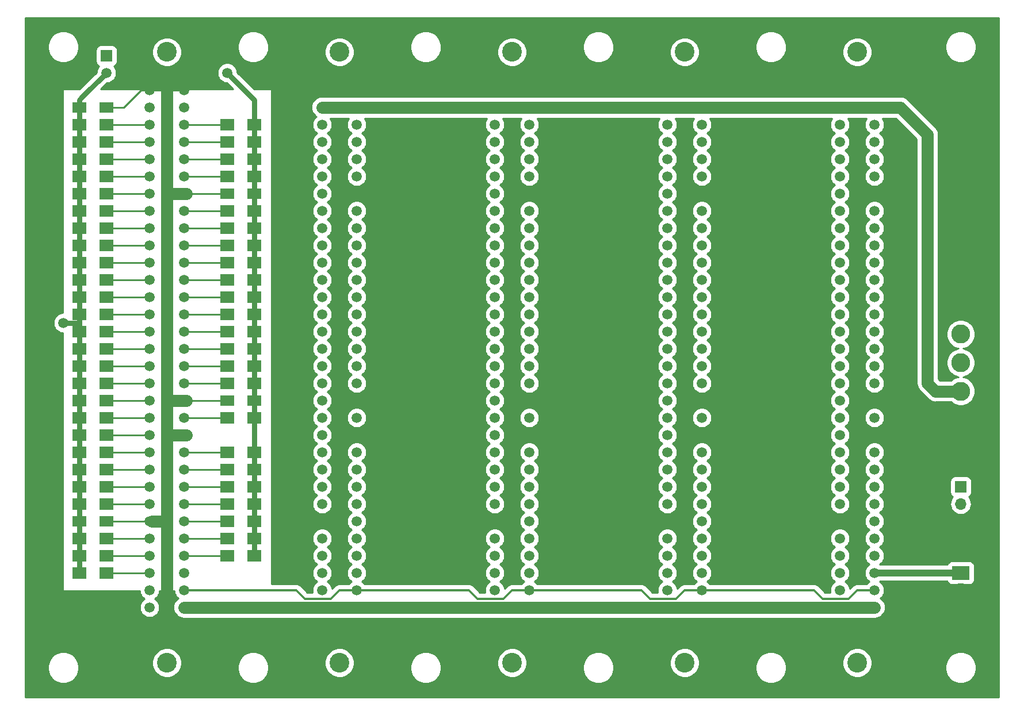
<source format=gbr>
G04 #@! TF.GenerationSoftware,KiCad,Pcbnew,(5.1.4)-1*
G04 #@! TF.CreationDate,2019-10-27T15:44:07+01:00*
G04 #@! TF.ProjectId,stebus,73746562-7573-42e6-9b69-6361645f7063,rev?*
G04 #@! TF.SameCoordinates,Original*
G04 #@! TF.FileFunction,Copper,L1,Top*
G04 #@! TF.FilePolarity,Positive*
%FSLAX46Y46*%
G04 Gerber Fmt 4.6, Leading zero omitted, Abs format (unit mm)*
G04 Created by KiCad (PCBNEW (5.1.4)-1) date 2019-10-27 15:44:07*
%MOMM*%
%LPD*%
G04 APERTURE LIST*
%ADD10R,2.000000X1.700000*%
%ADD11R,2.000000X1.600000*%
%ADD12R,2.800000X2.800000*%
%ADD13C,2.800000*%
%ADD14O,2.600000X2.000000*%
%ADD15R,2.600000X2.000000*%
%ADD16O,1.700000X1.700000*%
%ADD17R,1.700000X1.700000*%
%ADD18C,1.501140*%
%ADD19C,2.900680*%
%ADD20C,1.500000*%
%ADD21C,0.250000*%
%ADD22C,1.000000*%
%ADD23C,0.380000*%
%ADD24C,0.750000*%
%ADD25C,1.750000*%
%ADD26C,1.500000*%
%ADD27C,0.254000*%
G04 APERTURE END LIST*
D10*
X74930000Y-66040000D03*
X70930000Y-66040000D03*
X70930000Y-68580000D03*
X74930000Y-68580000D03*
X74930000Y-71120000D03*
X70930000Y-71120000D03*
X70930000Y-73660000D03*
X74930000Y-73660000D03*
X74930000Y-76200000D03*
X70930000Y-76200000D03*
X70930000Y-78740000D03*
X74930000Y-78740000D03*
X74930000Y-81280000D03*
X70930000Y-81280000D03*
X74930000Y-83820000D03*
X70930000Y-83820000D03*
X70930000Y-101600000D03*
X74930000Y-101600000D03*
X70930000Y-119380000D03*
X74930000Y-119380000D03*
X70930000Y-86360000D03*
X74930000Y-86360000D03*
X74930000Y-104140000D03*
X70930000Y-104140000D03*
X74930000Y-121920000D03*
X70930000Y-121920000D03*
X74930000Y-88900000D03*
X70930000Y-88900000D03*
X70930000Y-106680000D03*
X74930000Y-106680000D03*
X70930000Y-127000000D03*
X74930000Y-127000000D03*
X70930000Y-91440000D03*
X74930000Y-91440000D03*
X74930000Y-109220000D03*
X70930000Y-109220000D03*
X74930000Y-129540000D03*
X70930000Y-129540000D03*
X74930000Y-93980000D03*
X70930000Y-93980000D03*
X70930000Y-111760000D03*
X74930000Y-111760000D03*
X70930000Y-132080000D03*
X74930000Y-132080000D03*
X70930000Y-96520000D03*
X74930000Y-96520000D03*
X74930000Y-114300000D03*
X70930000Y-114300000D03*
X92710000Y-127000000D03*
X96710000Y-127000000D03*
X70930000Y-99060000D03*
X74930000Y-99060000D03*
X74930000Y-116840000D03*
X70930000Y-116840000D03*
X96710000Y-129540000D03*
X92710000Y-129540000D03*
X92710000Y-66040000D03*
X96710000Y-66040000D03*
X92710000Y-86360000D03*
X96710000Y-86360000D03*
X92710000Y-104140000D03*
X96710000Y-104140000D03*
X96710000Y-68580000D03*
X92710000Y-68580000D03*
X96710000Y-88900000D03*
X92710000Y-88900000D03*
X96710000Y-109220000D03*
X92710000Y-109220000D03*
X92710000Y-71120000D03*
X96710000Y-71120000D03*
X92710000Y-91440000D03*
X96710000Y-91440000D03*
X92710000Y-114300000D03*
X96710000Y-114300000D03*
X96710000Y-73660000D03*
X92710000Y-73660000D03*
X96710000Y-93980000D03*
X92710000Y-93980000D03*
X96710000Y-116840000D03*
X92710000Y-116840000D03*
X96710000Y-78740000D03*
X92710000Y-78740000D03*
X92710000Y-96520000D03*
X96710000Y-96520000D03*
X92710000Y-119380000D03*
X96710000Y-119380000D03*
X92710000Y-81280000D03*
X96710000Y-81280000D03*
X96710000Y-99060000D03*
X92710000Y-99060000D03*
X96710000Y-121920000D03*
X92710000Y-121920000D03*
X96710000Y-83820000D03*
X92710000Y-83820000D03*
X92710000Y-101600000D03*
X96710000Y-101600000D03*
X92710000Y-124460000D03*
X96710000Y-124460000D03*
D11*
X74930000Y-124460000D03*
X70930000Y-124460000D03*
X96710000Y-106680000D03*
X92710000Y-106680000D03*
X74930000Y-63500000D03*
X70930000Y-63500000D03*
X96710000Y-76200000D03*
X92710000Y-76200000D03*
D12*
X200660000Y-92710000D03*
D13*
X200660000Y-96910000D03*
X200660000Y-101110000D03*
X200660000Y-105310000D03*
X200660000Y-109510000D03*
D14*
X200660000Y-134620000D03*
D15*
X200660000Y-132080000D03*
D16*
X200660000Y-121920000D03*
D17*
X200660000Y-119380000D03*
X74930000Y-55880000D03*
X200660000Y-68580000D03*
D18*
X86360000Y-60960000D03*
X86360000Y-63500000D03*
X86360000Y-68580000D03*
X86360000Y-66040000D03*
X86360000Y-71120000D03*
X86360000Y-73660000D03*
X86360000Y-76200000D03*
X86360000Y-78740000D03*
X86360000Y-81280000D03*
X86360000Y-83820000D03*
X86360000Y-86360000D03*
X86360000Y-88900000D03*
X86360000Y-91440000D03*
X86360000Y-93980000D03*
X86360000Y-96520000D03*
X86360000Y-99060000D03*
X86360000Y-101600000D03*
X86360000Y-104140000D03*
X86360000Y-106680000D03*
X86360000Y-109220000D03*
X86360000Y-111760000D03*
X86360000Y-114300000D03*
X86360000Y-116840000D03*
X86360000Y-119380000D03*
X86360000Y-121920000D03*
X86360000Y-124460000D03*
X86360000Y-127000000D03*
X86360000Y-129540000D03*
X86360000Y-132080000D03*
X86360000Y-134620000D03*
X86360000Y-137160000D03*
X86360000Y-139700000D03*
X81280000Y-60960000D03*
X81280000Y-63500000D03*
X81280000Y-68580000D03*
X81280000Y-66040000D03*
X81280000Y-71120000D03*
X81280000Y-73660000D03*
X81280000Y-76200000D03*
X81280000Y-78740000D03*
X81280000Y-81280000D03*
X81280000Y-83820000D03*
X81280000Y-86360000D03*
X81280000Y-88900000D03*
X81280000Y-91440000D03*
X81280000Y-93980000D03*
X81280000Y-96520000D03*
X81280000Y-99060000D03*
X81280000Y-101600000D03*
X81280000Y-104140000D03*
X81280000Y-106680000D03*
X81280000Y-109220000D03*
X81280000Y-111760000D03*
X81280000Y-114300000D03*
X81280000Y-116840000D03*
X81280000Y-119380000D03*
X81280000Y-121920000D03*
X81280000Y-124460000D03*
X81280000Y-127000000D03*
X81280000Y-129540000D03*
X81280000Y-132080000D03*
X81280000Y-134620000D03*
X81280000Y-137160000D03*
X81280000Y-139700000D03*
D19*
X83820000Y-145326100D03*
X83820000Y-55333900D03*
X109220000Y-55333900D03*
X109220000Y-145326100D03*
D18*
X106680000Y-139700000D03*
X106680000Y-137160000D03*
X106680000Y-134620000D03*
X106680000Y-132080000D03*
X106680000Y-129540000D03*
X106680000Y-127000000D03*
X106680000Y-124460000D03*
X106680000Y-121920000D03*
X106680000Y-119380000D03*
X106680000Y-116840000D03*
X106680000Y-114300000D03*
X106680000Y-111760000D03*
X106680000Y-109220000D03*
X106680000Y-106680000D03*
X106680000Y-104140000D03*
X106680000Y-101600000D03*
X106680000Y-99060000D03*
X106680000Y-96520000D03*
X106680000Y-93980000D03*
X106680000Y-91440000D03*
X106680000Y-88900000D03*
X106680000Y-86360000D03*
X106680000Y-83820000D03*
X106680000Y-81280000D03*
X106680000Y-78740000D03*
X106680000Y-76200000D03*
X106680000Y-73660000D03*
X106680000Y-71120000D03*
X106680000Y-66040000D03*
X106680000Y-68580000D03*
X106680000Y-63500000D03*
X106680000Y-60960000D03*
X111760000Y-139700000D03*
X111760000Y-137160000D03*
X111760000Y-134620000D03*
X111760000Y-132080000D03*
X111760000Y-129540000D03*
X111760000Y-127000000D03*
X111760000Y-124460000D03*
X111760000Y-121920000D03*
X111760000Y-119380000D03*
X111760000Y-116840000D03*
X111760000Y-114300000D03*
X111760000Y-111760000D03*
X111760000Y-109220000D03*
X111760000Y-106680000D03*
X111760000Y-104140000D03*
X111760000Y-101600000D03*
X111760000Y-99060000D03*
X111760000Y-96520000D03*
X111760000Y-93980000D03*
X111760000Y-91440000D03*
X111760000Y-88900000D03*
X111760000Y-86360000D03*
X111760000Y-83820000D03*
X111760000Y-81280000D03*
X111760000Y-78740000D03*
X111760000Y-76200000D03*
X111760000Y-73660000D03*
X111760000Y-71120000D03*
X111760000Y-66040000D03*
X111760000Y-68580000D03*
X111760000Y-63500000D03*
X111760000Y-60960000D03*
D19*
X134620000Y-55333900D03*
X134620000Y-145326100D03*
D18*
X132080000Y-139700000D03*
X132080000Y-137160000D03*
X132080000Y-134620000D03*
X132080000Y-132080000D03*
X132080000Y-129540000D03*
X132080000Y-127000000D03*
X132080000Y-124460000D03*
X132080000Y-121920000D03*
X132080000Y-119380000D03*
X132080000Y-116840000D03*
X132080000Y-114300000D03*
X132080000Y-111760000D03*
X132080000Y-109220000D03*
X132080000Y-106680000D03*
X132080000Y-104140000D03*
X132080000Y-101600000D03*
X132080000Y-99060000D03*
X132080000Y-96520000D03*
X132080000Y-93980000D03*
X132080000Y-91440000D03*
X132080000Y-88900000D03*
X132080000Y-86360000D03*
X132080000Y-83820000D03*
X132080000Y-81280000D03*
X132080000Y-78740000D03*
X132080000Y-76200000D03*
X132080000Y-73660000D03*
X132080000Y-71120000D03*
X132080000Y-66040000D03*
X132080000Y-68580000D03*
X132080000Y-63500000D03*
X132080000Y-60960000D03*
X137160000Y-139700000D03*
X137160000Y-137160000D03*
X137160000Y-134620000D03*
X137160000Y-132080000D03*
X137160000Y-129540000D03*
X137160000Y-127000000D03*
X137160000Y-124460000D03*
X137160000Y-121920000D03*
X137160000Y-119380000D03*
X137160000Y-116840000D03*
X137160000Y-114300000D03*
X137160000Y-111760000D03*
X137160000Y-109220000D03*
X137160000Y-106680000D03*
X137160000Y-104140000D03*
X137160000Y-101600000D03*
X137160000Y-99060000D03*
X137160000Y-96520000D03*
X137160000Y-93980000D03*
X137160000Y-91440000D03*
X137160000Y-88900000D03*
X137160000Y-86360000D03*
X137160000Y-83820000D03*
X137160000Y-81280000D03*
X137160000Y-78740000D03*
X137160000Y-76200000D03*
X137160000Y-73660000D03*
X137160000Y-71120000D03*
X137160000Y-66040000D03*
X137160000Y-68580000D03*
X137160000Y-63500000D03*
X137160000Y-60960000D03*
X162560000Y-60960000D03*
X162560000Y-63500000D03*
X162560000Y-68580000D03*
X162560000Y-66040000D03*
X162560000Y-71120000D03*
X162560000Y-73660000D03*
X162560000Y-76200000D03*
X162560000Y-78740000D03*
X162560000Y-81280000D03*
X162560000Y-83820000D03*
X162560000Y-86360000D03*
X162560000Y-88900000D03*
X162560000Y-91440000D03*
X162560000Y-93980000D03*
X162560000Y-96520000D03*
X162560000Y-99060000D03*
X162560000Y-101600000D03*
X162560000Y-104140000D03*
X162560000Y-106680000D03*
X162560000Y-109220000D03*
X162560000Y-111760000D03*
X162560000Y-114300000D03*
X162560000Y-116840000D03*
X162560000Y-119380000D03*
X162560000Y-121920000D03*
X162560000Y-124460000D03*
X162560000Y-127000000D03*
X162560000Y-129540000D03*
X162560000Y-132080000D03*
X162560000Y-134620000D03*
X162560000Y-137160000D03*
X162560000Y-139700000D03*
X157480000Y-60960000D03*
X157480000Y-63500000D03*
X157480000Y-68580000D03*
X157480000Y-66040000D03*
X157480000Y-71120000D03*
X157480000Y-73660000D03*
X157480000Y-76200000D03*
X157480000Y-78740000D03*
X157480000Y-81280000D03*
X157480000Y-83820000D03*
X157480000Y-86360000D03*
X157480000Y-88900000D03*
X157480000Y-91440000D03*
X157480000Y-93980000D03*
X157480000Y-96520000D03*
X157480000Y-99060000D03*
X157480000Y-101600000D03*
X157480000Y-104140000D03*
X157480000Y-106680000D03*
X157480000Y-109220000D03*
X157480000Y-111760000D03*
X157480000Y-114300000D03*
X157480000Y-116840000D03*
X157480000Y-119380000D03*
X157480000Y-121920000D03*
X157480000Y-124460000D03*
X157480000Y-127000000D03*
X157480000Y-129540000D03*
X157480000Y-132080000D03*
X157480000Y-134620000D03*
X157480000Y-137160000D03*
X157480000Y-139700000D03*
D19*
X160020000Y-145326100D03*
X160020000Y-55333900D03*
X185420000Y-55333900D03*
X185420000Y-145326100D03*
D18*
X182880000Y-139700000D03*
X182880000Y-137160000D03*
X182880000Y-134620000D03*
X182880000Y-132080000D03*
X182880000Y-129540000D03*
X182880000Y-127000000D03*
X182880000Y-124460000D03*
X182880000Y-121920000D03*
X182880000Y-119380000D03*
X182880000Y-116840000D03*
X182880000Y-114300000D03*
X182880000Y-111760000D03*
X182880000Y-109220000D03*
X182880000Y-106680000D03*
X182880000Y-104140000D03*
X182880000Y-101600000D03*
X182880000Y-99060000D03*
X182880000Y-96520000D03*
X182880000Y-93980000D03*
X182880000Y-91440000D03*
X182880000Y-88900000D03*
X182880000Y-86360000D03*
X182880000Y-83820000D03*
X182880000Y-81280000D03*
X182880000Y-78740000D03*
X182880000Y-76200000D03*
X182880000Y-73660000D03*
X182880000Y-71120000D03*
X182880000Y-66040000D03*
X182880000Y-68580000D03*
X182880000Y-63500000D03*
X182880000Y-60960000D03*
X187960000Y-139700000D03*
X187960000Y-137160000D03*
X187960000Y-134620000D03*
X187960000Y-132080000D03*
X187960000Y-129540000D03*
X187960000Y-127000000D03*
X187960000Y-124460000D03*
X187960000Y-121920000D03*
X187960000Y-119380000D03*
X187960000Y-116840000D03*
X187960000Y-114300000D03*
X187960000Y-111760000D03*
X187960000Y-109220000D03*
X187960000Y-106680000D03*
X187960000Y-104140000D03*
X187960000Y-101600000D03*
X187960000Y-99060000D03*
X187960000Y-96520000D03*
X187960000Y-93980000D03*
X187960000Y-91440000D03*
X187960000Y-88900000D03*
X187960000Y-86360000D03*
X187960000Y-83820000D03*
X187960000Y-81280000D03*
X187960000Y-78740000D03*
X187960000Y-76200000D03*
X187960000Y-73660000D03*
X187960000Y-71120000D03*
X187960000Y-66040000D03*
X187960000Y-68580000D03*
X187960000Y-63500000D03*
X187960000Y-60960000D03*
D20*
X68580000Y-95250000D03*
X74930000Y-58420000D03*
X92710000Y-58420000D03*
X67310000Y-90170000D03*
X67310000Y-69850000D03*
D21*
X74930000Y-66040000D02*
X81280000Y-66040000D01*
X92710000Y-66040000D02*
X86360000Y-66040000D01*
X74930000Y-68580000D02*
X81280000Y-68580000D01*
X86360000Y-68580000D02*
X92710000Y-68580000D01*
X81280000Y-71120000D02*
X74930000Y-71120000D01*
X92710000Y-71120000D02*
X86360000Y-71120000D01*
X74930000Y-73660000D02*
X81280000Y-73660000D01*
X92710000Y-73660000D02*
X86360000Y-73660000D01*
X81280000Y-76200000D02*
X74930000Y-76200000D01*
X74930000Y-78740000D02*
X81280000Y-78740000D01*
X86360000Y-78740000D02*
X92710000Y-78740000D01*
X81280000Y-81280000D02*
X74930000Y-81280000D01*
X92710000Y-81280000D02*
X86360000Y-81280000D01*
X74930000Y-83820000D02*
X81280000Y-83820000D01*
X86360000Y-83820000D02*
X92710000Y-83820000D01*
X81280000Y-86360000D02*
X74930000Y-86360000D01*
X92710000Y-86360000D02*
X86360000Y-86360000D01*
X74930000Y-88900000D02*
X81280000Y-88900000D01*
X86360000Y-88900000D02*
X92710000Y-88900000D01*
X81280000Y-91440000D02*
X74930000Y-91440000D01*
X92710000Y-91440000D02*
X86360000Y-91440000D01*
X74930000Y-93980000D02*
X81280000Y-93980000D01*
X86360000Y-93980000D02*
X92710000Y-93980000D01*
X81280000Y-96520000D02*
X74930000Y-96520000D01*
X92710000Y-96520000D02*
X86360000Y-96520000D01*
X74930000Y-99060000D02*
X81280000Y-99060000D01*
X86360000Y-99060000D02*
X92710000Y-99060000D01*
X81280000Y-101600000D02*
X74930000Y-101600000D01*
X92710000Y-101600000D02*
X86360000Y-101600000D01*
X74930000Y-104140000D02*
X81280000Y-104140000D01*
X86360000Y-104140000D02*
X92710000Y-104140000D01*
X81280000Y-106680000D02*
X74930000Y-106680000D01*
X74930000Y-109220000D02*
X81280000Y-109220000D01*
X92710000Y-109220000D02*
X86360000Y-109220000D01*
X81280000Y-111760000D02*
X74930000Y-111760000D01*
X74930000Y-114300000D02*
X81280000Y-114300000D01*
X86360000Y-114300000D02*
X92710000Y-114300000D01*
X81280000Y-116840000D02*
X74930000Y-116840000D01*
X92710000Y-116840000D02*
X86360000Y-116840000D01*
X74930000Y-119380000D02*
X81280000Y-119380000D01*
X81280000Y-121920000D02*
X74930000Y-121920000D01*
X92710000Y-121920000D02*
X86360000Y-121920000D01*
X92710000Y-124460000D02*
X86360000Y-124460000D01*
X74930000Y-127000000D02*
X81280000Y-127000000D01*
X86360000Y-127000000D02*
X92710000Y-127000000D01*
X74930000Y-129540000D02*
X81280000Y-129540000D01*
X92710000Y-129540000D02*
X86360000Y-129540000D01*
X74930000Y-132080000D02*
X81280000Y-132080000D01*
D22*
X200660000Y-132080000D02*
X187960000Y-132080000D01*
D23*
X86360000Y-134620000D02*
X102870000Y-134620000D01*
X102870000Y-134620000D02*
X104140000Y-135890000D01*
X104140000Y-135890000D02*
X107950000Y-135890000D01*
X107950000Y-135890000D02*
X109220000Y-134620000D01*
X109220000Y-134620000D02*
X111760000Y-134620000D01*
X111760000Y-134620000D02*
X128270000Y-134620000D01*
X128270000Y-134620000D02*
X129540000Y-135890000D01*
X129540000Y-135890000D02*
X133350000Y-135890000D01*
X133350000Y-135890000D02*
X134620000Y-134620000D01*
X134620000Y-134620000D02*
X137160000Y-134620000D01*
X137160000Y-134620000D02*
X153670000Y-134620000D01*
X153670000Y-134620000D02*
X154940000Y-135890000D01*
X154940000Y-135890000D02*
X158750000Y-135890000D01*
X158750000Y-135890000D02*
X160020000Y-134620000D01*
X160020000Y-134620000D02*
X162560000Y-134620000D01*
X162560000Y-134620000D02*
X179070000Y-134620000D01*
X179070000Y-134620000D02*
X180340000Y-135890000D01*
X180340000Y-135890000D02*
X184150000Y-135890000D01*
X184150000Y-135890000D02*
X185420000Y-134620000D01*
X185420000Y-134620000D02*
X187960000Y-134620000D01*
D24*
X70930000Y-67140000D02*
X70930000Y-68580000D01*
X70930000Y-66040000D02*
X70930000Y-67140000D01*
X70930000Y-69680000D02*
X70930000Y-71120000D01*
X70930000Y-68580000D02*
X70930000Y-69680000D01*
X70930000Y-72220000D02*
X70930000Y-73660000D01*
X70930000Y-71120000D02*
X70930000Y-72220000D01*
X70930000Y-130980000D02*
X70930000Y-129540000D01*
X70930000Y-132080000D02*
X70930000Y-130980000D01*
X70930000Y-128440000D02*
X70930000Y-127000000D01*
X70930000Y-129540000D02*
X70930000Y-128440000D01*
X70930000Y-125900000D02*
X70930000Y-121920000D01*
X70930000Y-127000000D02*
X70930000Y-125900000D01*
X70930000Y-120480000D02*
X70930000Y-121920000D01*
X70930000Y-119380000D02*
X70930000Y-120480000D01*
X70930000Y-117940000D02*
X70930000Y-119380000D01*
X70930000Y-116840000D02*
X70930000Y-117940000D01*
X70930000Y-115400000D02*
X70930000Y-116840000D01*
X70930000Y-114300000D02*
X70930000Y-115400000D01*
X70930000Y-74760000D02*
X70930000Y-76200000D01*
X70930000Y-73660000D02*
X70930000Y-74760000D01*
X70930000Y-77300000D02*
X70930000Y-78740000D01*
X70930000Y-76200000D02*
X70930000Y-77300000D01*
X70930000Y-79840000D02*
X70930000Y-81280000D01*
X70930000Y-78740000D02*
X70930000Y-79840000D01*
X70930000Y-82380000D02*
X70930000Y-83820000D01*
X70930000Y-81280000D02*
X70930000Y-82380000D01*
X70930000Y-84920000D02*
X70930000Y-86360000D01*
X70930000Y-83820000D02*
X70930000Y-84920000D01*
X70930000Y-87460000D02*
X70930000Y-88900000D01*
X70930000Y-86360000D02*
X70930000Y-87460000D01*
X70930000Y-90000000D02*
X70930000Y-91440000D01*
X70930000Y-88900000D02*
X70930000Y-90000000D01*
X70930000Y-92540000D02*
X70930000Y-93980000D01*
X70930000Y-91440000D02*
X70930000Y-92540000D01*
X70930000Y-95080000D02*
X70930000Y-96520000D01*
X70930000Y-93980000D02*
X70930000Y-95080000D01*
X70930000Y-97620000D02*
X70930000Y-99060000D01*
X70930000Y-96520000D02*
X70930000Y-97620000D01*
X70930000Y-100160000D02*
X70930000Y-101600000D01*
X70930000Y-99060000D02*
X70930000Y-100160000D01*
X70930000Y-102700000D02*
X70930000Y-104140000D01*
X70930000Y-101600000D02*
X70930000Y-102700000D01*
X70930000Y-105240000D02*
X70930000Y-106680000D01*
X70930000Y-104140000D02*
X70930000Y-105240000D01*
X70930000Y-107780000D02*
X70930000Y-109220000D01*
X70930000Y-106680000D02*
X70930000Y-107780000D01*
X70930000Y-110320000D02*
X70930000Y-111760000D01*
X70930000Y-109220000D02*
X70930000Y-110320000D01*
X70930000Y-112860000D02*
X70930000Y-114300000D01*
X70930000Y-111760000D02*
X70930000Y-112860000D01*
X96710000Y-67140000D02*
X96710000Y-68580000D01*
X96710000Y-66040000D02*
X96710000Y-67140000D01*
X96710000Y-69680000D02*
X96710000Y-71120000D01*
X96710000Y-68580000D02*
X96710000Y-69680000D01*
X96710000Y-72220000D02*
X96710000Y-73660000D01*
X96710000Y-71120000D02*
X96710000Y-72220000D01*
X96710000Y-74760000D02*
X96710000Y-78740000D01*
X96710000Y-73660000D02*
X96710000Y-74760000D01*
X96710000Y-79840000D02*
X96710000Y-81280000D01*
X96710000Y-78740000D02*
X96710000Y-79840000D01*
X96710000Y-82380000D02*
X96710000Y-83820000D01*
X96710000Y-81280000D02*
X96710000Y-82380000D01*
X96710000Y-84920000D02*
X96710000Y-86360000D01*
X96710000Y-83820000D02*
X96710000Y-84920000D01*
X96710000Y-87460000D02*
X96710000Y-88900000D01*
X96710000Y-86360000D02*
X96710000Y-87460000D01*
X96710000Y-90000000D02*
X96710000Y-91440000D01*
X96710000Y-88900000D02*
X96710000Y-90000000D01*
X96710000Y-92540000D02*
X96710000Y-93980000D01*
X96710000Y-91440000D02*
X96710000Y-92540000D01*
X96710000Y-95080000D02*
X96710000Y-96520000D01*
X96710000Y-93980000D02*
X96710000Y-95080000D01*
X96710000Y-97620000D02*
X96710000Y-99060000D01*
X96710000Y-96520000D02*
X96710000Y-97620000D01*
X96710000Y-100160000D02*
X96710000Y-101600000D01*
X96710000Y-99060000D02*
X96710000Y-100160000D01*
X96710000Y-102700000D02*
X96710000Y-104140000D01*
X96710000Y-101600000D02*
X96710000Y-102700000D01*
X96710000Y-105240000D02*
X96710000Y-109220000D01*
X96710000Y-104140000D02*
X96710000Y-105240000D01*
X96710000Y-110320000D02*
X96710000Y-114300000D01*
X96710000Y-109220000D02*
X96710000Y-110320000D01*
X96710000Y-115400000D02*
X96710000Y-116840000D01*
X96710000Y-114300000D02*
X96710000Y-115400000D01*
X96710000Y-117940000D02*
X96710000Y-119380000D01*
X96710000Y-116840000D02*
X96710000Y-117940000D01*
X96710000Y-120480000D02*
X96710000Y-121920000D01*
X96710000Y-119380000D02*
X96710000Y-120480000D01*
X96710000Y-123020000D02*
X96710000Y-124460000D01*
X96710000Y-121920000D02*
X96710000Y-123020000D01*
X96710000Y-125560000D02*
X96710000Y-127000000D01*
X96710000Y-124460000D02*
X96710000Y-125560000D01*
X96710000Y-128100000D02*
X96710000Y-129540000D01*
X96710000Y-127000000D02*
X96710000Y-128100000D01*
X70760000Y-95250000D02*
X70930000Y-95080000D01*
X68580000Y-95250000D02*
X70760000Y-95250000D01*
X70930000Y-63500000D02*
X70930000Y-66040000D01*
X92710000Y-58420000D02*
X96710000Y-62420000D01*
X96710000Y-62420000D02*
X96710000Y-66040000D01*
X74930000Y-58420000D02*
X71310000Y-62040000D01*
X70930000Y-62420000D02*
X70930000Y-63500000D01*
X71310000Y-62040000D02*
X70930000Y-62420000D01*
D21*
X92710000Y-119380000D02*
X86360000Y-119380000D01*
D25*
X83820000Y-139700000D02*
X83820000Y-124460000D01*
D26*
X83820000Y-139700000D02*
X86660000Y-139700000D01*
X81580000Y-139700000D02*
X83820000Y-139700000D01*
D25*
X83820000Y-124460000D02*
X81580000Y-124460000D01*
X83820000Y-124460000D02*
X83820000Y-111760000D01*
X83820000Y-111760000D02*
X86660000Y-111760000D01*
X83820000Y-111760000D02*
X83820000Y-106680000D01*
X83820000Y-106680000D02*
X86660000Y-106680000D01*
X83820000Y-106680000D02*
X83820000Y-76200000D01*
X83820000Y-76200000D02*
X86660000Y-76200000D01*
X83820000Y-76200000D02*
X83820000Y-60960000D01*
D21*
X83820000Y-60960000D02*
X81580000Y-60960000D01*
X83820000Y-60960000D02*
X86660000Y-60960000D01*
X74930000Y-124460000D02*
X81280000Y-124460000D01*
X74930000Y-63500000D02*
X77470000Y-63500000D01*
X80010000Y-60960000D02*
X81280000Y-60960000D01*
X77470000Y-63500000D02*
X80010000Y-60960000D01*
X92710000Y-76200000D02*
X86360000Y-76200000D01*
X92710000Y-106680000D02*
X86360000Y-106680000D01*
D25*
X191770000Y-63500000D02*
X187960000Y-63500000D01*
X195780000Y-67510000D02*
X191770000Y-63500000D01*
X195780000Y-104140000D02*
X195780000Y-67510000D01*
X196950000Y-105310000D02*
X195780000Y-104140000D01*
X200660000Y-105310000D02*
X196950000Y-105310000D01*
X162560000Y-137160000D02*
X157480000Y-137160000D01*
X157480000Y-137160000D02*
X137160000Y-137160000D01*
X137160000Y-137160000D02*
X132080000Y-137160000D01*
X132080000Y-137160000D02*
X111760000Y-137160000D01*
X111760000Y-137160000D02*
X106680000Y-137160000D01*
X106680000Y-137160000D02*
X86360000Y-137160000D01*
X162560000Y-137160000D02*
X182880000Y-137160000D01*
X182880000Y-137160000D02*
X187960000Y-137160000D01*
X187960000Y-63500000D02*
X182880000Y-63500000D01*
X182880000Y-63500000D02*
X162560000Y-63500000D01*
X162560000Y-63500000D02*
X157480000Y-63500000D01*
X157480000Y-63500000D02*
X137160000Y-63500000D01*
X137160000Y-63500000D02*
X132080000Y-63500000D01*
X132080000Y-63500000D02*
X111760000Y-63500000D01*
X111760000Y-63500000D02*
X106680000Y-63500000D01*
D27*
G36*
X206258001Y-150378000D02*
G01*
X62982000Y-150378000D01*
X62982000Y-145820811D01*
X66253000Y-145820811D01*
X66253000Y-146279189D01*
X66342426Y-146728761D01*
X66517840Y-147152248D01*
X66772501Y-147533376D01*
X67096624Y-147857499D01*
X67477752Y-148112160D01*
X67901239Y-148287574D01*
X68350811Y-148377000D01*
X68809189Y-148377000D01*
X69258761Y-148287574D01*
X69682248Y-148112160D01*
X70063376Y-147857499D01*
X70387499Y-147533376D01*
X70642160Y-147152248D01*
X70817574Y-146728761D01*
X70907000Y-146279189D01*
X70907000Y-145820811D01*
X70817574Y-145371239D01*
X70710050Y-145111651D01*
X81642660Y-145111651D01*
X81642660Y-145540549D01*
X81726334Y-145961207D01*
X81890467Y-146357457D01*
X82128750Y-146714073D01*
X82432027Y-147017350D01*
X82788643Y-147255633D01*
X83184893Y-147419766D01*
X83605551Y-147503440D01*
X84034449Y-147503440D01*
X84455107Y-147419766D01*
X84851357Y-147255633D01*
X85207973Y-147017350D01*
X85511250Y-146714073D01*
X85749533Y-146357457D01*
X85913666Y-145961207D01*
X85941592Y-145820811D01*
X94193000Y-145820811D01*
X94193000Y-146279189D01*
X94282426Y-146728761D01*
X94457840Y-147152248D01*
X94712501Y-147533376D01*
X95036624Y-147857499D01*
X95417752Y-148112160D01*
X95841239Y-148287574D01*
X96290811Y-148377000D01*
X96749189Y-148377000D01*
X97198761Y-148287574D01*
X97622248Y-148112160D01*
X98003376Y-147857499D01*
X98327499Y-147533376D01*
X98582160Y-147152248D01*
X98757574Y-146728761D01*
X98847000Y-146279189D01*
X98847000Y-145820811D01*
X98757574Y-145371239D01*
X98650050Y-145111651D01*
X107042660Y-145111651D01*
X107042660Y-145540549D01*
X107126334Y-145961207D01*
X107290467Y-146357457D01*
X107528750Y-146714073D01*
X107832027Y-147017350D01*
X108188643Y-147255633D01*
X108584893Y-147419766D01*
X109005551Y-147503440D01*
X109434449Y-147503440D01*
X109855107Y-147419766D01*
X110251357Y-147255633D01*
X110607973Y-147017350D01*
X110911250Y-146714073D01*
X111149533Y-146357457D01*
X111313666Y-145961207D01*
X111341592Y-145820811D01*
X119593000Y-145820811D01*
X119593000Y-146279189D01*
X119682426Y-146728761D01*
X119857840Y-147152248D01*
X120112501Y-147533376D01*
X120436624Y-147857499D01*
X120817752Y-148112160D01*
X121241239Y-148287574D01*
X121690811Y-148377000D01*
X122149189Y-148377000D01*
X122598761Y-148287574D01*
X123022248Y-148112160D01*
X123403376Y-147857499D01*
X123727499Y-147533376D01*
X123982160Y-147152248D01*
X124157574Y-146728761D01*
X124247000Y-146279189D01*
X124247000Y-145820811D01*
X124157574Y-145371239D01*
X124050050Y-145111651D01*
X132442660Y-145111651D01*
X132442660Y-145540549D01*
X132526334Y-145961207D01*
X132690467Y-146357457D01*
X132928750Y-146714073D01*
X133232027Y-147017350D01*
X133588643Y-147255633D01*
X133984893Y-147419766D01*
X134405551Y-147503440D01*
X134834449Y-147503440D01*
X135255107Y-147419766D01*
X135651357Y-147255633D01*
X136007973Y-147017350D01*
X136311250Y-146714073D01*
X136549533Y-146357457D01*
X136713666Y-145961207D01*
X136741592Y-145820811D01*
X144993000Y-145820811D01*
X144993000Y-146279189D01*
X145082426Y-146728761D01*
X145257840Y-147152248D01*
X145512501Y-147533376D01*
X145836624Y-147857499D01*
X146217752Y-148112160D01*
X146641239Y-148287574D01*
X147090811Y-148377000D01*
X147549189Y-148377000D01*
X147998761Y-148287574D01*
X148422248Y-148112160D01*
X148803376Y-147857499D01*
X149127499Y-147533376D01*
X149382160Y-147152248D01*
X149557574Y-146728761D01*
X149647000Y-146279189D01*
X149647000Y-145820811D01*
X149557574Y-145371239D01*
X149450050Y-145111651D01*
X157842660Y-145111651D01*
X157842660Y-145540549D01*
X157926334Y-145961207D01*
X158090467Y-146357457D01*
X158328750Y-146714073D01*
X158632027Y-147017350D01*
X158988643Y-147255633D01*
X159384893Y-147419766D01*
X159805551Y-147503440D01*
X160234449Y-147503440D01*
X160655107Y-147419766D01*
X161051357Y-147255633D01*
X161407973Y-147017350D01*
X161711250Y-146714073D01*
X161949533Y-146357457D01*
X162113666Y-145961207D01*
X162141592Y-145820811D01*
X170393000Y-145820811D01*
X170393000Y-146279189D01*
X170482426Y-146728761D01*
X170657840Y-147152248D01*
X170912501Y-147533376D01*
X171236624Y-147857499D01*
X171617752Y-148112160D01*
X172041239Y-148287574D01*
X172490811Y-148377000D01*
X172949189Y-148377000D01*
X173398761Y-148287574D01*
X173822248Y-148112160D01*
X174203376Y-147857499D01*
X174527499Y-147533376D01*
X174782160Y-147152248D01*
X174957574Y-146728761D01*
X175047000Y-146279189D01*
X175047000Y-145820811D01*
X174957574Y-145371239D01*
X174850050Y-145111651D01*
X183242660Y-145111651D01*
X183242660Y-145540549D01*
X183326334Y-145961207D01*
X183490467Y-146357457D01*
X183728750Y-146714073D01*
X184032027Y-147017350D01*
X184388643Y-147255633D01*
X184784893Y-147419766D01*
X185205551Y-147503440D01*
X185634449Y-147503440D01*
X186055107Y-147419766D01*
X186451357Y-147255633D01*
X186807973Y-147017350D01*
X187111250Y-146714073D01*
X187349533Y-146357457D01*
X187513666Y-145961207D01*
X187541592Y-145820811D01*
X198333000Y-145820811D01*
X198333000Y-146279189D01*
X198422426Y-146728761D01*
X198597840Y-147152248D01*
X198852501Y-147533376D01*
X199176624Y-147857499D01*
X199557752Y-148112160D01*
X199981239Y-148287574D01*
X200430811Y-148377000D01*
X200889189Y-148377000D01*
X201338761Y-148287574D01*
X201762248Y-148112160D01*
X202143376Y-147857499D01*
X202467499Y-147533376D01*
X202722160Y-147152248D01*
X202897574Y-146728761D01*
X202987000Y-146279189D01*
X202987000Y-145820811D01*
X202897574Y-145371239D01*
X202722160Y-144947752D01*
X202467499Y-144566624D01*
X202143376Y-144242501D01*
X201762248Y-143987840D01*
X201338761Y-143812426D01*
X200889189Y-143723000D01*
X200430811Y-143723000D01*
X199981239Y-143812426D01*
X199557752Y-143987840D01*
X199176624Y-144242501D01*
X198852501Y-144566624D01*
X198597840Y-144947752D01*
X198422426Y-145371239D01*
X198333000Y-145820811D01*
X187541592Y-145820811D01*
X187597340Y-145540549D01*
X187597340Y-145111651D01*
X187513666Y-144690993D01*
X187349533Y-144294743D01*
X187111250Y-143938127D01*
X186807973Y-143634850D01*
X186451357Y-143396567D01*
X186055107Y-143232434D01*
X185634449Y-143148760D01*
X185205551Y-143148760D01*
X184784893Y-143232434D01*
X184388643Y-143396567D01*
X184032027Y-143634850D01*
X183728750Y-143938127D01*
X183490467Y-144294743D01*
X183326334Y-144690993D01*
X183242660Y-145111651D01*
X174850050Y-145111651D01*
X174782160Y-144947752D01*
X174527499Y-144566624D01*
X174203376Y-144242501D01*
X173822248Y-143987840D01*
X173398761Y-143812426D01*
X172949189Y-143723000D01*
X172490811Y-143723000D01*
X172041239Y-143812426D01*
X171617752Y-143987840D01*
X171236624Y-144242501D01*
X170912501Y-144566624D01*
X170657840Y-144947752D01*
X170482426Y-145371239D01*
X170393000Y-145820811D01*
X162141592Y-145820811D01*
X162197340Y-145540549D01*
X162197340Y-145111651D01*
X162113666Y-144690993D01*
X161949533Y-144294743D01*
X161711250Y-143938127D01*
X161407973Y-143634850D01*
X161051357Y-143396567D01*
X160655107Y-143232434D01*
X160234449Y-143148760D01*
X159805551Y-143148760D01*
X159384893Y-143232434D01*
X158988643Y-143396567D01*
X158632027Y-143634850D01*
X158328750Y-143938127D01*
X158090467Y-144294743D01*
X157926334Y-144690993D01*
X157842660Y-145111651D01*
X149450050Y-145111651D01*
X149382160Y-144947752D01*
X149127499Y-144566624D01*
X148803376Y-144242501D01*
X148422248Y-143987840D01*
X147998761Y-143812426D01*
X147549189Y-143723000D01*
X147090811Y-143723000D01*
X146641239Y-143812426D01*
X146217752Y-143987840D01*
X145836624Y-144242501D01*
X145512501Y-144566624D01*
X145257840Y-144947752D01*
X145082426Y-145371239D01*
X144993000Y-145820811D01*
X136741592Y-145820811D01*
X136797340Y-145540549D01*
X136797340Y-145111651D01*
X136713666Y-144690993D01*
X136549533Y-144294743D01*
X136311250Y-143938127D01*
X136007973Y-143634850D01*
X135651357Y-143396567D01*
X135255107Y-143232434D01*
X134834449Y-143148760D01*
X134405551Y-143148760D01*
X133984893Y-143232434D01*
X133588643Y-143396567D01*
X133232027Y-143634850D01*
X132928750Y-143938127D01*
X132690467Y-144294743D01*
X132526334Y-144690993D01*
X132442660Y-145111651D01*
X124050050Y-145111651D01*
X123982160Y-144947752D01*
X123727499Y-144566624D01*
X123403376Y-144242501D01*
X123022248Y-143987840D01*
X122598761Y-143812426D01*
X122149189Y-143723000D01*
X121690811Y-143723000D01*
X121241239Y-143812426D01*
X120817752Y-143987840D01*
X120436624Y-144242501D01*
X120112501Y-144566624D01*
X119857840Y-144947752D01*
X119682426Y-145371239D01*
X119593000Y-145820811D01*
X111341592Y-145820811D01*
X111397340Y-145540549D01*
X111397340Y-145111651D01*
X111313666Y-144690993D01*
X111149533Y-144294743D01*
X110911250Y-143938127D01*
X110607973Y-143634850D01*
X110251357Y-143396567D01*
X109855107Y-143232434D01*
X109434449Y-143148760D01*
X109005551Y-143148760D01*
X108584893Y-143232434D01*
X108188643Y-143396567D01*
X107832027Y-143634850D01*
X107528750Y-143938127D01*
X107290467Y-144294743D01*
X107126334Y-144690993D01*
X107042660Y-145111651D01*
X98650050Y-145111651D01*
X98582160Y-144947752D01*
X98327499Y-144566624D01*
X98003376Y-144242501D01*
X97622248Y-143987840D01*
X97198761Y-143812426D01*
X96749189Y-143723000D01*
X96290811Y-143723000D01*
X95841239Y-143812426D01*
X95417752Y-143987840D01*
X95036624Y-144242501D01*
X94712501Y-144566624D01*
X94457840Y-144947752D01*
X94282426Y-145371239D01*
X94193000Y-145820811D01*
X85941592Y-145820811D01*
X85997340Y-145540549D01*
X85997340Y-145111651D01*
X85913666Y-144690993D01*
X85749533Y-144294743D01*
X85511250Y-143938127D01*
X85207973Y-143634850D01*
X84851357Y-143396567D01*
X84455107Y-143232434D01*
X84034449Y-143148760D01*
X83605551Y-143148760D01*
X83184893Y-143232434D01*
X82788643Y-143396567D01*
X82432027Y-143634850D01*
X82128750Y-143938127D01*
X81890467Y-144294743D01*
X81726334Y-144690993D01*
X81642660Y-145111651D01*
X70710050Y-145111651D01*
X70642160Y-144947752D01*
X70387499Y-144566624D01*
X70063376Y-144242501D01*
X69682248Y-143987840D01*
X69258761Y-143812426D01*
X68809189Y-143723000D01*
X68350811Y-143723000D01*
X67901239Y-143812426D01*
X67477752Y-143987840D01*
X67096624Y-144242501D01*
X66772501Y-144566624D01*
X66517840Y-144947752D01*
X66342426Y-145371239D01*
X66253000Y-145820811D01*
X62982000Y-145820811D01*
X62982000Y-95104528D01*
X67103000Y-95104528D01*
X67103000Y-95395472D01*
X67159760Y-95680825D01*
X67271099Y-95949622D01*
X67432739Y-96191533D01*
X67638467Y-96397261D01*
X67880378Y-96558901D01*
X68149175Y-96670240D01*
X68434528Y-96727000D01*
X68453000Y-96727000D01*
X68453000Y-134620000D01*
X68455440Y-134644776D01*
X68462667Y-134668601D01*
X68474403Y-134690557D01*
X68490197Y-134709803D01*
X68509443Y-134725597D01*
X68531399Y-134737333D01*
X68555224Y-134744560D01*
X68580000Y-134747000D01*
X79802430Y-134747000D01*
X79802430Y-134765528D01*
X79859213Y-135050991D01*
X79970595Y-135319892D01*
X80132297Y-135561896D01*
X80338104Y-135767703D01*
X80521134Y-135890000D01*
X80338104Y-136012297D01*
X80132297Y-136218104D01*
X79970595Y-136460108D01*
X79859213Y-136729009D01*
X79802430Y-137014472D01*
X79802430Y-137305528D01*
X79859213Y-137590991D01*
X79970595Y-137859892D01*
X80132297Y-138101896D01*
X80338104Y-138307703D01*
X80580108Y-138469405D01*
X80849009Y-138580787D01*
X81134472Y-138637570D01*
X81425528Y-138637570D01*
X81710991Y-138580787D01*
X81979892Y-138469405D01*
X82221896Y-138307703D01*
X82427703Y-138101896D01*
X82589405Y-137859892D01*
X82700787Y-137590991D01*
X82757570Y-137305528D01*
X82757570Y-137014472D01*
X82700787Y-136729009D01*
X82589405Y-136460108D01*
X82427703Y-136218104D01*
X82221896Y-136012297D01*
X82038866Y-135890000D01*
X82221896Y-135767703D01*
X82427703Y-135561896D01*
X82589405Y-135319892D01*
X82700787Y-135050991D01*
X82757570Y-134765528D01*
X82757570Y-134747000D01*
X84882430Y-134747000D01*
X84882430Y-134765528D01*
X84939213Y-135050991D01*
X85050595Y-135319892D01*
X85212297Y-135561896D01*
X85418104Y-135767703D01*
X85484008Y-135811739D01*
X85465670Y-135821541D01*
X85221734Y-136021734D01*
X85021541Y-136265670D01*
X84872784Y-136543975D01*
X84781180Y-136845953D01*
X84750249Y-137160000D01*
X84781180Y-137474047D01*
X84872784Y-137776025D01*
X85021541Y-138054330D01*
X85221734Y-138298266D01*
X85465670Y-138498459D01*
X85743975Y-138647216D01*
X86045953Y-138738820D01*
X86281303Y-138762000D01*
X188038697Y-138762000D01*
X188274047Y-138738820D01*
X188576025Y-138647216D01*
X188854330Y-138498459D01*
X189098266Y-138298266D01*
X189298459Y-138054330D01*
X189447216Y-137776025D01*
X189538820Y-137474047D01*
X189569751Y-137160000D01*
X189538820Y-136845953D01*
X189447216Y-136543975D01*
X189298459Y-136265670D01*
X189098266Y-136021734D01*
X188854330Y-135821541D01*
X188835992Y-135811739D01*
X188901896Y-135767703D01*
X189107703Y-135561896D01*
X189269405Y-135319892D01*
X189380787Y-135050991D01*
X189437570Y-134765528D01*
X189437570Y-134474472D01*
X189380787Y-134189009D01*
X189269405Y-133920108D01*
X189107703Y-133678104D01*
X188901896Y-133472297D01*
X188718866Y-133350000D01*
X188783220Y-133307000D01*
X198669147Y-133307000D01*
X198685090Y-133359557D01*
X198752597Y-133485853D01*
X198843446Y-133596554D01*
X198954147Y-133687403D01*
X199080443Y-133754910D01*
X199217483Y-133796480D01*
X199360000Y-133810517D01*
X201960000Y-133810517D01*
X202102517Y-133796480D01*
X202239557Y-133754910D01*
X202365853Y-133687403D01*
X202476554Y-133596554D01*
X202567403Y-133485853D01*
X202634910Y-133359557D01*
X202676480Y-133222517D01*
X202690517Y-133080000D01*
X202690517Y-131080000D01*
X202676480Y-130937483D01*
X202634910Y-130800443D01*
X202567403Y-130674147D01*
X202476554Y-130563446D01*
X202365853Y-130472597D01*
X202239557Y-130405090D01*
X202102517Y-130363520D01*
X201960000Y-130349483D01*
X199360000Y-130349483D01*
X199217483Y-130363520D01*
X199080443Y-130405090D01*
X198954147Y-130472597D01*
X198843446Y-130563446D01*
X198752597Y-130674147D01*
X198685090Y-130800443D01*
X198669147Y-130853000D01*
X188783220Y-130853000D01*
X188718866Y-130810000D01*
X188901896Y-130687703D01*
X189107703Y-130481896D01*
X189269405Y-130239892D01*
X189380787Y-129970991D01*
X189437570Y-129685528D01*
X189437570Y-129394472D01*
X189380787Y-129109009D01*
X189269405Y-128840108D01*
X189107703Y-128598104D01*
X188901896Y-128392297D01*
X188718866Y-128270000D01*
X188901896Y-128147703D01*
X189107703Y-127941896D01*
X189269405Y-127699892D01*
X189380787Y-127430991D01*
X189437570Y-127145528D01*
X189437570Y-126854472D01*
X189380787Y-126569009D01*
X189269405Y-126300108D01*
X189107703Y-126058104D01*
X188901896Y-125852297D01*
X188718866Y-125730000D01*
X188901896Y-125607703D01*
X189107703Y-125401896D01*
X189269405Y-125159892D01*
X189380787Y-124890991D01*
X189437570Y-124605528D01*
X189437570Y-124314472D01*
X189380787Y-124029009D01*
X189269405Y-123760108D01*
X189107703Y-123518104D01*
X188901896Y-123312297D01*
X188718866Y-123190000D01*
X188901896Y-123067703D01*
X189107703Y-122861896D01*
X189269405Y-122619892D01*
X189380787Y-122350991D01*
X189437570Y-122065528D01*
X189437570Y-121920000D01*
X199075370Y-121920000D01*
X199105818Y-122229146D01*
X199195993Y-122526412D01*
X199342428Y-122800373D01*
X199539497Y-123040503D01*
X199779627Y-123237572D01*
X200053588Y-123384007D01*
X200350854Y-123474182D01*
X200582531Y-123497000D01*
X200737469Y-123497000D01*
X200969146Y-123474182D01*
X201266412Y-123384007D01*
X201540373Y-123237572D01*
X201780503Y-123040503D01*
X201977572Y-122800373D01*
X202124007Y-122526412D01*
X202214182Y-122229146D01*
X202244630Y-121920000D01*
X202214182Y-121610854D01*
X202124007Y-121313588D01*
X201977572Y-121039627D01*
X201843396Y-120876132D01*
X201915853Y-120837403D01*
X202026554Y-120746554D01*
X202117403Y-120635853D01*
X202184910Y-120509557D01*
X202226480Y-120372517D01*
X202240517Y-120230000D01*
X202240517Y-118530000D01*
X202226480Y-118387483D01*
X202184910Y-118250443D01*
X202117403Y-118124147D01*
X202026554Y-118013446D01*
X201915853Y-117922597D01*
X201789557Y-117855090D01*
X201652517Y-117813520D01*
X201510000Y-117799483D01*
X199810000Y-117799483D01*
X199667483Y-117813520D01*
X199530443Y-117855090D01*
X199404147Y-117922597D01*
X199293446Y-118013446D01*
X199202597Y-118124147D01*
X199135090Y-118250443D01*
X199093520Y-118387483D01*
X199079483Y-118530000D01*
X199079483Y-120230000D01*
X199093520Y-120372517D01*
X199135090Y-120509557D01*
X199202597Y-120635853D01*
X199293446Y-120746554D01*
X199404147Y-120837403D01*
X199476604Y-120876132D01*
X199342428Y-121039627D01*
X199195993Y-121313588D01*
X199105818Y-121610854D01*
X199075370Y-121920000D01*
X189437570Y-121920000D01*
X189437570Y-121774472D01*
X189380787Y-121489009D01*
X189269405Y-121220108D01*
X189107703Y-120978104D01*
X188901896Y-120772297D01*
X188718866Y-120650000D01*
X188901896Y-120527703D01*
X189107703Y-120321896D01*
X189269405Y-120079892D01*
X189380787Y-119810991D01*
X189437570Y-119525528D01*
X189437570Y-119234472D01*
X189380787Y-118949009D01*
X189269405Y-118680108D01*
X189107703Y-118438104D01*
X188901896Y-118232297D01*
X188718866Y-118110000D01*
X188901896Y-117987703D01*
X189107703Y-117781896D01*
X189269405Y-117539892D01*
X189380787Y-117270991D01*
X189437570Y-116985528D01*
X189437570Y-116694472D01*
X189380787Y-116409009D01*
X189269405Y-116140108D01*
X189107703Y-115898104D01*
X188901896Y-115692297D01*
X188718866Y-115570000D01*
X188901896Y-115447703D01*
X189107703Y-115241896D01*
X189269405Y-114999892D01*
X189380787Y-114730991D01*
X189437570Y-114445528D01*
X189437570Y-114154472D01*
X189380787Y-113869009D01*
X189269405Y-113600108D01*
X189107703Y-113358104D01*
X188901896Y-113152297D01*
X188659892Y-112990595D01*
X188390991Y-112879213D01*
X188105528Y-112822430D01*
X187814472Y-112822430D01*
X187529009Y-112879213D01*
X187260108Y-112990595D01*
X187018104Y-113152297D01*
X186812297Y-113358104D01*
X186650595Y-113600108D01*
X186539213Y-113869009D01*
X186482430Y-114154472D01*
X186482430Y-114445528D01*
X186539213Y-114730991D01*
X186650595Y-114999892D01*
X186812297Y-115241896D01*
X187018104Y-115447703D01*
X187201134Y-115570000D01*
X187018104Y-115692297D01*
X186812297Y-115898104D01*
X186650595Y-116140108D01*
X186539213Y-116409009D01*
X186482430Y-116694472D01*
X186482430Y-116985528D01*
X186539213Y-117270991D01*
X186650595Y-117539892D01*
X186812297Y-117781896D01*
X187018104Y-117987703D01*
X187201134Y-118110000D01*
X187018104Y-118232297D01*
X186812297Y-118438104D01*
X186650595Y-118680108D01*
X186539213Y-118949009D01*
X186482430Y-119234472D01*
X186482430Y-119525528D01*
X186539213Y-119810991D01*
X186650595Y-120079892D01*
X186812297Y-120321896D01*
X187018104Y-120527703D01*
X187201134Y-120650000D01*
X187018104Y-120772297D01*
X186812297Y-120978104D01*
X186650595Y-121220108D01*
X186539213Y-121489009D01*
X186482430Y-121774472D01*
X186482430Y-122065528D01*
X186539213Y-122350991D01*
X186650595Y-122619892D01*
X186812297Y-122861896D01*
X187018104Y-123067703D01*
X187201134Y-123190000D01*
X187018104Y-123312297D01*
X186812297Y-123518104D01*
X186650595Y-123760108D01*
X186539213Y-124029009D01*
X186482430Y-124314472D01*
X186482430Y-124605528D01*
X186539213Y-124890991D01*
X186650595Y-125159892D01*
X186812297Y-125401896D01*
X187018104Y-125607703D01*
X187201134Y-125730000D01*
X187018104Y-125852297D01*
X186812297Y-126058104D01*
X186650595Y-126300108D01*
X186539213Y-126569009D01*
X186482430Y-126854472D01*
X186482430Y-127145528D01*
X186539213Y-127430991D01*
X186650595Y-127699892D01*
X186812297Y-127941896D01*
X187018104Y-128147703D01*
X187201134Y-128270000D01*
X187018104Y-128392297D01*
X186812297Y-128598104D01*
X186650595Y-128840108D01*
X186539213Y-129109009D01*
X186482430Y-129394472D01*
X186482430Y-129685528D01*
X186539213Y-129970991D01*
X186650595Y-130239892D01*
X186812297Y-130481896D01*
X187018104Y-130687703D01*
X187201134Y-130810000D01*
X187018104Y-130932297D01*
X186812297Y-131138104D01*
X186650595Y-131380108D01*
X186539213Y-131649009D01*
X186482430Y-131934472D01*
X186482430Y-132225528D01*
X186539213Y-132510991D01*
X186650595Y-132779892D01*
X186812297Y-133021896D01*
X187018104Y-133227703D01*
X187201134Y-133350000D01*
X187018104Y-133472297D01*
X186812297Y-133678104D01*
X186795662Y-133703000D01*
X185465036Y-133703000D01*
X185419999Y-133698564D01*
X185374962Y-133703000D01*
X185374960Y-133703000D01*
X185240237Y-133716269D01*
X185067382Y-133768704D01*
X184908078Y-133853854D01*
X184768446Y-133968446D01*
X184739729Y-134003438D01*
X184342824Y-134400343D01*
X184300787Y-134189009D01*
X184189405Y-133920108D01*
X184027703Y-133678104D01*
X183821896Y-133472297D01*
X183638866Y-133350000D01*
X183821896Y-133227703D01*
X184027703Y-133021896D01*
X184189405Y-132779892D01*
X184300787Y-132510991D01*
X184357570Y-132225528D01*
X184357570Y-131934472D01*
X184300787Y-131649009D01*
X184189405Y-131380108D01*
X184027703Y-131138104D01*
X183821896Y-130932297D01*
X183638866Y-130810000D01*
X183821896Y-130687703D01*
X184027703Y-130481896D01*
X184189405Y-130239892D01*
X184300787Y-129970991D01*
X184357570Y-129685528D01*
X184357570Y-129394472D01*
X184300787Y-129109009D01*
X184189405Y-128840108D01*
X184027703Y-128598104D01*
X183821896Y-128392297D01*
X183638866Y-128270000D01*
X183821896Y-128147703D01*
X184027703Y-127941896D01*
X184189405Y-127699892D01*
X184300787Y-127430991D01*
X184357570Y-127145528D01*
X184357570Y-126854472D01*
X184300787Y-126569009D01*
X184189405Y-126300108D01*
X184027703Y-126058104D01*
X183821896Y-125852297D01*
X183579892Y-125690595D01*
X183310991Y-125579213D01*
X183025528Y-125522430D01*
X182734472Y-125522430D01*
X182449009Y-125579213D01*
X182180108Y-125690595D01*
X181938104Y-125852297D01*
X181732297Y-126058104D01*
X181570595Y-126300108D01*
X181459213Y-126569009D01*
X181402430Y-126854472D01*
X181402430Y-127145528D01*
X181459213Y-127430991D01*
X181570595Y-127699892D01*
X181732297Y-127941896D01*
X181938104Y-128147703D01*
X182121134Y-128270000D01*
X181938104Y-128392297D01*
X181732297Y-128598104D01*
X181570595Y-128840108D01*
X181459213Y-129109009D01*
X181402430Y-129394472D01*
X181402430Y-129685528D01*
X181459213Y-129970991D01*
X181570595Y-130239892D01*
X181732297Y-130481896D01*
X181938104Y-130687703D01*
X182121134Y-130810000D01*
X181938104Y-130932297D01*
X181732297Y-131138104D01*
X181570595Y-131380108D01*
X181459213Y-131649009D01*
X181402430Y-131934472D01*
X181402430Y-132225528D01*
X181459213Y-132510991D01*
X181570595Y-132779892D01*
X181732297Y-133021896D01*
X181938104Y-133227703D01*
X182121134Y-133350000D01*
X181938104Y-133472297D01*
X181732297Y-133678104D01*
X181570595Y-133920108D01*
X181459213Y-134189009D01*
X181402430Y-134474472D01*
X181402430Y-134765528D01*
X181443699Y-134973000D01*
X180719833Y-134973000D01*
X179750271Y-134003438D01*
X179721554Y-133968446D01*
X179581922Y-133853854D01*
X179422618Y-133768704D01*
X179249763Y-133716269D01*
X179115040Y-133703000D01*
X179115037Y-133703000D01*
X179070000Y-133698564D01*
X179024963Y-133703000D01*
X163724338Y-133703000D01*
X163707703Y-133678104D01*
X163501896Y-133472297D01*
X163318866Y-133350000D01*
X163501896Y-133227703D01*
X163707703Y-133021896D01*
X163869405Y-132779892D01*
X163980787Y-132510991D01*
X164037570Y-132225528D01*
X164037570Y-131934472D01*
X163980787Y-131649009D01*
X163869405Y-131380108D01*
X163707703Y-131138104D01*
X163501896Y-130932297D01*
X163318866Y-130810000D01*
X163501896Y-130687703D01*
X163707703Y-130481896D01*
X163869405Y-130239892D01*
X163980787Y-129970991D01*
X164037570Y-129685528D01*
X164037570Y-129394472D01*
X163980787Y-129109009D01*
X163869405Y-128840108D01*
X163707703Y-128598104D01*
X163501896Y-128392297D01*
X163318866Y-128270000D01*
X163501896Y-128147703D01*
X163707703Y-127941896D01*
X163869405Y-127699892D01*
X163980787Y-127430991D01*
X164037570Y-127145528D01*
X164037570Y-126854472D01*
X163980787Y-126569009D01*
X163869405Y-126300108D01*
X163707703Y-126058104D01*
X163501896Y-125852297D01*
X163318866Y-125730000D01*
X163501896Y-125607703D01*
X163707703Y-125401896D01*
X163869405Y-125159892D01*
X163980787Y-124890991D01*
X164037570Y-124605528D01*
X164037570Y-124314472D01*
X163980787Y-124029009D01*
X163869405Y-123760108D01*
X163707703Y-123518104D01*
X163501896Y-123312297D01*
X163318866Y-123190000D01*
X163501896Y-123067703D01*
X163707703Y-122861896D01*
X163869405Y-122619892D01*
X163980787Y-122350991D01*
X164037570Y-122065528D01*
X164037570Y-121774472D01*
X163980787Y-121489009D01*
X163869405Y-121220108D01*
X163707703Y-120978104D01*
X163501896Y-120772297D01*
X163318866Y-120650000D01*
X163501896Y-120527703D01*
X163707703Y-120321896D01*
X163869405Y-120079892D01*
X163980787Y-119810991D01*
X164037570Y-119525528D01*
X164037570Y-119234472D01*
X163980787Y-118949009D01*
X163869405Y-118680108D01*
X163707703Y-118438104D01*
X163501896Y-118232297D01*
X163318866Y-118110000D01*
X163501896Y-117987703D01*
X163707703Y-117781896D01*
X163869405Y-117539892D01*
X163980787Y-117270991D01*
X164037570Y-116985528D01*
X164037570Y-116694472D01*
X163980787Y-116409009D01*
X163869405Y-116140108D01*
X163707703Y-115898104D01*
X163501896Y-115692297D01*
X163318866Y-115570000D01*
X163501896Y-115447703D01*
X163707703Y-115241896D01*
X163869405Y-114999892D01*
X163980787Y-114730991D01*
X164037570Y-114445528D01*
X164037570Y-114154472D01*
X163980787Y-113869009D01*
X163869405Y-113600108D01*
X163707703Y-113358104D01*
X163501896Y-113152297D01*
X163259892Y-112990595D01*
X162990991Y-112879213D01*
X162705528Y-112822430D01*
X162414472Y-112822430D01*
X162129009Y-112879213D01*
X161860108Y-112990595D01*
X161618104Y-113152297D01*
X161412297Y-113358104D01*
X161250595Y-113600108D01*
X161139213Y-113869009D01*
X161082430Y-114154472D01*
X161082430Y-114445528D01*
X161139213Y-114730991D01*
X161250595Y-114999892D01*
X161412297Y-115241896D01*
X161618104Y-115447703D01*
X161801134Y-115570000D01*
X161618104Y-115692297D01*
X161412297Y-115898104D01*
X161250595Y-116140108D01*
X161139213Y-116409009D01*
X161082430Y-116694472D01*
X161082430Y-116985528D01*
X161139213Y-117270991D01*
X161250595Y-117539892D01*
X161412297Y-117781896D01*
X161618104Y-117987703D01*
X161801134Y-118110000D01*
X161618104Y-118232297D01*
X161412297Y-118438104D01*
X161250595Y-118680108D01*
X161139213Y-118949009D01*
X161082430Y-119234472D01*
X161082430Y-119525528D01*
X161139213Y-119810991D01*
X161250595Y-120079892D01*
X161412297Y-120321896D01*
X161618104Y-120527703D01*
X161801134Y-120650000D01*
X161618104Y-120772297D01*
X161412297Y-120978104D01*
X161250595Y-121220108D01*
X161139213Y-121489009D01*
X161082430Y-121774472D01*
X161082430Y-122065528D01*
X161139213Y-122350991D01*
X161250595Y-122619892D01*
X161412297Y-122861896D01*
X161618104Y-123067703D01*
X161801134Y-123190000D01*
X161618104Y-123312297D01*
X161412297Y-123518104D01*
X161250595Y-123760108D01*
X161139213Y-124029009D01*
X161082430Y-124314472D01*
X161082430Y-124605528D01*
X161139213Y-124890991D01*
X161250595Y-125159892D01*
X161412297Y-125401896D01*
X161618104Y-125607703D01*
X161801134Y-125730000D01*
X161618104Y-125852297D01*
X161412297Y-126058104D01*
X161250595Y-126300108D01*
X161139213Y-126569009D01*
X161082430Y-126854472D01*
X161082430Y-127145528D01*
X161139213Y-127430991D01*
X161250595Y-127699892D01*
X161412297Y-127941896D01*
X161618104Y-128147703D01*
X161801134Y-128270000D01*
X161618104Y-128392297D01*
X161412297Y-128598104D01*
X161250595Y-128840108D01*
X161139213Y-129109009D01*
X161082430Y-129394472D01*
X161082430Y-129685528D01*
X161139213Y-129970991D01*
X161250595Y-130239892D01*
X161412297Y-130481896D01*
X161618104Y-130687703D01*
X161801134Y-130810000D01*
X161618104Y-130932297D01*
X161412297Y-131138104D01*
X161250595Y-131380108D01*
X161139213Y-131649009D01*
X161082430Y-131934472D01*
X161082430Y-132225528D01*
X161139213Y-132510991D01*
X161250595Y-132779892D01*
X161412297Y-133021896D01*
X161618104Y-133227703D01*
X161801134Y-133350000D01*
X161618104Y-133472297D01*
X161412297Y-133678104D01*
X161395662Y-133703000D01*
X160065036Y-133703000D01*
X160019999Y-133698564D01*
X159974962Y-133703000D01*
X159974960Y-133703000D01*
X159840237Y-133716269D01*
X159667382Y-133768704D01*
X159508078Y-133853854D01*
X159368446Y-133968446D01*
X159339729Y-134003438D01*
X158942824Y-134400343D01*
X158900787Y-134189009D01*
X158789405Y-133920108D01*
X158627703Y-133678104D01*
X158421896Y-133472297D01*
X158238866Y-133350000D01*
X158421896Y-133227703D01*
X158627703Y-133021896D01*
X158789405Y-132779892D01*
X158900787Y-132510991D01*
X158957570Y-132225528D01*
X158957570Y-131934472D01*
X158900787Y-131649009D01*
X158789405Y-131380108D01*
X158627703Y-131138104D01*
X158421896Y-130932297D01*
X158238866Y-130810000D01*
X158421896Y-130687703D01*
X158627703Y-130481896D01*
X158789405Y-130239892D01*
X158900787Y-129970991D01*
X158957570Y-129685528D01*
X158957570Y-129394472D01*
X158900787Y-129109009D01*
X158789405Y-128840108D01*
X158627703Y-128598104D01*
X158421896Y-128392297D01*
X158238866Y-128270000D01*
X158421896Y-128147703D01*
X158627703Y-127941896D01*
X158789405Y-127699892D01*
X158900787Y-127430991D01*
X158957570Y-127145528D01*
X158957570Y-126854472D01*
X158900787Y-126569009D01*
X158789405Y-126300108D01*
X158627703Y-126058104D01*
X158421896Y-125852297D01*
X158179892Y-125690595D01*
X157910991Y-125579213D01*
X157625528Y-125522430D01*
X157334472Y-125522430D01*
X157049009Y-125579213D01*
X156780108Y-125690595D01*
X156538104Y-125852297D01*
X156332297Y-126058104D01*
X156170595Y-126300108D01*
X156059213Y-126569009D01*
X156002430Y-126854472D01*
X156002430Y-127145528D01*
X156059213Y-127430991D01*
X156170595Y-127699892D01*
X156332297Y-127941896D01*
X156538104Y-128147703D01*
X156721134Y-128270000D01*
X156538104Y-128392297D01*
X156332297Y-128598104D01*
X156170595Y-128840108D01*
X156059213Y-129109009D01*
X156002430Y-129394472D01*
X156002430Y-129685528D01*
X156059213Y-129970991D01*
X156170595Y-130239892D01*
X156332297Y-130481896D01*
X156538104Y-130687703D01*
X156721134Y-130810000D01*
X156538104Y-130932297D01*
X156332297Y-131138104D01*
X156170595Y-131380108D01*
X156059213Y-131649009D01*
X156002430Y-131934472D01*
X156002430Y-132225528D01*
X156059213Y-132510991D01*
X156170595Y-132779892D01*
X156332297Y-133021896D01*
X156538104Y-133227703D01*
X156721134Y-133350000D01*
X156538104Y-133472297D01*
X156332297Y-133678104D01*
X156170595Y-133920108D01*
X156059213Y-134189009D01*
X156002430Y-134474472D01*
X156002430Y-134765528D01*
X156043699Y-134973000D01*
X155319833Y-134973000D01*
X154350271Y-134003438D01*
X154321554Y-133968446D01*
X154181922Y-133853854D01*
X154022618Y-133768704D01*
X153849763Y-133716269D01*
X153715040Y-133703000D01*
X153715037Y-133703000D01*
X153670000Y-133698564D01*
X153624963Y-133703000D01*
X138324338Y-133703000D01*
X138307703Y-133678104D01*
X138101896Y-133472297D01*
X137918866Y-133350000D01*
X138101896Y-133227703D01*
X138307703Y-133021896D01*
X138469405Y-132779892D01*
X138580787Y-132510991D01*
X138637570Y-132225528D01*
X138637570Y-131934472D01*
X138580787Y-131649009D01*
X138469405Y-131380108D01*
X138307703Y-131138104D01*
X138101896Y-130932297D01*
X137918866Y-130810000D01*
X138101896Y-130687703D01*
X138307703Y-130481896D01*
X138469405Y-130239892D01*
X138580787Y-129970991D01*
X138637570Y-129685528D01*
X138637570Y-129394472D01*
X138580787Y-129109009D01*
X138469405Y-128840108D01*
X138307703Y-128598104D01*
X138101896Y-128392297D01*
X137918866Y-128270000D01*
X138101896Y-128147703D01*
X138307703Y-127941896D01*
X138469405Y-127699892D01*
X138580787Y-127430991D01*
X138637570Y-127145528D01*
X138637570Y-126854472D01*
X138580787Y-126569009D01*
X138469405Y-126300108D01*
X138307703Y-126058104D01*
X138101896Y-125852297D01*
X137918866Y-125730000D01*
X138101896Y-125607703D01*
X138307703Y-125401896D01*
X138469405Y-125159892D01*
X138580787Y-124890991D01*
X138637570Y-124605528D01*
X138637570Y-124314472D01*
X138580787Y-124029009D01*
X138469405Y-123760108D01*
X138307703Y-123518104D01*
X138101896Y-123312297D01*
X137918866Y-123190000D01*
X138101896Y-123067703D01*
X138307703Y-122861896D01*
X138469405Y-122619892D01*
X138580787Y-122350991D01*
X138637570Y-122065528D01*
X138637570Y-121774472D01*
X138580787Y-121489009D01*
X138469405Y-121220108D01*
X138307703Y-120978104D01*
X138101896Y-120772297D01*
X137918866Y-120650000D01*
X138101896Y-120527703D01*
X138307703Y-120321896D01*
X138469405Y-120079892D01*
X138580787Y-119810991D01*
X138637570Y-119525528D01*
X138637570Y-119234472D01*
X138580787Y-118949009D01*
X138469405Y-118680108D01*
X138307703Y-118438104D01*
X138101896Y-118232297D01*
X137918866Y-118110000D01*
X138101896Y-117987703D01*
X138307703Y-117781896D01*
X138469405Y-117539892D01*
X138580787Y-117270991D01*
X138637570Y-116985528D01*
X138637570Y-116694472D01*
X138580787Y-116409009D01*
X138469405Y-116140108D01*
X138307703Y-115898104D01*
X138101896Y-115692297D01*
X137918866Y-115570000D01*
X138101896Y-115447703D01*
X138307703Y-115241896D01*
X138469405Y-114999892D01*
X138580787Y-114730991D01*
X138637570Y-114445528D01*
X138637570Y-114154472D01*
X138580787Y-113869009D01*
X138469405Y-113600108D01*
X138307703Y-113358104D01*
X138101896Y-113152297D01*
X137859892Y-112990595D01*
X137590991Y-112879213D01*
X137305528Y-112822430D01*
X137014472Y-112822430D01*
X136729009Y-112879213D01*
X136460108Y-112990595D01*
X136218104Y-113152297D01*
X136012297Y-113358104D01*
X135850595Y-113600108D01*
X135739213Y-113869009D01*
X135682430Y-114154472D01*
X135682430Y-114445528D01*
X135739213Y-114730991D01*
X135850595Y-114999892D01*
X136012297Y-115241896D01*
X136218104Y-115447703D01*
X136401134Y-115570000D01*
X136218104Y-115692297D01*
X136012297Y-115898104D01*
X135850595Y-116140108D01*
X135739213Y-116409009D01*
X135682430Y-116694472D01*
X135682430Y-116985528D01*
X135739213Y-117270991D01*
X135850595Y-117539892D01*
X136012297Y-117781896D01*
X136218104Y-117987703D01*
X136401134Y-118110000D01*
X136218104Y-118232297D01*
X136012297Y-118438104D01*
X135850595Y-118680108D01*
X135739213Y-118949009D01*
X135682430Y-119234472D01*
X135682430Y-119525528D01*
X135739213Y-119810991D01*
X135850595Y-120079892D01*
X136012297Y-120321896D01*
X136218104Y-120527703D01*
X136401134Y-120650000D01*
X136218104Y-120772297D01*
X136012297Y-120978104D01*
X135850595Y-121220108D01*
X135739213Y-121489009D01*
X135682430Y-121774472D01*
X135682430Y-122065528D01*
X135739213Y-122350991D01*
X135850595Y-122619892D01*
X136012297Y-122861896D01*
X136218104Y-123067703D01*
X136401134Y-123190000D01*
X136218104Y-123312297D01*
X136012297Y-123518104D01*
X135850595Y-123760108D01*
X135739213Y-124029009D01*
X135682430Y-124314472D01*
X135682430Y-124605528D01*
X135739213Y-124890991D01*
X135850595Y-125159892D01*
X136012297Y-125401896D01*
X136218104Y-125607703D01*
X136401134Y-125730000D01*
X136218104Y-125852297D01*
X136012297Y-126058104D01*
X135850595Y-126300108D01*
X135739213Y-126569009D01*
X135682430Y-126854472D01*
X135682430Y-127145528D01*
X135739213Y-127430991D01*
X135850595Y-127699892D01*
X136012297Y-127941896D01*
X136218104Y-128147703D01*
X136401134Y-128270000D01*
X136218104Y-128392297D01*
X136012297Y-128598104D01*
X135850595Y-128840108D01*
X135739213Y-129109009D01*
X135682430Y-129394472D01*
X135682430Y-129685528D01*
X135739213Y-129970991D01*
X135850595Y-130239892D01*
X136012297Y-130481896D01*
X136218104Y-130687703D01*
X136401134Y-130810000D01*
X136218104Y-130932297D01*
X136012297Y-131138104D01*
X135850595Y-131380108D01*
X135739213Y-131649009D01*
X135682430Y-131934472D01*
X135682430Y-132225528D01*
X135739213Y-132510991D01*
X135850595Y-132779892D01*
X136012297Y-133021896D01*
X136218104Y-133227703D01*
X136401134Y-133350000D01*
X136218104Y-133472297D01*
X136012297Y-133678104D01*
X135995662Y-133703000D01*
X134665036Y-133703000D01*
X134619999Y-133698564D01*
X134574962Y-133703000D01*
X134574960Y-133703000D01*
X134440237Y-133716269D01*
X134267382Y-133768704D01*
X134108078Y-133853854D01*
X133968446Y-133968446D01*
X133939729Y-134003438D01*
X133542824Y-134400343D01*
X133500787Y-134189009D01*
X133389405Y-133920108D01*
X133227703Y-133678104D01*
X133021896Y-133472297D01*
X132838866Y-133350000D01*
X133021896Y-133227703D01*
X133227703Y-133021896D01*
X133389405Y-132779892D01*
X133500787Y-132510991D01*
X133557570Y-132225528D01*
X133557570Y-131934472D01*
X133500787Y-131649009D01*
X133389405Y-131380108D01*
X133227703Y-131138104D01*
X133021896Y-130932297D01*
X132838866Y-130810000D01*
X133021896Y-130687703D01*
X133227703Y-130481896D01*
X133389405Y-130239892D01*
X133500787Y-129970991D01*
X133557570Y-129685528D01*
X133557570Y-129394472D01*
X133500787Y-129109009D01*
X133389405Y-128840108D01*
X133227703Y-128598104D01*
X133021896Y-128392297D01*
X132838866Y-128270000D01*
X133021896Y-128147703D01*
X133227703Y-127941896D01*
X133389405Y-127699892D01*
X133500787Y-127430991D01*
X133557570Y-127145528D01*
X133557570Y-126854472D01*
X133500787Y-126569009D01*
X133389405Y-126300108D01*
X133227703Y-126058104D01*
X133021896Y-125852297D01*
X132779892Y-125690595D01*
X132510991Y-125579213D01*
X132225528Y-125522430D01*
X131934472Y-125522430D01*
X131649009Y-125579213D01*
X131380108Y-125690595D01*
X131138104Y-125852297D01*
X130932297Y-126058104D01*
X130770595Y-126300108D01*
X130659213Y-126569009D01*
X130602430Y-126854472D01*
X130602430Y-127145528D01*
X130659213Y-127430991D01*
X130770595Y-127699892D01*
X130932297Y-127941896D01*
X131138104Y-128147703D01*
X131321134Y-128270000D01*
X131138104Y-128392297D01*
X130932297Y-128598104D01*
X130770595Y-128840108D01*
X130659213Y-129109009D01*
X130602430Y-129394472D01*
X130602430Y-129685528D01*
X130659213Y-129970991D01*
X130770595Y-130239892D01*
X130932297Y-130481896D01*
X131138104Y-130687703D01*
X131321134Y-130810000D01*
X131138104Y-130932297D01*
X130932297Y-131138104D01*
X130770595Y-131380108D01*
X130659213Y-131649009D01*
X130602430Y-131934472D01*
X130602430Y-132225528D01*
X130659213Y-132510991D01*
X130770595Y-132779892D01*
X130932297Y-133021896D01*
X131138104Y-133227703D01*
X131321134Y-133350000D01*
X131138104Y-133472297D01*
X130932297Y-133678104D01*
X130770595Y-133920108D01*
X130659213Y-134189009D01*
X130602430Y-134474472D01*
X130602430Y-134765528D01*
X130643699Y-134973000D01*
X129919833Y-134973000D01*
X128950271Y-134003438D01*
X128921554Y-133968446D01*
X128781922Y-133853854D01*
X128622618Y-133768704D01*
X128449763Y-133716269D01*
X128315040Y-133703000D01*
X128315037Y-133703000D01*
X128270000Y-133698564D01*
X128224963Y-133703000D01*
X112924338Y-133703000D01*
X112907703Y-133678104D01*
X112701896Y-133472297D01*
X112518866Y-133350000D01*
X112701896Y-133227703D01*
X112907703Y-133021896D01*
X113069405Y-132779892D01*
X113180787Y-132510991D01*
X113237570Y-132225528D01*
X113237570Y-131934472D01*
X113180787Y-131649009D01*
X113069405Y-131380108D01*
X112907703Y-131138104D01*
X112701896Y-130932297D01*
X112518866Y-130810000D01*
X112701896Y-130687703D01*
X112907703Y-130481896D01*
X113069405Y-130239892D01*
X113180787Y-129970991D01*
X113237570Y-129685528D01*
X113237570Y-129394472D01*
X113180787Y-129109009D01*
X113069405Y-128840108D01*
X112907703Y-128598104D01*
X112701896Y-128392297D01*
X112518866Y-128270000D01*
X112701896Y-128147703D01*
X112907703Y-127941896D01*
X113069405Y-127699892D01*
X113180787Y-127430991D01*
X113237570Y-127145528D01*
X113237570Y-126854472D01*
X113180787Y-126569009D01*
X113069405Y-126300108D01*
X112907703Y-126058104D01*
X112701896Y-125852297D01*
X112518866Y-125730000D01*
X112701896Y-125607703D01*
X112907703Y-125401896D01*
X113069405Y-125159892D01*
X113180787Y-124890991D01*
X113237570Y-124605528D01*
X113237570Y-124314472D01*
X113180787Y-124029009D01*
X113069405Y-123760108D01*
X112907703Y-123518104D01*
X112701896Y-123312297D01*
X112518866Y-123190000D01*
X112701896Y-123067703D01*
X112907703Y-122861896D01*
X113069405Y-122619892D01*
X113180787Y-122350991D01*
X113237570Y-122065528D01*
X113237570Y-121774472D01*
X113180787Y-121489009D01*
X113069405Y-121220108D01*
X112907703Y-120978104D01*
X112701896Y-120772297D01*
X112518866Y-120650000D01*
X112701896Y-120527703D01*
X112907703Y-120321896D01*
X113069405Y-120079892D01*
X113180787Y-119810991D01*
X113237570Y-119525528D01*
X113237570Y-119234472D01*
X113180787Y-118949009D01*
X113069405Y-118680108D01*
X112907703Y-118438104D01*
X112701896Y-118232297D01*
X112518866Y-118110000D01*
X112701896Y-117987703D01*
X112907703Y-117781896D01*
X113069405Y-117539892D01*
X113180787Y-117270991D01*
X113237570Y-116985528D01*
X113237570Y-116694472D01*
X113180787Y-116409009D01*
X113069405Y-116140108D01*
X112907703Y-115898104D01*
X112701896Y-115692297D01*
X112518866Y-115570000D01*
X112701896Y-115447703D01*
X112907703Y-115241896D01*
X113069405Y-114999892D01*
X113180787Y-114730991D01*
X113237570Y-114445528D01*
X113237570Y-114154472D01*
X113180787Y-113869009D01*
X113069405Y-113600108D01*
X112907703Y-113358104D01*
X112701896Y-113152297D01*
X112459892Y-112990595D01*
X112190991Y-112879213D01*
X111905528Y-112822430D01*
X111614472Y-112822430D01*
X111329009Y-112879213D01*
X111060108Y-112990595D01*
X110818104Y-113152297D01*
X110612297Y-113358104D01*
X110450595Y-113600108D01*
X110339213Y-113869009D01*
X110282430Y-114154472D01*
X110282430Y-114445528D01*
X110339213Y-114730991D01*
X110450595Y-114999892D01*
X110612297Y-115241896D01*
X110818104Y-115447703D01*
X111001134Y-115570000D01*
X110818104Y-115692297D01*
X110612297Y-115898104D01*
X110450595Y-116140108D01*
X110339213Y-116409009D01*
X110282430Y-116694472D01*
X110282430Y-116985528D01*
X110339213Y-117270991D01*
X110450595Y-117539892D01*
X110612297Y-117781896D01*
X110818104Y-117987703D01*
X111001134Y-118110000D01*
X110818104Y-118232297D01*
X110612297Y-118438104D01*
X110450595Y-118680108D01*
X110339213Y-118949009D01*
X110282430Y-119234472D01*
X110282430Y-119525528D01*
X110339213Y-119810991D01*
X110450595Y-120079892D01*
X110612297Y-120321896D01*
X110818104Y-120527703D01*
X111001134Y-120650000D01*
X110818104Y-120772297D01*
X110612297Y-120978104D01*
X110450595Y-121220108D01*
X110339213Y-121489009D01*
X110282430Y-121774472D01*
X110282430Y-122065528D01*
X110339213Y-122350991D01*
X110450595Y-122619892D01*
X110612297Y-122861896D01*
X110818104Y-123067703D01*
X111001134Y-123190000D01*
X110818104Y-123312297D01*
X110612297Y-123518104D01*
X110450595Y-123760108D01*
X110339213Y-124029009D01*
X110282430Y-124314472D01*
X110282430Y-124605528D01*
X110339213Y-124890991D01*
X110450595Y-125159892D01*
X110612297Y-125401896D01*
X110818104Y-125607703D01*
X111001134Y-125730000D01*
X110818104Y-125852297D01*
X110612297Y-126058104D01*
X110450595Y-126300108D01*
X110339213Y-126569009D01*
X110282430Y-126854472D01*
X110282430Y-127145528D01*
X110339213Y-127430991D01*
X110450595Y-127699892D01*
X110612297Y-127941896D01*
X110818104Y-128147703D01*
X111001134Y-128270000D01*
X110818104Y-128392297D01*
X110612297Y-128598104D01*
X110450595Y-128840108D01*
X110339213Y-129109009D01*
X110282430Y-129394472D01*
X110282430Y-129685528D01*
X110339213Y-129970991D01*
X110450595Y-130239892D01*
X110612297Y-130481896D01*
X110818104Y-130687703D01*
X111001134Y-130810000D01*
X110818104Y-130932297D01*
X110612297Y-131138104D01*
X110450595Y-131380108D01*
X110339213Y-131649009D01*
X110282430Y-131934472D01*
X110282430Y-132225528D01*
X110339213Y-132510991D01*
X110450595Y-132779892D01*
X110612297Y-133021896D01*
X110818104Y-133227703D01*
X111001134Y-133350000D01*
X110818104Y-133472297D01*
X110612297Y-133678104D01*
X110595662Y-133703000D01*
X109265036Y-133703000D01*
X109219999Y-133698564D01*
X109174962Y-133703000D01*
X109174960Y-133703000D01*
X109040237Y-133716269D01*
X108867382Y-133768704D01*
X108708078Y-133853854D01*
X108568446Y-133968446D01*
X108539729Y-134003438D01*
X108142824Y-134400343D01*
X108100787Y-134189009D01*
X107989405Y-133920108D01*
X107827703Y-133678104D01*
X107621896Y-133472297D01*
X107438866Y-133350000D01*
X107621896Y-133227703D01*
X107827703Y-133021896D01*
X107989405Y-132779892D01*
X108100787Y-132510991D01*
X108157570Y-132225528D01*
X108157570Y-131934472D01*
X108100787Y-131649009D01*
X107989405Y-131380108D01*
X107827703Y-131138104D01*
X107621896Y-130932297D01*
X107438866Y-130810000D01*
X107621896Y-130687703D01*
X107827703Y-130481896D01*
X107989405Y-130239892D01*
X108100787Y-129970991D01*
X108157570Y-129685528D01*
X108157570Y-129394472D01*
X108100787Y-129109009D01*
X107989405Y-128840108D01*
X107827703Y-128598104D01*
X107621896Y-128392297D01*
X107438866Y-128270000D01*
X107621896Y-128147703D01*
X107827703Y-127941896D01*
X107989405Y-127699892D01*
X108100787Y-127430991D01*
X108157570Y-127145528D01*
X108157570Y-126854472D01*
X108100787Y-126569009D01*
X107989405Y-126300108D01*
X107827703Y-126058104D01*
X107621896Y-125852297D01*
X107379892Y-125690595D01*
X107110991Y-125579213D01*
X106825528Y-125522430D01*
X106534472Y-125522430D01*
X106249009Y-125579213D01*
X105980108Y-125690595D01*
X105738104Y-125852297D01*
X105532297Y-126058104D01*
X105370595Y-126300108D01*
X105259213Y-126569009D01*
X105202430Y-126854472D01*
X105202430Y-127145528D01*
X105259213Y-127430991D01*
X105370595Y-127699892D01*
X105532297Y-127941896D01*
X105738104Y-128147703D01*
X105921134Y-128270000D01*
X105738104Y-128392297D01*
X105532297Y-128598104D01*
X105370595Y-128840108D01*
X105259213Y-129109009D01*
X105202430Y-129394472D01*
X105202430Y-129685528D01*
X105259213Y-129970991D01*
X105370595Y-130239892D01*
X105532297Y-130481896D01*
X105738104Y-130687703D01*
X105921134Y-130810000D01*
X105738104Y-130932297D01*
X105532297Y-131138104D01*
X105370595Y-131380108D01*
X105259213Y-131649009D01*
X105202430Y-131934472D01*
X105202430Y-132225528D01*
X105259213Y-132510991D01*
X105370595Y-132779892D01*
X105532297Y-133021896D01*
X105738104Y-133227703D01*
X105921134Y-133350000D01*
X105738104Y-133472297D01*
X105532297Y-133678104D01*
X105370595Y-133920108D01*
X105259213Y-134189009D01*
X105202430Y-134474472D01*
X105202430Y-134765528D01*
X105243699Y-134973000D01*
X104519833Y-134973000D01*
X103550271Y-134003438D01*
X103521554Y-133968446D01*
X103381922Y-133853854D01*
X103222618Y-133768704D01*
X103049763Y-133716269D01*
X102915040Y-133703000D01*
X102915037Y-133703000D01*
X102870000Y-133698564D01*
X102824963Y-133703000D01*
X99187000Y-133703000D01*
X99187000Y-63500000D01*
X105070249Y-63500000D01*
X105101180Y-63814047D01*
X105192784Y-64116025D01*
X105341541Y-64394330D01*
X105541734Y-64638266D01*
X105785670Y-64838459D01*
X105804008Y-64848261D01*
X105738104Y-64892297D01*
X105532297Y-65098104D01*
X105370595Y-65340108D01*
X105259213Y-65609009D01*
X105202430Y-65894472D01*
X105202430Y-66185528D01*
X105259213Y-66470991D01*
X105370595Y-66739892D01*
X105532297Y-66981896D01*
X105738104Y-67187703D01*
X105921134Y-67310000D01*
X105738104Y-67432297D01*
X105532297Y-67638104D01*
X105370595Y-67880108D01*
X105259213Y-68149009D01*
X105202430Y-68434472D01*
X105202430Y-68725528D01*
X105259213Y-69010991D01*
X105370595Y-69279892D01*
X105532297Y-69521896D01*
X105738104Y-69727703D01*
X105921134Y-69850000D01*
X105738104Y-69972297D01*
X105532297Y-70178104D01*
X105370595Y-70420108D01*
X105259213Y-70689009D01*
X105202430Y-70974472D01*
X105202430Y-71265528D01*
X105259213Y-71550991D01*
X105370595Y-71819892D01*
X105532297Y-72061896D01*
X105738104Y-72267703D01*
X105921134Y-72390000D01*
X105738104Y-72512297D01*
X105532297Y-72718104D01*
X105370595Y-72960108D01*
X105259213Y-73229009D01*
X105202430Y-73514472D01*
X105202430Y-73805528D01*
X105259213Y-74090991D01*
X105370595Y-74359892D01*
X105532297Y-74601896D01*
X105738104Y-74807703D01*
X105921134Y-74930000D01*
X105738104Y-75052297D01*
X105532297Y-75258104D01*
X105370595Y-75500108D01*
X105259213Y-75769009D01*
X105202430Y-76054472D01*
X105202430Y-76345528D01*
X105259213Y-76630991D01*
X105370595Y-76899892D01*
X105532297Y-77141896D01*
X105738104Y-77347703D01*
X105921134Y-77470000D01*
X105738104Y-77592297D01*
X105532297Y-77798104D01*
X105370595Y-78040108D01*
X105259213Y-78309009D01*
X105202430Y-78594472D01*
X105202430Y-78885528D01*
X105259213Y-79170991D01*
X105370595Y-79439892D01*
X105532297Y-79681896D01*
X105738104Y-79887703D01*
X105921134Y-80010000D01*
X105738104Y-80132297D01*
X105532297Y-80338104D01*
X105370595Y-80580108D01*
X105259213Y-80849009D01*
X105202430Y-81134472D01*
X105202430Y-81425528D01*
X105259213Y-81710991D01*
X105370595Y-81979892D01*
X105532297Y-82221896D01*
X105738104Y-82427703D01*
X105921134Y-82550000D01*
X105738104Y-82672297D01*
X105532297Y-82878104D01*
X105370595Y-83120108D01*
X105259213Y-83389009D01*
X105202430Y-83674472D01*
X105202430Y-83965528D01*
X105259213Y-84250991D01*
X105370595Y-84519892D01*
X105532297Y-84761896D01*
X105738104Y-84967703D01*
X105921134Y-85090000D01*
X105738104Y-85212297D01*
X105532297Y-85418104D01*
X105370595Y-85660108D01*
X105259213Y-85929009D01*
X105202430Y-86214472D01*
X105202430Y-86505528D01*
X105259213Y-86790991D01*
X105370595Y-87059892D01*
X105532297Y-87301896D01*
X105738104Y-87507703D01*
X105921134Y-87630000D01*
X105738104Y-87752297D01*
X105532297Y-87958104D01*
X105370595Y-88200108D01*
X105259213Y-88469009D01*
X105202430Y-88754472D01*
X105202430Y-89045528D01*
X105259213Y-89330991D01*
X105370595Y-89599892D01*
X105532297Y-89841896D01*
X105738104Y-90047703D01*
X105921134Y-90170000D01*
X105738104Y-90292297D01*
X105532297Y-90498104D01*
X105370595Y-90740108D01*
X105259213Y-91009009D01*
X105202430Y-91294472D01*
X105202430Y-91585528D01*
X105259213Y-91870991D01*
X105370595Y-92139892D01*
X105532297Y-92381896D01*
X105738104Y-92587703D01*
X105921134Y-92710000D01*
X105738104Y-92832297D01*
X105532297Y-93038104D01*
X105370595Y-93280108D01*
X105259213Y-93549009D01*
X105202430Y-93834472D01*
X105202430Y-94125528D01*
X105259213Y-94410991D01*
X105370595Y-94679892D01*
X105532297Y-94921896D01*
X105738104Y-95127703D01*
X105921134Y-95250000D01*
X105738104Y-95372297D01*
X105532297Y-95578104D01*
X105370595Y-95820108D01*
X105259213Y-96089009D01*
X105202430Y-96374472D01*
X105202430Y-96665528D01*
X105259213Y-96950991D01*
X105370595Y-97219892D01*
X105532297Y-97461896D01*
X105738104Y-97667703D01*
X105921134Y-97790000D01*
X105738104Y-97912297D01*
X105532297Y-98118104D01*
X105370595Y-98360108D01*
X105259213Y-98629009D01*
X105202430Y-98914472D01*
X105202430Y-99205528D01*
X105259213Y-99490991D01*
X105370595Y-99759892D01*
X105532297Y-100001896D01*
X105738104Y-100207703D01*
X105921134Y-100330000D01*
X105738104Y-100452297D01*
X105532297Y-100658104D01*
X105370595Y-100900108D01*
X105259213Y-101169009D01*
X105202430Y-101454472D01*
X105202430Y-101745528D01*
X105259213Y-102030991D01*
X105370595Y-102299892D01*
X105532297Y-102541896D01*
X105738104Y-102747703D01*
X105921134Y-102870000D01*
X105738104Y-102992297D01*
X105532297Y-103198104D01*
X105370595Y-103440108D01*
X105259213Y-103709009D01*
X105202430Y-103994472D01*
X105202430Y-104285528D01*
X105259213Y-104570991D01*
X105370595Y-104839892D01*
X105532297Y-105081896D01*
X105738104Y-105287703D01*
X105921134Y-105410000D01*
X105738104Y-105532297D01*
X105532297Y-105738104D01*
X105370595Y-105980108D01*
X105259213Y-106249009D01*
X105202430Y-106534472D01*
X105202430Y-106825528D01*
X105259213Y-107110991D01*
X105370595Y-107379892D01*
X105532297Y-107621896D01*
X105738104Y-107827703D01*
X105921134Y-107950000D01*
X105738104Y-108072297D01*
X105532297Y-108278104D01*
X105370595Y-108520108D01*
X105259213Y-108789009D01*
X105202430Y-109074472D01*
X105202430Y-109365528D01*
X105259213Y-109650991D01*
X105370595Y-109919892D01*
X105532297Y-110161896D01*
X105738104Y-110367703D01*
X105921134Y-110490000D01*
X105738104Y-110612297D01*
X105532297Y-110818104D01*
X105370595Y-111060108D01*
X105259213Y-111329009D01*
X105202430Y-111614472D01*
X105202430Y-111905528D01*
X105259213Y-112190991D01*
X105370595Y-112459892D01*
X105532297Y-112701896D01*
X105738104Y-112907703D01*
X105921134Y-113030000D01*
X105738104Y-113152297D01*
X105532297Y-113358104D01*
X105370595Y-113600108D01*
X105259213Y-113869009D01*
X105202430Y-114154472D01*
X105202430Y-114445528D01*
X105259213Y-114730991D01*
X105370595Y-114999892D01*
X105532297Y-115241896D01*
X105738104Y-115447703D01*
X105921134Y-115570000D01*
X105738104Y-115692297D01*
X105532297Y-115898104D01*
X105370595Y-116140108D01*
X105259213Y-116409009D01*
X105202430Y-116694472D01*
X105202430Y-116985528D01*
X105259213Y-117270991D01*
X105370595Y-117539892D01*
X105532297Y-117781896D01*
X105738104Y-117987703D01*
X105921134Y-118110000D01*
X105738104Y-118232297D01*
X105532297Y-118438104D01*
X105370595Y-118680108D01*
X105259213Y-118949009D01*
X105202430Y-119234472D01*
X105202430Y-119525528D01*
X105259213Y-119810991D01*
X105370595Y-120079892D01*
X105532297Y-120321896D01*
X105738104Y-120527703D01*
X105921134Y-120650000D01*
X105738104Y-120772297D01*
X105532297Y-120978104D01*
X105370595Y-121220108D01*
X105259213Y-121489009D01*
X105202430Y-121774472D01*
X105202430Y-122065528D01*
X105259213Y-122350991D01*
X105370595Y-122619892D01*
X105532297Y-122861896D01*
X105738104Y-123067703D01*
X105980108Y-123229405D01*
X106249009Y-123340787D01*
X106534472Y-123397570D01*
X106825528Y-123397570D01*
X107110991Y-123340787D01*
X107379892Y-123229405D01*
X107621896Y-123067703D01*
X107827703Y-122861896D01*
X107989405Y-122619892D01*
X108100787Y-122350991D01*
X108157570Y-122065528D01*
X108157570Y-121774472D01*
X108100787Y-121489009D01*
X107989405Y-121220108D01*
X107827703Y-120978104D01*
X107621896Y-120772297D01*
X107438866Y-120650000D01*
X107621896Y-120527703D01*
X107827703Y-120321896D01*
X107989405Y-120079892D01*
X108100787Y-119810991D01*
X108157570Y-119525528D01*
X108157570Y-119234472D01*
X108100787Y-118949009D01*
X107989405Y-118680108D01*
X107827703Y-118438104D01*
X107621896Y-118232297D01*
X107438866Y-118110000D01*
X107621896Y-117987703D01*
X107827703Y-117781896D01*
X107989405Y-117539892D01*
X108100787Y-117270991D01*
X108157570Y-116985528D01*
X108157570Y-116694472D01*
X108100787Y-116409009D01*
X107989405Y-116140108D01*
X107827703Y-115898104D01*
X107621896Y-115692297D01*
X107438866Y-115570000D01*
X107621896Y-115447703D01*
X107827703Y-115241896D01*
X107989405Y-114999892D01*
X108100787Y-114730991D01*
X108157570Y-114445528D01*
X108157570Y-114154472D01*
X108100787Y-113869009D01*
X107989405Y-113600108D01*
X107827703Y-113358104D01*
X107621896Y-113152297D01*
X107438866Y-113030000D01*
X107621896Y-112907703D01*
X107827703Y-112701896D01*
X107989405Y-112459892D01*
X108100787Y-112190991D01*
X108157570Y-111905528D01*
X108157570Y-111614472D01*
X108100787Y-111329009D01*
X107989405Y-111060108D01*
X107827703Y-110818104D01*
X107621896Y-110612297D01*
X107438866Y-110490000D01*
X107621896Y-110367703D01*
X107827703Y-110161896D01*
X107989405Y-109919892D01*
X108100787Y-109650991D01*
X108157570Y-109365528D01*
X108157570Y-109074472D01*
X110282430Y-109074472D01*
X110282430Y-109365528D01*
X110339213Y-109650991D01*
X110450595Y-109919892D01*
X110612297Y-110161896D01*
X110818104Y-110367703D01*
X111060108Y-110529405D01*
X111329009Y-110640787D01*
X111614472Y-110697570D01*
X111905528Y-110697570D01*
X112190991Y-110640787D01*
X112459892Y-110529405D01*
X112701896Y-110367703D01*
X112907703Y-110161896D01*
X113069405Y-109919892D01*
X113180787Y-109650991D01*
X113237570Y-109365528D01*
X113237570Y-109074472D01*
X113180787Y-108789009D01*
X113069405Y-108520108D01*
X112907703Y-108278104D01*
X112701896Y-108072297D01*
X112459892Y-107910595D01*
X112190991Y-107799213D01*
X111905528Y-107742430D01*
X111614472Y-107742430D01*
X111329009Y-107799213D01*
X111060108Y-107910595D01*
X110818104Y-108072297D01*
X110612297Y-108278104D01*
X110450595Y-108520108D01*
X110339213Y-108789009D01*
X110282430Y-109074472D01*
X108157570Y-109074472D01*
X108100787Y-108789009D01*
X107989405Y-108520108D01*
X107827703Y-108278104D01*
X107621896Y-108072297D01*
X107438866Y-107950000D01*
X107621896Y-107827703D01*
X107827703Y-107621896D01*
X107989405Y-107379892D01*
X108100787Y-107110991D01*
X108157570Y-106825528D01*
X108157570Y-106534472D01*
X108100787Y-106249009D01*
X107989405Y-105980108D01*
X107827703Y-105738104D01*
X107621896Y-105532297D01*
X107438866Y-105410000D01*
X107621896Y-105287703D01*
X107827703Y-105081896D01*
X107989405Y-104839892D01*
X108100787Y-104570991D01*
X108157570Y-104285528D01*
X108157570Y-103994472D01*
X108100787Y-103709009D01*
X107989405Y-103440108D01*
X107827703Y-103198104D01*
X107621896Y-102992297D01*
X107438866Y-102870000D01*
X107621896Y-102747703D01*
X107827703Y-102541896D01*
X107989405Y-102299892D01*
X108100787Y-102030991D01*
X108157570Y-101745528D01*
X108157570Y-101454472D01*
X108100787Y-101169009D01*
X107989405Y-100900108D01*
X107827703Y-100658104D01*
X107621896Y-100452297D01*
X107438866Y-100330000D01*
X107621896Y-100207703D01*
X107827703Y-100001896D01*
X107989405Y-99759892D01*
X108100787Y-99490991D01*
X108157570Y-99205528D01*
X108157570Y-98914472D01*
X108100787Y-98629009D01*
X107989405Y-98360108D01*
X107827703Y-98118104D01*
X107621896Y-97912297D01*
X107438866Y-97790000D01*
X107621896Y-97667703D01*
X107827703Y-97461896D01*
X107989405Y-97219892D01*
X108100787Y-96950991D01*
X108157570Y-96665528D01*
X108157570Y-96374472D01*
X108100787Y-96089009D01*
X107989405Y-95820108D01*
X107827703Y-95578104D01*
X107621896Y-95372297D01*
X107438866Y-95250000D01*
X107621896Y-95127703D01*
X107827703Y-94921896D01*
X107989405Y-94679892D01*
X108100787Y-94410991D01*
X108157570Y-94125528D01*
X108157570Y-93834472D01*
X108100787Y-93549009D01*
X107989405Y-93280108D01*
X107827703Y-93038104D01*
X107621896Y-92832297D01*
X107438866Y-92710000D01*
X107621896Y-92587703D01*
X107827703Y-92381896D01*
X107989405Y-92139892D01*
X108100787Y-91870991D01*
X108157570Y-91585528D01*
X108157570Y-91294472D01*
X108100787Y-91009009D01*
X107989405Y-90740108D01*
X107827703Y-90498104D01*
X107621896Y-90292297D01*
X107438866Y-90170000D01*
X107621896Y-90047703D01*
X107827703Y-89841896D01*
X107989405Y-89599892D01*
X108100787Y-89330991D01*
X108157570Y-89045528D01*
X108157570Y-88754472D01*
X108100787Y-88469009D01*
X107989405Y-88200108D01*
X107827703Y-87958104D01*
X107621896Y-87752297D01*
X107438866Y-87630000D01*
X107621896Y-87507703D01*
X107827703Y-87301896D01*
X107989405Y-87059892D01*
X108100787Y-86790991D01*
X108157570Y-86505528D01*
X108157570Y-86214472D01*
X108100787Y-85929009D01*
X107989405Y-85660108D01*
X107827703Y-85418104D01*
X107621896Y-85212297D01*
X107438866Y-85090000D01*
X107621896Y-84967703D01*
X107827703Y-84761896D01*
X107989405Y-84519892D01*
X108100787Y-84250991D01*
X108157570Y-83965528D01*
X108157570Y-83674472D01*
X108100787Y-83389009D01*
X107989405Y-83120108D01*
X107827703Y-82878104D01*
X107621896Y-82672297D01*
X107438866Y-82550000D01*
X107621896Y-82427703D01*
X107827703Y-82221896D01*
X107989405Y-81979892D01*
X108100787Y-81710991D01*
X108157570Y-81425528D01*
X108157570Y-81134472D01*
X108100787Y-80849009D01*
X107989405Y-80580108D01*
X107827703Y-80338104D01*
X107621896Y-80132297D01*
X107438866Y-80010000D01*
X107621896Y-79887703D01*
X107827703Y-79681896D01*
X107989405Y-79439892D01*
X108100787Y-79170991D01*
X108157570Y-78885528D01*
X108157570Y-78594472D01*
X110282430Y-78594472D01*
X110282430Y-78885528D01*
X110339213Y-79170991D01*
X110450595Y-79439892D01*
X110612297Y-79681896D01*
X110818104Y-79887703D01*
X111001134Y-80010000D01*
X110818104Y-80132297D01*
X110612297Y-80338104D01*
X110450595Y-80580108D01*
X110339213Y-80849009D01*
X110282430Y-81134472D01*
X110282430Y-81425528D01*
X110339213Y-81710991D01*
X110450595Y-81979892D01*
X110612297Y-82221896D01*
X110818104Y-82427703D01*
X111001134Y-82550000D01*
X110818104Y-82672297D01*
X110612297Y-82878104D01*
X110450595Y-83120108D01*
X110339213Y-83389009D01*
X110282430Y-83674472D01*
X110282430Y-83965528D01*
X110339213Y-84250991D01*
X110450595Y-84519892D01*
X110612297Y-84761896D01*
X110818104Y-84967703D01*
X111001134Y-85090000D01*
X110818104Y-85212297D01*
X110612297Y-85418104D01*
X110450595Y-85660108D01*
X110339213Y-85929009D01*
X110282430Y-86214472D01*
X110282430Y-86505528D01*
X110339213Y-86790991D01*
X110450595Y-87059892D01*
X110612297Y-87301896D01*
X110818104Y-87507703D01*
X111001134Y-87630000D01*
X110818104Y-87752297D01*
X110612297Y-87958104D01*
X110450595Y-88200108D01*
X110339213Y-88469009D01*
X110282430Y-88754472D01*
X110282430Y-89045528D01*
X110339213Y-89330991D01*
X110450595Y-89599892D01*
X110612297Y-89841896D01*
X110818104Y-90047703D01*
X111001134Y-90170000D01*
X110818104Y-90292297D01*
X110612297Y-90498104D01*
X110450595Y-90740108D01*
X110339213Y-91009009D01*
X110282430Y-91294472D01*
X110282430Y-91585528D01*
X110339213Y-91870991D01*
X110450595Y-92139892D01*
X110612297Y-92381896D01*
X110818104Y-92587703D01*
X111001134Y-92710000D01*
X110818104Y-92832297D01*
X110612297Y-93038104D01*
X110450595Y-93280108D01*
X110339213Y-93549009D01*
X110282430Y-93834472D01*
X110282430Y-94125528D01*
X110339213Y-94410991D01*
X110450595Y-94679892D01*
X110612297Y-94921896D01*
X110818104Y-95127703D01*
X111001134Y-95250000D01*
X110818104Y-95372297D01*
X110612297Y-95578104D01*
X110450595Y-95820108D01*
X110339213Y-96089009D01*
X110282430Y-96374472D01*
X110282430Y-96665528D01*
X110339213Y-96950991D01*
X110450595Y-97219892D01*
X110612297Y-97461896D01*
X110818104Y-97667703D01*
X111001134Y-97790000D01*
X110818104Y-97912297D01*
X110612297Y-98118104D01*
X110450595Y-98360108D01*
X110339213Y-98629009D01*
X110282430Y-98914472D01*
X110282430Y-99205528D01*
X110339213Y-99490991D01*
X110450595Y-99759892D01*
X110612297Y-100001896D01*
X110818104Y-100207703D01*
X111001134Y-100330000D01*
X110818104Y-100452297D01*
X110612297Y-100658104D01*
X110450595Y-100900108D01*
X110339213Y-101169009D01*
X110282430Y-101454472D01*
X110282430Y-101745528D01*
X110339213Y-102030991D01*
X110450595Y-102299892D01*
X110612297Y-102541896D01*
X110818104Y-102747703D01*
X111001134Y-102870000D01*
X110818104Y-102992297D01*
X110612297Y-103198104D01*
X110450595Y-103440108D01*
X110339213Y-103709009D01*
X110282430Y-103994472D01*
X110282430Y-104285528D01*
X110339213Y-104570991D01*
X110450595Y-104839892D01*
X110612297Y-105081896D01*
X110818104Y-105287703D01*
X111060108Y-105449405D01*
X111329009Y-105560787D01*
X111614472Y-105617570D01*
X111905528Y-105617570D01*
X112190991Y-105560787D01*
X112459892Y-105449405D01*
X112701896Y-105287703D01*
X112907703Y-105081896D01*
X113069405Y-104839892D01*
X113180787Y-104570991D01*
X113237570Y-104285528D01*
X113237570Y-103994472D01*
X113180787Y-103709009D01*
X113069405Y-103440108D01*
X112907703Y-103198104D01*
X112701896Y-102992297D01*
X112518866Y-102870000D01*
X112701896Y-102747703D01*
X112907703Y-102541896D01*
X113069405Y-102299892D01*
X113180787Y-102030991D01*
X113237570Y-101745528D01*
X113237570Y-101454472D01*
X113180787Y-101169009D01*
X113069405Y-100900108D01*
X112907703Y-100658104D01*
X112701896Y-100452297D01*
X112518866Y-100330000D01*
X112701896Y-100207703D01*
X112907703Y-100001896D01*
X113069405Y-99759892D01*
X113180787Y-99490991D01*
X113237570Y-99205528D01*
X113237570Y-98914472D01*
X113180787Y-98629009D01*
X113069405Y-98360108D01*
X112907703Y-98118104D01*
X112701896Y-97912297D01*
X112518866Y-97790000D01*
X112701896Y-97667703D01*
X112907703Y-97461896D01*
X113069405Y-97219892D01*
X113180787Y-96950991D01*
X113237570Y-96665528D01*
X113237570Y-96374472D01*
X113180787Y-96089009D01*
X113069405Y-95820108D01*
X112907703Y-95578104D01*
X112701896Y-95372297D01*
X112518866Y-95250000D01*
X112701896Y-95127703D01*
X112907703Y-94921896D01*
X113069405Y-94679892D01*
X113180787Y-94410991D01*
X113237570Y-94125528D01*
X113237570Y-93834472D01*
X113180787Y-93549009D01*
X113069405Y-93280108D01*
X112907703Y-93038104D01*
X112701896Y-92832297D01*
X112518866Y-92710000D01*
X112701896Y-92587703D01*
X112907703Y-92381896D01*
X113069405Y-92139892D01*
X113180787Y-91870991D01*
X113237570Y-91585528D01*
X113237570Y-91294472D01*
X113180787Y-91009009D01*
X113069405Y-90740108D01*
X112907703Y-90498104D01*
X112701896Y-90292297D01*
X112518866Y-90170000D01*
X112701896Y-90047703D01*
X112907703Y-89841896D01*
X113069405Y-89599892D01*
X113180787Y-89330991D01*
X113237570Y-89045528D01*
X113237570Y-88754472D01*
X113180787Y-88469009D01*
X113069405Y-88200108D01*
X112907703Y-87958104D01*
X112701896Y-87752297D01*
X112518866Y-87630000D01*
X112701896Y-87507703D01*
X112907703Y-87301896D01*
X113069405Y-87059892D01*
X113180787Y-86790991D01*
X113237570Y-86505528D01*
X113237570Y-86214472D01*
X113180787Y-85929009D01*
X113069405Y-85660108D01*
X112907703Y-85418104D01*
X112701896Y-85212297D01*
X112518866Y-85090000D01*
X112701896Y-84967703D01*
X112907703Y-84761896D01*
X113069405Y-84519892D01*
X113180787Y-84250991D01*
X113237570Y-83965528D01*
X113237570Y-83674472D01*
X113180787Y-83389009D01*
X113069405Y-83120108D01*
X112907703Y-82878104D01*
X112701896Y-82672297D01*
X112518866Y-82550000D01*
X112701896Y-82427703D01*
X112907703Y-82221896D01*
X113069405Y-81979892D01*
X113180787Y-81710991D01*
X113237570Y-81425528D01*
X113237570Y-81134472D01*
X113180787Y-80849009D01*
X113069405Y-80580108D01*
X112907703Y-80338104D01*
X112701896Y-80132297D01*
X112518866Y-80010000D01*
X112701896Y-79887703D01*
X112907703Y-79681896D01*
X113069405Y-79439892D01*
X113180787Y-79170991D01*
X113237570Y-78885528D01*
X113237570Y-78594472D01*
X113180787Y-78309009D01*
X113069405Y-78040108D01*
X112907703Y-77798104D01*
X112701896Y-77592297D01*
X112459892Y-77430595D01*
X112190991Y-77319213D01*
X111905528Y-77262430D01*
X111614472Y-77262430D01*
X111329009Y-77319213D01*
X111060108Y-77430595D01*
X110818104Y-77592297D01*
X110612297Y-77798104D01*
X110450595Y-78040108D01*
X110339213Y-78309009D01*
X110282430Y-78594472D01*
X108157570Y-78594472D01*
X108100787Y-78309009D01*
X107989405Y-78040108D01*
X107827703Y-77798104D01*
X107621896Y-77592297D01*
X107438866Y-77470000D01*
X107621896Y-77347703D01*
X107827703Y-77141896D01*
X107989405Y-76899892D01*
X108100787Y-76630991D01*
X108157570Y-76345528D01*
X108157570Y-76054472D01*
X108100787Y-75769009D01*
X107989405Y-75500108D01*
X107827703Y-75258104D01*
X107621896Y-75052297D01*
X107438866Y-74930000D01*
X107621896Y-74807703D01*
X107827703Y-74601896D01*
X107989405Y-74359892D01*
X108100787Y-74090991D01*
X108157570Y-73805528D01*
X108157570Y-73514472D01*
X108100787Y-73229009D01*
X107989405Y-72960108D01*
X107827703Y-72718104D01*
X107621896Y-72512297D01*
X107438866Y-72390000D01*
X107621896Y-72267703D01*
X107827703Y-72061896D01*
X107989405Y-71819892D01*
X108100787Y-71550991D01*
X108157570Y-71265528D01*
X108157570Y-70974472D01*
X108100787Y-70689009D01*
X107989405Y-70420108D01*
X107827703Y-70178104D01*
X107621896Y-69972297D01*
X107438866Y-69850000D01*
X107621896Y-69727703D01*
X107827703Y-69521896D01*
X107989405Y-69279892D01*
X108100787Y-69010991D01*
X108157570Y-68725528D01*
X108157570Y-68434472D01*
X108100787Y-68149009D01*
X107989405Y-67880108D01*
X107827703Y-67638104D01*
X107621896Y-67432297D01*
X107438866Y-67310000D01*
X107621896Y-67187703D01*
X107827703Y-66981896D01*
X107989405Y-66739892D01*
X108100787Y-66470991D01*
X108157570Y-66185528D01*
X108157570Y-65894472D01*
X108100787Y-65609009D01*
X107989405Y-65340108D01*
X107830306Y-65102000D01*
X110609694Y-65102000D01*
X110450595Y-65340108D01*
X110339213Y-65609009D01*
X110282430Y-65894472D01*
X110282430Y-66185528D01*
X110339213Y-66470991D01*
X110450595Y-66739892D01*
X110612297Y-66981896D01*
X110818104Y-67187703D01*
X111001134Y-67310000D01*
X110818104Y-67432297D01*
X110612297Y-67638104D01*
X110450595Y-67880108D01*
X110339213Y-68149009D01*
X110282430Y-68434472D01*
X110282430Y-68725528D01*
X110339213Y-69010991D01*
X110450595Y-69279892D01*
X110612297Y-69521896D01*
X110818104Y-69727703D01*
X111001134Y-69850000D01*
X110818104Y-69972297D01*
X110612297Y-70178104D01*
X110450595Y-70420108D01*
X110339213Y-70689009D01*
X110282430Y-70974472D01*
X110282430Y-71265528D01*
X110339213Y-71550991D01*
X110450595Y-71819892D01*
X110612297Y-72061896D01*
X110818104Y-72267703D01*
X111001134Y-72390000D01*
X110818104Y-72512297D01*
X110612297Y-72718104D01*
X110450595Y-72960108D01*
X110339213Y-73229009D01*
X110282430Y-73514472D01*
X110282430Y-73805528D01*
X110339213Y-74090991D01*
X110450595Y-74359892D01*
X110612297Y-74601896D01*
X110818104Y-74807703D01*
X111060108Y-74969405D01*
X111329009Y-75080787D01*
X111614472Y-75137570D01*
X111905528Y-75137570D01*
X112190991Y-75080787D01*
X112459892Y-74969405D01*
X112701896Y-74807703D01*
X112907703Y-74601896D01*
X113069405Y-74359892D01*
X113180787Y-74090991D01*
X113237570Y-73805528D01*
X113237570Y-73514472D01*
X113180787Y-73229009D01*
X113069405Y-72960108D01*
X112907703Y-72718104D01*
X112701896Y-72512297D01*
X112518866Y-72390000D01*
X112701896Y-72267703D01*
X112907703Y-72061896D01*
X113069405Y-71819892D01*
X113180787Y-71550991D01*
X113237570Y-71265528D01*
X113237570Y-70974472D01*
X113180787Y-70689009D01*
X113069405Y-70420108D01*
X112907703Y-70178104D01*
X112701896Y-69972297D01*
X112518866Y-69850000D01*
X112701896Y-69727703D01*
X112907703Y-69521896D01*
X113069405Y-69279892D01*
X113180787Y-69010991D01*
X113237570Y-68725528D01*
X113237570Y-68434472D01*
X113180787Y-68149009D01*
X113069405Y-67880108D01*
X112907703Y-67638104D01*
X112701896Y-67432297D01*
X112518866Y-67310000D01*
X112701896Y-67187703D01*
X112907703Y-66981896D01*
X113069405Y-66739892D01*
X113180787Y-66470991D01*
X113237570Y-66185528D01*
X113237570Y-65894472D01*
X113180787Y-65609009D01*
X113069405Y-65340108D01*
X112910306Y-65102000D01*
X130929694Y-65102000D01*
X130770595Y-65340108D01*
X130659213Y-65609009D01*
X130602430Y-65894472D01*
X130602430Y-66185528D01*
X130659213Y-66470991D01*
X130770595Y-66739892D01*
X130932297Y-66981896D01*
X131138104Y-67187703D01*
X131321134Y-67310000D01*
X131138104Y-67432297D01*
X130932297Y-67638104D01*
X130770595Y-67880108D01*
X130659213Y-68149009D01*
X130602430Y-68434472D01*
X130602430Y-68725528D01*
X130659213Y-69010991D01*
X130770595Y-69279892D01*
X130932297Y-69521896D01*
X131138104Y-69727703D01*
X131321134Y-69850000D01*
X131138104Y-69972297D01*
X130932297Y-70178104D01*
X130770595Y-70420108D01*
X130659213Y-70689009D01*
X130602430Y-70974472D01*
X130602430Y-71265528D01*
X130659213Y-71550991D01*
X130770595Y-71819892D01*
X130932297Y-72061896D01*
X131138104Y-72267703D01*
X131321134Y-72390000D01*
X131138104Y-72512297D01*
X130932297Y-72718104D01*
X130770595Y-72960108D01*
X130659213Y-73229009D01*
X130602430Y-73514472D01*
X130602430Y-73805528D01*
X130659213Y-74090991D01*
X130770595Y-74359892D01*
X130932297Y-74601896D01*
X131138104Y-74807703D01*
X131321134Y-74930000D01*
X131138104Y-75052297D01*
X130932297Y-75258104D01*
X130770595Y-75500108D01*
X130659213Y-75769009D01*
X130602430Y-76054472D01*
X130602430Y-76345528D01*
X130659213Y-76630991D01*
X130770595Y-76899892D01*
X130932297Y-77141896D01*
X131138104Y-77347703D01*
X131321134Y-77470000D01*
X131138104Y-77592297D01*
X130932297Y-77798104D01*
X130770595Y-78040108D01*
X130659213Y-78309009D01*
X130602430Y-78594472D01*
X130602430Y-78885528D01*
X130659213Y-79170991D01*
X130770595Y-79439892D01*
X130932297Y-79681896D01*
X131138104Y-79887703D01*
X131321134Y-80010000D01*
X131138104Y-80132297D01*
X130932297Y-80338104D01*
X130770595Y-80580108D01*
X130659213Y-80849009D01*
X130602430Y-81134472D01*
X130602430Y-81425528D01*
X130659213Y-81710991D01*
X130770595Y-81979892D01*
X130932297Y-82221896D01*
X131138104Y-82427703D01*
X131321134Y-82550000D01*
X131138104Y-82672297D01*
X130932297Y-82878104D01*
X130770595Y-83120108D01*
X130659213Y-83389009D01*
X130602430Y-83674472D01*
X130602430Y-83965528D01*
X130659213Y-84250991D01*
X130770595Y-84519892D01*
X130932297Y-84761896D01*
X131138104Y-84967703D01*
X131321134Y-85090000D01*
X131138104Y-85212297D01*
X130932297Y-85418104D01*
X130770595Y-85660108D01*
X130659213Y-85929009D01*
X130602430Y-86214472D01*
X130602430Y-86505528D01*
X130659213Y-86790991D01*
X130770595Y-87059892D01*
X130932297Y-87301896D01*
X131138104Y-87507703D01*
X131321134Y-87630000D01*
X131138104Y-87752297D01*
X130932297Y-87958104D01*
X130770595Y-88200108D01*
X130659213Y-88469009D01*
X130602430Y-88754472D01*
X130602430Y-89045528D01*
X130659213Y-89330991D01*
X130770595Y-89599892D01*
X130932297Y-89841896D01*
X131138104Y-90047703D01*
X131321134Y-90170000D01*
X131138104Y-90292297D01*
X130932297Y-90498104D01*
X130770595Y-90740108D01*
X130659213Y-91009009D01*
X130602430Y-91294472D01*
X130602430Y-91585528D01*
X130659213Y-91870991D01*
X130770595Y-92139892D01*
X130932297Y-92381896D01*
X131138104Y-92587703D01*
X131321134Y-92710000D01*
X131138104Y-92832297D01*
X130932297Y-93038104D01*
X130770595Y-93280108D01*
X130659213Y-93549009D01*
X130602430Y-93834472D01*
X130602430Y-94125528D01*
X130659213Y-94410991D01*
X130770595Y-94679892D01*
X130932297Y-94921896D01*
X131138104Y-95127703D01*
X131321134Y-95250000D01*
X131138104Y-95372297D01*
X130932297Y-95578104D01*
X130770595Y-95820108D01*
X130659213Y-96089009D01*
X130602430Y-96374472D01*
X130602430Y-96665528D01*
X130659213Y-96950991D01*
X130770595Y-97219892D01*
X130932297Y-97461896D01*
X131138104Y-97667703D01*
X131321134Y-97790000D01*
X131138104Y-97912297D01*
X130932297Y-98118104D01*
X130770595Y-98360108D01*
X130659213Y-98629009D01*
X130602430Y-98914472D01*
X130602430Y-99205528D01*
X130659213Y-99490991D01*
X130770595Y-99759892D01*
X130932297Y-100001896D01*
X131138104Y-100207703D01*
X131321134Y-100330000D01*
X131138104Y-100452297D01*
X130932297Y-100658104D01*
X130770595Y-100900108D01*
X130659213Y-101169009D01*
X130602430Y-101454472D01*
X130602430Y-101745528D01*
X130659213Y-102030991D01*
X130770595Y-102299892D01*
X130932297Y-102541896D01*
X131138104Y-102747703D01*
X131321134Y-102870000D01*
X131138104Y-102992297D01*
X130932297Y-103198104D01*
X130770595Y-103440108D01*
X130659213Y-103709009D01*
X130602430Y-103994472D01*
X130602430Y-104285528D01*
X130659213Y-104570991D01*
X130770595Y-104839892D01*
X130932297Y-105081896D01*
X131138104Y-105287703D01*
X131321134Y-105410000D01*
X131138104Y-105532297D01*
X130932297Y-105738104D01*
X130770595Y-105980108D01*
X130659213Y-106249009D01*
X130602430Y-106534472D01*
X130602430Y-106825528D01*
X130659213Y-107110991D01*
X130770595Y-107379892D01*
X130932297Y-107621896D01*
X131138104Y-107827703D01*
X131321134Y-107950000D01*
X131138104Y-108072297D01*
X130932297Y-108278104D01*
X130770595Y-108520108D01*
X130659213Y-108789009D01*
X130602430Y-109074472D01*
X130602430Y-109365528D01*
X130659213Y-109650991D01*
X130770595Y-109919892D01*
X130932297Y-110161896D01*
X131138104Y-110367703D01*
X131321134Y-110490000D01*
X131138104Y-110612297D01*
X130932297Y-110818104D01*
X130770595Y-111060108D01*
X130659213Y-111329009D01*
X130602430Y-111614472D01*
X130602430Y-111905528D01*
X130659213Y-112190991D01*
X130770595Y-112459892D01*
X130932297Y-112701896D01*
X131138104Y-112907703D01*
X131321134Y-113030000D01*
X131138104Y-113152297D01*
X130932297Y-113358104D01*
X130770595Y-113600108D01*
X130659213Y-113869009D01*
X130602430Y-114154472D01*
X130602430Y-114445528D01*
X130659213Y-114730991D01*
X130770595Y-114999892D01*
X130932297Y-115241896D01*
X131138104Y-115447703D01*
X131321134Y-115570000D01*
X131138104Y-115692297D01*
X130932297Y-115898104D01*
X130770595Y-116140108D01*
X130659213Y-116409009D01*
X130602430Y-116694472D01*
X130602430Y-116985528D01*
X130659213Y-117270991D01*
X130770595Y-117539892D01*
X130932297Y-117781896D01*
X131138104Y-117987703D01*
X131321134Y-118110000D01*
X131138104Y-118232297D01*
X130932297Y-118438104D01*
X130770595Y-118680108D01*
X130659213Y-118949009D01*
X130602430Y-119234472D01*
X130602430Y-119525528D01*
X130659213Y-119810991D01*
X130770595Y-120079892D01*
X130932297Y-120321896D01*
X131138104Y-120527703D01*
X131321134Y-120650000D01*
X131138104Y-120772297D01*
X130932297Y-120978104D01*
X130770595Y-121220108D01*
X130659213Y-121489009D01*
X130602430Y-121774472D01*
X130602430Y-122065528D01*
X130659213Y-122350991D01*
X130770595Y-122619892D01*
X130932297Y-122861896D01*
X131138104Y-123067703D01*
X131380108Y-123229405D01*
X131649009Y-123340787D01*
X131934472Y-123397570D01*
X132225528Y-123397570D01*
X132510991Y-123340787D01*
X132779892Y-123229405D01*
X133021896Y-123067703D01*
X133227703Y-122861896D01*
X133389405Y-122619892D01*
X133500787Y-122350991D01*
X133557570Y-122065528D01*
X133557570Y-121774472D01*
X133500787Y-121489009D01*
X133389405Y-121220108D01*
X133227703Y-120978104D01*
X133021896Y-120772297D01*
X132838866Y-120650000D01*
X133021896Y-120527703D01*
X133227703Y-120321896D01*
X133389405Y-120079892D01*
X133500787Y-119810991D01*
X133557570Y-119525528D01*
X133557570Y-119234472D01*
X133500787Y-118949009D01*
X133389405Y-118680108D01*
X133227703Y-118438104D01*
X133021896Y-118232297D01*
X132838866Y-118110000D01*
X133021896Y-117987703D01*
X133227703Y-117781896D01*
X133389405Y-117539892D01*
X133500787Y-117270991D01*
X133557570Y-116985528D01*
X133557570Y-116694472D01*
X133500787Y-116409009D01*
X133389405Y-116140108D01*
X133227703Y-115898104D01*
X133021896Y-115692297D01*
X132838866Y-115570000D01*
X133021896Y-115447703D01*
X133227703Y-115241896D01*
X133389405Y-114999892D01*
X133500787Y-114730991D01*
X133557570Y-114445528D01*
X133557570Y-114154472D01*
X133500787Y-113869009D01*
X133389405Y-113600108D01*
X133227703Y-113358104D01*
X133021896Y-113152297D01*
X132838866Y-113030000D01*
X133021896Y-112907703D01*
X133227703Y-112701896D01*
X133389405Y-112459892D01*
X133500787Y-112190991D01*
X133557570Y-111905528D01*
X133557570Y-111614472D01*
X133500787Y-111329009D01*
X133389405Y-111060108D01*
X133227703Y-110818104D01*
X133021896Y-110612297D01*
X132838866Y-110490000D01*
X133021896Y-110367703D01*
X133227703Y-110161896D01*
X133389405Y-109919892D01*
X133500787Y-109650991D01*
X133557570Y-109365528D01*
X133557570Y-109074472D01*
X135682430Y-109074472D01*
X135682430Y-109365528D01*
X135739213Y-109650991D01*
X135850595Y-109919892D01*
X136012297Y-110161896D01*
X136218104Y-110367703D01*
X136460108Y-110529405D01*
X136729009Y-110640787D01*
X137014472Y-110697570D01*
X137305528Y-110697570D01*
X137590991Y-110640787D01*
X137859892Y-110529405D01*
X138101896Y-110367703D01*
X138307703Y-110161896D01*
X138469405Y-109919892D01*
X138580787Y-109650991D01*
X138637570Y-109365528D01*
X138637570Y-109074472D01*
X138580787Y-108789009D01*
X138469405Y-108520108D01*
X138307703Y-108278104D01*
X138101896Y-108072297D01*
X137859892Y-107910595D01*
X137590991Y-107799213D01*
X137305528Y-107742430D01*
X137014472Y-107742430D01*
X136729009Y-107799213D01*
X136460108Y-107910595D01*
X136218104Y-108072297D01*
X136012297Y-108278104D01*
X135850595Y-108520108D01*
X135739213Y-108789009D01*
X135682430Y-109074472D01*
X133557570Y-109074472D01*
X133500787Y-108789009D01*
X133389405Y-108520108D01*
X133227703Y-108278104D01*
X133021896Y-108072297D01*
X132838866Y-107950000D01*
X133021896Y-107827703D01*
X133227703Y-107621896D01*
X133389405Y-107379892D01*
X133500787Y-107110991D01*
X133557570Y-106825528D01*
X133557570Y-106534472D01*
X133500787Y-106249009D01*
X133389405Y-105980108D01*
X133227703Y-105738104D01*
X133021896Y-105532297D01*
X132838866Y-105410000D01*
X133021896Y-105287703D01*
X133227703Y-105081896D01*
X133389405Y-104839892D01*
X133500787Y-104570991D01*
X133557570Y-104285528D01*
X133557570Y-103994472D01*
X133500787Y-103709009D01*
X133389405Y-103440108D01*
X133227703Y-103198104D01*
X133021896Y-102992297D01*
X132838866Y-102870000D01*
X133021896Y-102747703D01*
X133227703Y-102541896D01*
X133389405Y-102299892D01*
X133500787Y-102030991D01*
X133557570Y-101745528D01*
X133557570Y-101454472D01*
X133500787Y-101169009D01*
X133389405Y-100900108D01*
X133227703Y-100658104D01*
X133021896Y-100452297D01*
X132838866Y-100330000D01*
X133021896Y-100207703D01*
X133227703Y-100001896D01*
X133389405Y-99759892D01*
X133500787Y-99490991D01*
X133557570Y-99205528D01*
X133557570Y-98914472D01*
X133500787Y-98629009D01*
X133389405Y-98360108D01*
X133227703Y-98118104D01*
X133021896Y-97912297D01*
X132838866Y-97790000D01*
X133021896Y-97667703D01*
X133227703Y-97461896D01*
X133389405Y-97219892D01*
X133500787Y-96950991D01*
X133557570Y-96665528D01*
X133557570Y-96374472D01*
X133500787Y-96089009D01*
X133389405Y-95820108D01*
X133227703Y-95578104D01*
X133021896Y-95372297D01*
X132838866Y-95250000D01*
X133021896Y-95127703D01*
X133227703Y-94921896D01*
X133389405Y-94679892D01*
X133500787Y-94410991D01*
X133557570Y-94125528D01*
X133557570Y-93834472D01*
X133500787Y-93549009D01*
X133389405Y-93280108D01*
X133227703Y-93038104D01*
X133021896Y-92832297D01*
X132838866Y-92710000D01*
X133021896Y-92587703D01*
X133227703Y-92381896D01*
X133389405Y-92139892D01*
X133500787Y-91870991D01*
X133557570Y-91585528D01*
X133557570Y-91294472D01*
X133500787Y-91009009D01*
X133389405Y-90740108D01*
X133227703Y-90498104D01*
X133021896Y-90292297D01*
X132838866Y-90170000D01*
X133021896Y-90047703D01*
X133227703Y-89841896D01*
X133389405Y-89599892D01*
X133500787Y-89330991D01*
X133557570Y-89045528D01*
X133557570Y-88754472D01*
X133500787Y-88469009D01*
X133389405Y-88200108D01*
X133227703Y-87958104D01*
X133021896Y-87752297D01*
X132838866Y-87630000D01*
X133021896Y-87507703D01*
X133227703Y-87301896D01*
X133389405Y-87059892D01*
X133500787Y-86790991D01*
X133557570Y-86505528D01*
X133557570Y-86214472D01*
X133500787Y-85929009D01*
X133389405Y-85660108D01*
X133227703Y-85418104D01*
X133021896Y-85212297D01*
X132838866Y-85090000D01*
X133021896Y-84967703D01*
X133227703Y-84761896D01*
X133389405Y-84519892D01*
X133500787Y-84250991D01*
X133557570Y-83965528D01*
X133557570Y-83674472D01*
X133500787Y-83389009D01*
X133389405Y-83120108D01*
X133227703Y-82878104D01*
X133021896Y-82672297D01*
X132838866Y-82550000D01*
X133021896Y-82427703D01*
X133227703Y-82221896D01*
X133389405Y-81979892D01*
X133500787Y-81710991D01*
X133557570Y-81425528D01*
X133557570Y-81134472D01*
X133500787Y-80849009D01*
X133389405Y-80580108D01*
X133227703Y-80338104D01*
X133021896Y-80132297D01*
X132838866Y-80010000D01*
X133021896Y-79887703D01*
X133227703Y-79681896D01*
X133389405Y-79439892D01*
X133500787Y-79170991D01*
X133557570Y-78885528D01*
X133557570Y-78594472D01*
X135682430Y-78594472D01*
X135682430Y-78885528D01*
X135739213Y-79170991D01*
X135850595Y-79439892D01*
X136012297Y-79681896D01*
X136218104Y-79887703D01*
X136401134Y-80010000D01*
X136218104Y-80132297D01*
X136012297Y-80338104D01*
X135850595Y-80580108D01*
X135739213Y-80849009D01*
X135682430Y-81134472D01*
X135682430Y-81425528D01*
X135739213Y-81710991D01*
X135850595Y-81979892D01*
X136012297Y-82221896D01*
X136218104Y-82427703D01*
X136401134Y-82550000D01*
X136218104Y-82672297D01*
X136012297Y-82878104D01*
X135850595Y-83120108D01*
X135739213Y-83389009D01*
X135682430Y-83674472D01*
X135682430Y-83965528D01*
X135739213Y-84250991D01*
X135850595Y-84519892D01*
X136012297Y-84761896D01*
X136218104Y-84967703D01*
X136401134Y-85090000D01*
X136218104Y-85212297D01*
X136012297Y-85418104D01*
X135850595Y-85660108D01*
X135739213Y-85929009D01*
X135682430Y-86214472D01*
X135682430Y-86505528D01*
X135739213Y-86790991D01*
X135850595Y-87059892D01*
X136012297Y-87301896D01*
X136218104Y-87507703D01*
X136401134Y-87630000D01*
X136218104Y-87752297D01*
X136012297Y-87958104D01*
X135850595Y-88200108D01*
X135739213Y-88469009D01*
X135682430Y-88754472D01*
X135682430Y-89045528D01*
X135739213Y-89330991D01*
X135850595Y-89599892D01*
X136012297Y-89841896D01*
X136218104Y-90047703D01*
X136401134Y-90170000D01*
X136218104Y-90292297D01*
X136012297Y-90498104D01*
X135850595Y-90740108D01*
X135739213Y-91009009D01*
X135682430Y-91294472D01*
X135682430Y-91585528D01*
X135739213Y-91870991D01*
X135850595Y-92139892D01*
X136012297Y-92381896D01*
X136218104Y-92587703D01*
X136401134Y-92710000D01*
X136218104Y-92832297D01*
X136012297Y-93038104D01*
X135850595Y-93280108D01*
X135739213Y-93549009D01*
X135682430Y-93834472D01*
X135682430Y-94125528D01*
X135739213Y-94410991D01*
X135850595Y-94679892D01*
X136012297Y-94921896D01*
X136218104Y-95127703D01*
X136401134Y-95250000D01*
X136218104Y-95372297D01*
X136012297Y-95578104D01*
X135850595Y-95820108D01*
X135739213Y-96089009D01*
X135682430Y-96374472D01*
X135682430Y-96665528D01*
X135739213Y-96950991D01*
X135850595Y-97219892D01*
X136012297Y-97461896D01*
X136218104Y-97667703D01*
X136401134Y-97790000D01*
X136218104Y-97912297D01*
X136012297Y-98118104D01*
X135850595Y-98360108D01*
X135739213Y-98629009D01*
X135682430Y-98914472D01*
X135682430Y-99205528D01*
X135739213Y-99490991D01*
X135850595Y-99759892D01*
X136012297Y-100001896D01*
X136218104Y-100207703D01*
X136401134Y-100330000D01*
X136218104Y-100452297D01*
X136012297Y-100658104D01*
X135850595Y-100900108D01*
X135739213Y-101169009D01*
X135682430Y-101454472D01*
X135682430Y-101745528D01*
X135739213Y-102030991D01*
X135850595Y-102299892D01*
X136012297Y-102541896D01*
X136218104Y-102747703D01*
X136401134Y-102870000D01*
X136218104Y-102992297D01*
X136012297Y-103198104D01*
X135850595Y-103440108D01*
X135739213Y-103709009D01*
X135682430Y-103994472D01*
X135682430Y-104285528D01*
X135739213Y-104570991D01*
X135850595Y-104839892D01*
X136012297Y-105081896D01*
X136218104Y-105287703D01*
X136460108Y-105449405D01*
X136729009Y-105560787D01*
X137014472Y-105617570D01*
X137305528Y-105617570D01*
X137590991Y-105560787D01*
X137859892Y-105449405D01*
X138101896Y-105287703D01*
X138307703Y-105081896D01*
X138469405Y-104839892D01*
X138580787Y-104570991D01*
X138637570Y-104285528D01*
X138637570Y-103994472D01*
X138580787Y-103709009D01*
X138469405Y-103440108D01*
X138307703Y-103198104D01*
X138101896Y-102992297D01*
X137918866Y-102870000D01*
X138101896Y-102747703D01*
X138307703Y-102541896D01*
X138469405Y-102299892D01*
X138580787Y-102030991D01*
X138637570Y-101745528D01*
X138637570Y-101454472D01*
X138580787Y-101169009D01*
X138469405Y-100900108D01*
X138307703Y-100658104D01*
X138101896Y-100452297D01*
X137918866Y-100330000D01*
X138101896Y-100207703D01*
X138307703Y-100001896D01*
X138469405Y-99759892D01*
X138580787Y-99490991D01*
X138637570Y-99205528D01*
X138637570Y-98914472D01*
X138580787Y-98629009D01*
X138469405Y-98360108D01*
X138307703Y-98118104D01*
X138101896Y-97912297D01*
X137918866Y-97790000D01*
X138101896Y-97667703D01*
X138307703Y-97461896D01*
X138469405Y-97219892D01*
X138580787Y-96950991D01*
X138637570Y-96665528D01*
X138637570Y-96374472D01*
X138580787Y-96089009D01*
X138469405Y-95820108D01*
X138307703Y-95578104D01*
X138101896Y-95372297D01*
X137918866Y-95250000D01*
X138101896Y-95127703D01*
X138307703Y-94921896D01*
X138469405Y-94679892D01*
X138580787Y-94410991D01*
X138637570Y-94125528D01*
X138637570Y-93834472D01*
X138580787Y-93549009D01*
X138469405Y-93280108D01*
X138307703Y-93038104D01*
X138101896Y-92832297D01*
X137918866Y-92710000D01*
X138101896Y-92587703D01*
X138307703Y-92381896D01*
X138469405Y-92139892D01*
X138580787Y-91870991D01*
X138637570Y-91585528D01*
X138637570Y-91294472D01*
X138580787Y-91009009D01*
X138469405Y-90740108D01*
X138307703Y-90498104D01*
X138101896Y-90292297D01*
X137918866Y-90170000D01*
X138101896Y-90047703D01*
X138307703Y-89841896D01*
X138469405Y-89599892D01*
X138580787Y-89330991D01*
X138637570Y-89045528D01*
X138637570Y-88754472D01*
X138580787Y-88469009D01*
X138469405Y-88200108D01*
X138307703Y-87958104D01*
X138101896Y-87752297D01*
X137918866Y-87630000D01*
X138101896Y-87507703D01*
X138307703Y-87301896D01*
X138469405Y-87059892D01*
X138580787Y-86790991D01*
X138637570Y-86505528D01*
X138637570Y-86214472D01*
X138580787Y-85929009D01*
X138469405Y-85660108D01*
X138307703Y-85418104D01*
X138101896Y-85212297D01*
X137918866Y-85090000D01*
X138101896Y-84967703D01*
X138307703Y-84761896D01*
X138469405Y-84519892D01*
X138580787Y-84250991D01*
X138637570Y-83965528D01*
X138637570Y-83674472D01*
X138580787Y-83389009D01*
X138469405Y-83120108D01*
X138307703Y-82878104D01*
X138101896Y-82672297D01*
X137918866Y-82550000D01*
X138101896Y-82427703D01*
X138307703Y-82221896D01*
X138469405Y-81979892D01*
X138580787Y-81710991D01*
X138637570Y-81425528D01*
X138637570Y-81134472D01*
X138580787Y-80849009D01*
X138469405Y-80580108D01*
X138307703Y-80338104D01*
X138101896Y-80132297D01*
X137918866Y-80010000D01*
X138101896Y-79887703D01*
X138307703Y-79681896D01*
X138469405Y-79439892D01*
X138580787Y-79170991D01*
X138637570Y-78885528D01*
X138637570Y-78594472D01*
X138580787Y-78309009D01*
X138469405Y-78040108D01*
X138307703Y-77798104D01*
X138101896Y-77592297D01*
X137859892Y-77430595D01*
X137590991Y-77319213D01*
X137305528Y-77262430D01*
X137014472Y-77262430D01*
X136729009Y-77319213D01*
X136460108Y-77430595D01*
X136218104Y-77592297D01*
X136012297Y-77798104D01*
X135850595Y-78040108D01*
X135739213Y-78309009D01*
X135682430Y-78594472D01*
X133557570Y-78594472D01*
X133500787Y-78309009D01*
X133389405Y-78040108D01*
X133227703Y-77798104D01*
X133021896Y-77592297D01*
X132838866Y-77470000D01*
X133021896Y-77347703D01*
X133227703Y-77141896D01*
X133389405Y-76899892D01*
X133500787Y-76630991D01*
X133557570Y-76345528D01*
X133557570Y-76054472D01*
X133500787Y-75769009D01*
X133389405Y-75500108D01*
X133227703Y-75258104D01*
X133021896Y-75052297D01*
X132838866Y-74930000D01*
X133021896Y-74807703D01*
X133227703Y-74601896D01*
X133389405Y-74359892D01*
X133500787Y-74090991D01*
X133557570Y-73805528D01*
X133557570Y-73514472D01*
X133500787Y-73229009D01*
X133389405Y-72960108D01*
X133227703Y-72718104D01*
X133021896Y-72512297D01*
X132838866Y-72390000D01*
X133021896Y-72267703D01*
X133227703Y-72061896D01*
X133389405Y-71819892D01*
X133500787Y-71550991D01*
X133557570Y-71265528D01*
X133557570Y-70974472D01*
X133500787Y-70689009D01*
X133389405Y-70420108D01*
X133227703Y-70178104D01*
X133021896Y-69972297D01*
X132838866Y-69850000D01*
X133021896Y-69727703D01*
X133227703Y-69521896D01*
X133389405Y-69279892D01*
X133500787Y-69010991D01*
X133557570Y-68725528D01*
X133557570Y-68434472D01*
X133500787Y-68149009D01*
X133389405Y-67880108D01*
X133227703Y-67638104D01*
X133021896Y-67432297D01*
X132838866Y-67310000D01*
X133021896Y-67187703D01*
X133227703Y-66981896D01*
X133389405Y-66739892D01*
X133500787Y-66470991D01*
X133557570Y-66185528D01*
X133557570Y-65894472D01*
X133500787Y-65609009D01*
X133389405Y-65340108D01*
X133230306Y-65102000D01*
X136009694Y-65102000D01*
X135850595Y-65340108D01*
X135739213Y-65609009D01*
X135682430Y-65894472D01*
X135682430Y-66185528D01*
X135739213Y-66470991D01*
X135850595Y-66739892D01*
X136012297Y-66981896D01*
X136218104Y-67187703D01*
X136401134Y-67310000D01*
X136218104Y-67432297D01*
X136012297Y-67638104D01*
X135850595Y-67880108D01*
X135739213Y-68149009D01*
X135682430Y-68434472D01*
X135682430Y-68725528D01*
X135739213Y-69010991D01*
X135850595Y-69279892D01*
X136012297Y-69521896D01*
X136218104Y-69727703D01*
X136401134Y-69850000D01*
X136218104Y-69972297D01*
X136012297Y-70178104D01*
X135850595Y-70420108D01*
X135739213Y-70689009D01*
X135682430Y-70974472D01*
X135682430Y-71265528D01*
X135739213Y-71550991D01*
X135850595Y-71819892D01*
X136012297Y-72061896D01*
X136218104Y-72267703D01*
X136401134Y-72390000D01*
X136218104Y-72512297D01*
X136012297Y-72718104D01*
X135850595Y-72960108D01*
X135739213Y-73229009D01*
X135682430Y-73514472D01*
X135682430Y-73805528D01*
X135739213Y-74090991D01*
X135850595Y-74359892D01*
X136012297Y-74601896D01*
X136218104Y-74807703D01*
X136460108Y-74969405D01*
X136729009Y-75080787D01*
X137014472Y-75137570D01*
X137305528Y-75137570D01*
X137590991Y-75080787D01*
X137859892Y-74969405D01*
X138101896Y-74807703D01*
X138307703Y-74601896D01*
X138469405Y-74359892D01*
X138580787Y-74090991D01*
X138637570Y-73805528D01*
X138637570Y-73514472D01*
X138580787Y-73229009D01*
X138469405Y-72960108D01*
X138307703Y-72718104D01*
X138101896Y-72512297D01*
X137918866Y-72390000D01*
X138101896Y-72267703D01*
X138307703Y-72061896D01*
X138469405Y-71819892D01*
X138580787Y-71550991D01*
X138637570Y-71265528D01*
X138637570Y-70974472D01*
X138580787Y-70689009D01*
X138469405Y-70420108D01*
X138307703Y-70178104D01*
X138101896Y-69972297D01*
X137918866Y-69850000D01*
X138101896Y-69727703D01*
X138307703Y-69521896D01*
X138469405Y-69279892D01*
X138580787Y-69010991D01*
X138637570Y-68725528D01*
X138637570Y-68434472D01*
X138580787Y-68149009D01*
X138469405Y-67880108D01*
X138307703Y-67638104D01*
X138101896Y-67432297D01*
X137918866Y-67310000D01*
X138101896Y-67187703D01*
X138307703Y-66981896D01*
X138469405Y-66739892D01*
X138580787Y-66470991D01*
X138637570Y-66185528D01*
X138637570Y-65894472D01*
X138580787Y-65609009D01*
X138469405Y-65340108D01*
X138310306Y-65102000D01*
X156329694Y-65102000D01*
X156170595Y-65340108D01*
X156059213Y-65609009D01*
X156002430Y-65894472D01*
X156002430Y-66185528D01*
X156059213Y-66470991D01*
X156170595Y-66739892D01*
X156332297Y-66981896D01*
X156538104Y-67187703D01*
X156721134Y-67310000D01*
X156538104Y-67432297D01*
X156332297Y-67638104D01*
X156170595Y-67880108D01*
X156059213Y-68149009D01*
X156002430Y-68434472D01*
X156002430Y-68725528D01*
X156059213Y-69010991D01*
X156170595Y-69279892D01*
X156332297Y-69521896D01*
X156538104Y-69727703D01*
X156721134Y-69850000D01*
X156538104Y-69972297D01*
X156332297Y-70178104D01*
X156170595Y-70420108D01*
X156059213Y-70689009D01*
X156002430Y-70974472D01*
X156002430Y-71265528D01*
X156059213Y-71550991D01*
X156170595Y-71819892D01*
X156332297Y-72061896D01*
X156538104Y-72267703D01*
X156721134Y-72390000D01*
X156538104Y-72512297D01*
X156332297Y-72718104D01*
X156170595Y-72960108D01*
X156059213Y-73229009D01*
X156002430Y-73514472D01*
X156002430Y-73805528D01*
X156059213Y-74090991D01*
X156170595Y-74359892D01*
X156332297Y-74601896D01*
X156538104Y-74807703D01*
X156721134Y-74930000D01*
X156538104Y-75052297D01*
X156332297Y-75258104D01*
X156170595Y-75500108D01*
X156059213Y-75769009D01*
X156002430Y-76054472D01*
X156002430Y-76345528D01*
X156059213Y-76630991D01*
X156170595Y-76899892D01*
X156332297Y-77141896D01*
X156538104Y-77347703D01*
X156721134Y-77470000D01*
X156538104Y-77592297D01*
X156332297Y-77798104D01*
X156170595Y-78040108D01*
X156059213Y-78309009D01*
X156002430Y-78594472D01*
X156002430Y-78885528D01*
X156059213Y-79170991D01*
X156170595Y-79439892D01*
X156332297Y-79681896D01*
X156538104Y-79887703D01*
X156721134Y-80010000D01*
X156538104Y-80132297D01*
X156332297Y-80338104D01*
X156170595Y-80580108D01*
X156059213Y-80849009D01*
X156002430Y-81134472D01*
X156002430Y-81425528D01*
X156059213Y-81710991D01*
X156170595Y-81979892D01*
X156332297Y-82221896D01*
X156538104Y-82427703D01*
X156721134Y-82550000D01*
X156538104Y-82672297D01*
X156332297Y-82878104D01*
X156170595Y-83120108D01*
X156059213Y-83389009D01*
X156002430Y-83674472D01*
X156002430Y-83965528D01*
X156059213Y-84250991D01*
X156170595Y-84519892D01*
X156332297Y-84761896D01*
X156538104Y-84967703D01*
X156721134Y-85090000D01*
X156538104Y-85212297D01*
X156332297Y-85418104D01*
X156170595Y-85660108D01*
X156059213Y-85929009D01*
X156002430Y-86214472D01*
X156002430Y-86505528D01*
X156059213Y-86790991D01*
X156170595Y-87059892D01*
X156332297Y-87301896D01*
X156538104Y-87507703D01*
X156721134Y-87630000D01*
X156538104Y-87752297D01*
X156332297Y-87958104D01*
X156170595Y-88200108D01*
X156059213Y-88469009D01*
X156002430Y-88754472D01*
X156002430Y-89045528D01*
X156059213Y-89330991D01*
X156170595Y-89599892D01*
X156332297Y-89841896D01*
X156538104Y-90047703D01*
X156721134Y-90170000D01*
X156538104Y-90292297D01*
X156332297Y-90498104D01*
X156170595Y-90740108D01*
X156059213Y-91009009D01*
X156002430Y-91294472D01*
X156002430Y-91585528D01*
X156059213Y-91870991D01*
X156170595Y-92139892D01*
X156332297Y-92381896D01*
X156538104Y-92587703D01*
X156721134Y-92710000D01*
X156538104Y-92832297D01*
X156332297Y-93038104D01*
X156170595Y-93280108D01*
X156059213Y-93549009D01*
X156002430Y-93834472D01*
X156002430Y-94125528D01*
X156059213Y-94410991D01*
X156170595Y-94679892D01*
X156332297Y-94921896D01*
X156538104Y-95127703D01*
X156721134Y-95250000D01*
X156538104Y-95372297D01*
X156332297Y-95578104D01*
X156170595Y-95820108D01*
X156059213Y-96089009D01*
X156002430Y-96374472D01*
X156002430Y-96665528D01*
X156059213Y-96950991D01*
X156170595Y-97219892D01*
X156332297Y-97461896D01*
X156538104Y-97667703D01*
X156721134Y-97790000D01*
X156538104Y-97912297D01*
X156332297Y-98118104D01*
X156170595Y-98360108D01*
X156059213Y-98629009D01*
X156002430Y-98914472D01*
X156002430Y-99205528D01*
X156059213Y-99490991D01*
X156170595Y-99759892D01*
X156332297Y-100001896D01*
X156538104Y-100207703D01*
X156721134Y-100330000D01*
X156538104Y-100452297D01*
X156332297Y-100658104D01*
X156170595Y-100900108D01*
X156059213Y-101169009D01*
X156002430Y-101454472D01*
X156002430Y-101745528D01*
X156059213Y-102030991D01*
X156170595Y-102299892D01*
X156332297Y-102541896D01*
X156538104Y-102747703D01*
X156721134Y-102870000D01*
X156538104Y-102992297D01*
X156332297Y-103198104D01*
X156170595Y-103440108D01*
X156059213Y-103709009D01*
X156002430Y-103994472D01*
X156002430Y-104285528D01*
X156059213Y-104570991D01*
X156170595Y-104839892D01*
X156332297Y-105081896D01*
X156538104Y-105287703D01*
X156721134Y-105410000D01*
X156538104Y-105532297D01*
X156332297Y-105738104D01*
X156170595Y-105980108D01*
X156059213Y-106249009D01*
X156002430Y-106534472D01*
X156002430Y-106825528D01*
X156059213Y-107110991D01*
X156170595Y-107379892D01*
X156332297Y-107621896D01*
X156538104Y-107827703D01*
X156721134Y-107950000D01*
X156538104Y-108072297D01*
X156332297Y-108278104D01*
X156170595Y-108520108D01*
X156059213Y-108789009D01*
X156002430Y-109074472D01*
X156002430Y-109365528D01*
X156059213Y-109650991D01*
X156170595Y-109919892D01*
X156332297Y-110161896D01*
X156538104Y-110367703D01*
X156721134Y-110490000D01*
X156538104Y-110612297D01*
X156332297Y-110818104D01*
X156170595Y-111060108D01*
X156059213Y-111329009D01*
X156002430Y-111614472D01*
X156002430Y-111905528D01*
X156059213Y-112190991D01*
X156170595Y-112459892D01*
X156332297Y-112701896D01*
X156538104Y-112907703D01*
X156721134Y-113030000D01*
X156538104Y-113152297D01*
X156332297Y-113358104D01*
X156170595Y-113600108D01*
X156059213Y-113869009D01*
X156002430Y-114154472D01*
X156002430Y-114445528D01*
X156059213Y-114730991D01*
X156170595Y-114999892D01*
X156332297Y-115241896D01*
X156538104Y-115447703D01*
X156721134Y-115570000D01*
X156538104Y-115692297D01*
X156332297Y-115898104D01*
X156170595Y-116140108D01*
X156059213Y-116409009D01*
X156002430Y-116694472D01*
X156002430Y-116985528D01*
X156059213Y-117270991D01*
X156170595Y-117539892D01*
X156332297Y-117781896D01*
X156538104Y-117987703D01*
X156721134Y-118110000D01*
X156538104Y-118232297D01*
X156332297Y-118438104D01*
X156170595Y-118680108D01*
X156059213Y-118949009D01*
X156002430Y-119234472D01*
X156002430Y-119525528D01*
X156059213Y-119810991D01*
X156170595Y-120079892D01*
X156332297Y-120321896D01*
X156538104Y-120527703D01*
X156721134Y-120650000D01*
X156538104Y-120772297D01*
X156332297Y-120978104D01*
X156170595Y-121220108D01*
X156059213Y-121489009D01*
X156002430Y-121774472D01*
X156002430Y-122065528D01*
X156059213Y-122350991D01*
X156170595Y-122619892D01*
X156332297Y-122861896D01*
X156538104Y-123067703D01*
X156780108Y-123229405D01*
X157049009Y-123340787D01*
X157334472Y-123397570D01*
X157625528Y-123397570D01*
X157910991Y-123340787D01*
X158179892Y-123229405D01*
X158421896Y-123067703D01*
X158627703Y-122861896D01*
X158789405Y-122619892D01*
X158900787Y-122350991D01*
X158957570Y-122065528D01*
X158957570Y-121774472D01*
X158900787Y-121489009D01*
X158789405Y-121220108D01*
X158627703Y-120978104D01*
X158421896Y-120772297D01*
X158238866Y-120650000D01*
X158421896Y-120527703D01*
X158627703Y-120321896D01*
X158789405Y-120079892D01*
X158900787Y-119810991D01*
X158957570Y-119525528D01*
X158957570Y-119234472D01*
X158900787Y-118949009D01*
X158789405Y-118680108D01*
X158627703Y-118438104D01*
X158421896Y-118232297D01*
X158238866Y-118110000D01*
X158421896Y-117987703D01*
X158627703Y-117781896D01*
X158789405Y-117539892D01*
X158900787Y-117270991D01*
X158957570Y-116985528D01*
X158957570Y-116694472D01*
X158900787Y-116409009D01*
X158789405Y-116140108D01*
X158627703Y-115898104D01*
X158421896Y-115692297D01*
X158238866Y-115570000D01*
X158421896Y-115447703D01*
X158627703Y-115241896D01*
X158789405Y-114999892D01*
X158900787Y-114730991D01*
X158957570Y-114445528D01*
X158957570Y-114154472D01*
X158900787Y-113869009D01*
X158789405Y-113600108D01*
X158627703Y-113358104D01*
X158421896Y-113152297D01*
X158238866Y-113030000D01*
X158421896Y-112907703D01*
X158627703Y-112701896D01*
X158789405Y-112459892D01*
X158900787Y-112190991D01*
X158957570Y-111905528D01*
X158957570Y-111614472D01*
X158900787Y-111329009D01*
X158789405Y-111060108D01*
X158627703Y-110818104D01*
X158421896Y-110612297D01*
X158238866Y-110490000D01*
X158421896Y-110367703D01*
X158627703Y-110161896D01*
X158789405Y-109919892D01*
X158900787Y-109650991D01*
X158957570Y-109365528D01*
X158957570Y-109074472D01*
X161082430Y-109074472D01*
X161082430Y-109365528D01*
X161139213Y-109650991D01*
X161250595Y-109919892D01*
X161412297Y-110161896D01*
X161618104Y-110367703D01*
X161860108Y-110529405D01*
X162129009Y-110640787D01*
X162414472Y-110697570D01*
X162705528Y-110697570D01*
X162990991Y-110640787D01*
X163259892Y-110529405D01*
X163501896Y-110367703D01*
X163707703Y-110161896D01*
X163869405Y-109919892D01*
X163980787Y-109650991D01*
X164037570Y-109365528D01*
X164037570Y-109074472D01*
X163980787Y-108789009D01*
X163869405Y-108520108D01*
X163707703Y-108278104D01*
X163501896Y-108072297D01*
X163259892Y-107910595D01*
X162990991Y-107799213D01*
X162705528Y-107742430D01*
X162414472Y-107742430D01*
X162129009Y-107799213D01*
X161860108Y-107910595D01*
X161618104Y-108072297D01*
X161412297Y-108278104D01*
X161250595Y-108520108D01*
X161139213Y-108789009D01*
X161082430Y-109074472D01*
X158957570Y-109074472D01*
X158900787Y-108789009D01*
X158789405Y-108520108D01*
X158627703Y-108278104D01*
X158421896Y-108072297D01*
X158238866Y-107950000D01*
X158421896Y-107827703D01*
X158627703Y-107621896D01*
X158789405Y-107379892D01*
X158900787Y-107110991D01*
X158957570Y-106825528D01*
X158957570Y-106534472D01*
X158900787Y-106249009D01*
X158789405Y-105980108D01*
X158627703Y-105738104D01*
X158421896Y-105532297D01*
X158238866Y-105410000D01*
X158421896Y-105287703D01*
X158627703Y-105081896D01*
X158789405Y-104839892D01*
X158900787Y-104570991D01*
X158957570Y-104285528D01*
X158957570Y-103994472D01*
X158900787Y-103709009D01*
X158789405Y-103440108D01*
X158627703Y-103198104D01*
X158421896Y-102992297D01*
X158238866Y-102870000D01*
X158421896Y-102747703D01*
X158627703Y-102541896D01*
X158789405Y-102299892D01*
X158900787Y-102030991D01*
X158957570Y-101745528D01*
X158957570Y-101454472D01*
X158900787Y-101169009D01*
X158789405Y-100900108D01*
X158627703Y-100658104D01*
X158421896Y-100452297D01*
X158238866Y-100330000D01*
X158421896Y-100207703D01*
X158627703Y-100001896D01*
X158789405Y-99759892D01*
X158900787Y-99490991D01*
X158957570Y-99205528D01*
X158957570Y-98914472D01*
X158900787Y-98629009D01*
X158789405Y-98360108D01*
X158627703Y-98118104D01*
X158421896Y-97912297D01*
X158238866Y-97790000D01*
X158421896Y-97667703D01*
X158627703Y-97461896D01*
X158789405Y-97219892D01*
X158900787Y-96950991D01*
X158957570Y-96665528D01*
X158957570Y-96374472D01*
X158900787Y-96089009D01*
X158789405Y-95820108D01*
X158627703Y-95578104D01*
X158421896Y-95372297D01*
X158238866Y-95250000D01*
X158421896Y-95127703D01*
X158627703Y-94921896D01*
X158789405Y-94679892D01*
X158900787Y-94410991D01*
X158957570Y-94125528D01*
X158957570Y-93834472D01*
X158900787Y-93549009D01*
X158789405Y-93280108D01*
X158627703Y-93038104D01*
X158421896Y-92832297D01*
X158238866Y-92710000D01*
X158421896Y-92587703D01*
X158627703Y-92381896D01*
X158789405Y-92139892D01*
X158900787Y-91870991D01*
X158957570Y-91585528D01*
X158957570Y-91294472D01*
X158900787Y-91009009D01*
X158789405Y-90740108D01*
X158627703Y-90498104D01*
X158421896Y-90292297D01*
X158238866Y-90170000D01*
X158421896Y-90047703D01*
X158627703Y-89841896D01*
X158789405Y-89599892D01*
X158900787Y-89330991D01*
X158957570Y-89045528D01*
X158957570Y-88754472D01*
X158900787Y-88469009D01*
X158789405Y-88200108D01*
X158627703Y-87958104D01*
X158421896Y-87752297D01*
X158238866Y-87630000D01*
X158421896Y-87507703D01*
X158627703Y-87301896D01*
X158789405Y-87059892D01*
X158900787Y-86790991D01*
X158957570Y-86505528D01*
X158957570Y-86214472D01*
X158900787Y-85929009D01*
X158789405Y-85660108D01*
X158627703Y-85418104D01*
X158421896Y-85212297D01*
X158238866Y-85090000D01*
X158421896Y-84967703D01*
X158627703Y-84761896D01*
X158789405Y-84519892D01*
X158900787Y-84250991D01*
X158957570Y-83965528D01*
X158957570Y-83674472D01*
X158900787Y-83389009D01*
X158789405Y-83120108D01*
X158627703Y-82878104D01*
X158421896Y-82672297D01*
X158238866Y-82550000D01*
X158421896Y-82427703D01*
X158627703Y-82221896D01*
X158789405Y-81979892D01*
X158900787Y-81710991D01*
X158957570Y-81425528D01*
X158957570Y-81134472D01*
X158900787Y-80849009D01*
X158789405Y-80580108D01*
X158627703Y-80338104D01*
X158421896Y-80132297D01*
X158238866Y-80010000D01*
X158421896Y-79887703D01*
X158627703Y-79681896D01*
X158789405Y-79439892D01*
X158900787Y-79170991D01*
X158957570Y-78885528D01*
X158957570Y-78594472D01*
X161082430Y-78594472D01*
X161082430Y-78885528D01*
X161139213Y-79170991D01*
X161250595Y-79439892D01*
X161412297Y-79681896D01*
X161618104Y-79887703D01*
X161801134Y-80010000D01*
X161618104Y-80132297D01*
X161412297Y-80338104D01*
X161250595Y-80580108D01*
X161139213Y-80849009D01*
X161082430Y-81134472D01*
X161082430Y-81425528D01*
X161139213Y-81710991D01*
X161250595Y-81979892D01*
X161412297Y-82221896D01*
X161618104Y-82427703D01*
X161801134Y-82550000D01*
X161618104Y-82672297D01*
X161412297Y-82878104D01*
X161250595Y-83120108D01*
X161139213Y-83389009D01*
X161082430Y-83674472D01*
X161082430Y-83965528D01*
X161139213Y-84250991D01*
X161250595Y-84519892D01*
X161412297Y-84761896D01*
X161618104Y-84967703D01*
X161801134Y-85090000D01*
X161618104Y-85212297D01*
X161412297Y-85418104D01*
X161250595Y-85660108D01*
X161139213Y-85929009D01*
X161082430Y-86214472D01*
X161082430Y-86505528D01*
X161139213Y-86790991D01*
X161250595Y-87059892D01*
X161412297Y-87301896D01*
X161618104Y-87507703D01*
X161801134Y-87630000D01*
X161618104Y-87752297D01*
X161412297Y-87958104D01*
X161250595Y-88200108D01*
X161139213Y-88469009D01*
X161082430Y-88754472D01*
X161082430Y-89045528D01*
X161139213Y-89330991D01*
X161250595Y-89599892D01*
X161412297Y-89841896D01*
X161618104Y-90047703D01*
X161801134Y-90170000D01*
X161618104Y-90292297D01*
X161412297Y-90498104D01*
X161250595Y-90740108D01*
X161139213Y-91009009D01*
X161082430Y-91294472D01*
X161082430Y-91585528D01*
X161139213Y-91870991D01*
X161250595Y-92139892D01*
X161412297Y-92381896D01*
X161618104Y-92587703D01*
X161801134Y-92710000D01*
X161618104Y-92832297D01*
X161412297Y-93038104D01*
X161250595Y-93280108D01*
X161139213Y-93549009D01*
X161082430Y-93834472D01*
X161082430Y-94125528D01*
X161139213Y-94410991D01*
X161250595Y-94679892D01*
X161412297Y-94921896D01*
X161618104Y-95127703D01*
X161801134Y-95250000D01*
X161618104Y-95372297D01*
X161412297Y-95578104D01*
X161250595Y-95820108D01*
X161139213Y-96089009D01*
X161082430Y-96374472D01*
X161082430Y-96665528D01*
X161139213Y-96950991D01*
X161250595Y-97219892D01*
X161412297Y-97461896D01*
X161618104Y-97667703D01*
X161801134Y-97790000D01*
X161618104Y-97912297D01*
X161412297Y-98118104D01*
X161250595Y-98360108D01*
X161139213Y-98629009D01*
X161082430Y-98914472D01*
X161082430Y-99205528D01*
X161139213Y-99490991D01*
X161250595Y-99759892D01*
X161412297Y-100001896D01*
X161618104Y-100207703D01*
X161801134Y-100330000D01*
X161618104Y-100452297D01*
X161412297Y-100658104D01*
X161250595Y-100900108D01*
X161139213Y-101169009D01*
X161082430Y-101454472D01*
X161082430Y-101745528D01*
X161139213Y-102030991D01*
X161250595Y-102299892D01*
X161412297Y-102541896D01*
X161618104Y-102747703D01*
X161801134Y-102870000D01*
X161618104Y-102992297D01*
X161412297Y-103198104D01*
X161250595Y-103440108D01*
X161139213Y-103709009D01*
X161082430Y-103994472D01*
X161082430Y-104285528D01*
X161139213Y-104570991D01*
X161250595Y-104839892D01*
X161412297Y-105081896D01*
X161618104Y-105287703D01*
X161860108Y-105449405D01*
X162129009Y-105560787D01*
X162414472Y-105617570D01*
X162705528Y-105617570D01*
X162990991Y-105560787D01*
X163259892Y-105449405D01*
X163501896Y-105287703D01*
X163707703Y-105081896D01*
X163869405Y-104839892D01*
X163980787Y-104570991D01*
X164037570Y-104285528D01*
X164037570Y-103994472D01*
X163980787Y-103709009D01*
X163869405Y-103440108D01*
X163707703Y-103198104D01*
X163501896Y-102992297D01*
X163318866Y-102870000D01*
X163501896Y-102747703D01*
X163707703Y-102541896D01*
X163869405Y-102299892D01*
X163980787Y-102030991D01*
X164037570Y-101745528D01*
X164037570Y-101454472D01*
X163980787Y-101169009D01*
X163869405Y-100900108D01*
X163707703Y-100658104D01*
X163501896Y-100452297D01*
X163318866Y-100330000D01*
X163501896Y-100207703D01*
X163707703Y-100001896D01*
X163869405Y-99759892D01*
X163980787Y-99490991D01*
X164037570Y-99205528D01*
X164037570Y-98914472D01*
X163980787Y-98629009D01*
X163869405Y-98360108D01*
X163707703Y-98118104D01*
X163501896Y-97912297D01*
X163318866Y-97790000D01*
X163501896Y-97667703D01*
X163707703Y-97461896D01*
X163869405Y-97219892D01*
X163980787Y-96950991D01*
X164037570Y-96665528D01*
X164037570Y-96374472D01*
X163980787Y-96089009D01*
X163869405Y-95820108D01*
X163707703Y-95578104D01*
X163501896Y-95372297D01*
X163318866Y-95250000D01*
X163501896Y-95127703D01*
X163707703Y-94921896D01*
X163869405Y-94679892D01*
X163980787Y-94410991D01*
X164037570Y-94125528D01*
X164037570Y-93834472D01*
X163980787Y-93549009D01*
X163869405Y-93280108D01*
X163707703Y-93038104D01*
X163501896Y-92832297D01*
X163318866Y-92710000D01*
X163501896Y-92587703D01*
X163707703Y-92381896D01*
X163869405Y-92139892D01*
X163980787Y-91870991D01*
X164037570Y-91585528D01*
X164037570Y-91294472D01*
X163980787Y-91009009D01*
X163869405Y-90740108D01*
X163707703Y-90498104D01*
X163501896Y-90292297D01*
X163318866Y-90170000D01*
X163501896Y-90047703D01*
X163707703Y-89841896D01*
X163869405Y-89599892D01*
X163980787Y-89330991D01*
X164037570Y-89045528D01*
X164037570Y-88754472D01*
X163980787Y-88469009D01*
X163869405Y-88200108D01*
X163707703Y-87958104D01*
X163501896Y-87752297D01*
X163318866Y-87630000D01*
X163501896Y-87507703D01*
X163707703Y-87301896D01*
X163869405Y-87059892D01*
X163980787Y-86790991D01*
X164037570Y-86505528D01*
X164037570Y-86214472D01*
X163980787Y-85929009D01*
X163869405Y-85660108D01*
X163707703Y-85418104D01*
X163501896Y-85212297D01*
X163318866Y-85090000D01*
X163501896Y-84967703D01*
X163707703Y-84761896D01*
X163869405Y-84519892D01*
X163980787Y-84250991D01*
X164037570Y-83965528D01*
X164037570Y-83674472D01*
X163980787Y-83389009D01*
X163869405Y-83120108D01*
X163707703Y-82878104D01*
X163501896Y-82672297D01*
X163318866Y-82550000D01*
X163501896Y-82427703D01*
X163707703Y-82221896D01*
X163869405Y-81979892D01*
X163980787Y-81710991D01*
X164037570Y-81425528D01*
X164037570Y-81134472D01*
X163980787Y-80849009D01*
X163869405Y-80580108D01*
X163707703Y-80338104D01*
X163501896Y-80132297D01*
X163318866Y-80010000D01*
X163501896Y-79887703D01*
X163707703Y-79681896D01*
X163869405Y-79439892D01*
X163980787Y-79170991D01*
X164037570Y-78885528D01*
X164037570Y-78594472D01*
X163980787Y-78309009D01*
X163869405Y-78040108D01*
X163707703Y-77798104D01*
X163501896Y-77592297D01*
X163259892Y-77430595D01*
X162990991Y-77319213D01*
X162705528Y-77262430D01*
X162414472Y-77262430D01*
X162129009Y-77319213D01*
X161860108Y-77430595D01*
X161618104Y-77592297D01*
X161412297Y-77798104D01*
X161250595Y-78040108D01*
X161139213Y-78309009D01*
X161082430Y-78594472D01*
X158957570Y-78594472D01*
X158900787Y-78309009D01*
X158789405Y-78040108D01*
X158627703Y-77798104D01*
X158421896Y-77592297D01*
X158238866Y-77470000D01*
X158421896Y-77347703D01*
X158627703Y-77141896D01*
X158789405Y-76899892D01*
X158900787Y-76630991D01*
X158957570Y-76345528D01*
X158957570Y-76054472D01*
X158900787Y-75769009D01*
X158789405Y-75500108D01*
X158627703Y-75258104D01*
X158421896Y-75052297D01*
X158238866Y-74930000D01*
X158421896Y-74807703D01*
X158627703Y-74601896D01*
X158789405Y-74359892D01*
X158900787Y-74090991D01*
X158957570Y-73805528D01*
X158957570Y-73514472D01*
X158900787Y-73229009D01*
X158789405Y-72960108D01*
X158627703Y-72718104D01*
X158421896Y-72512297D01*
X158238866Y-72390000D01*
X158421896Y-72267703D01*
X158627703Y-72061896D01*
X158789405Y-71819892D01*
X158900787Y-71550991D01*
X158957570Y-71265528D01*
X158957570Y-70974472D01*
X158900787Y-70689009D01*
X158789405Y-70420108D01*
X158627703Y-70178104D01*
X158421896Y-69972297D01*
X158238866Y-69850000D01*
X158421896Y-69727703D01*
X158627703Y-69521896D01*
X158789405Y-69279892D01*
X158900787Y-69010991D01*
X158957570Y-68725528D01*
X158957570Y-68434472D01*
X158900787Y-68149009D01*
X158789405Y-67880108D01*
X158627703Y-67638104D01*
X158421896Y-67432297D01*
X158238866Y-67310000D01*
X158421896Y-67187703D01*
X158627703Y-66981896D01*
X158789405Y-66739892D01*
X158900787Y-66470991D01*
X158957570Y-66185528D01*
X158957570Y-65894472D01*
X158900787Y-65609009D01*
X158789405Y-65340108D01*
X158630306Y-65102000D01*
X161409694Y-65102000D01*
X161250595Y-65340108D01*
X161139213Y-65609009D01*
X161082430Y-65894472D01*
X161082430Y-66185528D01*
X161139213Y-66470991D01*
X161250595Y-66739892D01*
X161412297Y-66981896D01*
X161618104Y-67187703D01*
X161801134Y-67310000D01*
X161618104Y-67432297D01*
X161412297Y-67638104D01*
X161250595Y-67880108D01*
X161139213Y-68149009D01*
X161082430Y-68434472D01*
X161082430Y-68725528D01*
X161139213Y-69010991D01*
X161250595Y-69279892D01*
X161412297Y-69521896D01*
X161618104Y-69727703D01*
X161801134Y-69850000D01*
X161618104Y-69972297D01*
X161412297Y-70178104D01*
X161250595Y-70420108D01*
X161139213Y-70689009D01*
X161082430Y-70974472D01*
X161082430Y-71265528D01*
X161139213Y-71550991D01*
X161250595Y-71819892D01*
X161412297Y-72061896D01*
X161618104Y-72267703D01*
X161801134Y-72390000D01*
X161618104Y-72512297D01*
X161412297Y-72718104D01*
X161250595Y-72960108D01*
X161139213Y-73229009D01*
X161082430Y-73514472D01*
X161082430Y-73805528D01*
X161139213Y-74090991D01*
X161250595Y-74359892D01*
X161412297Y-74601896D01*
X161618104Y-74807703D01*
X161860108Y-74969405D01*
X162129009Y-75080787D01*
X162414472Y-75137570D01*
X162705528Y-75137570D01*
X162990991Y-75080787D01*
X163259892Y-74969405D01*
X163501896Y-74807703D01*
X163707703Y-74601896D01*
X163869405Y-74359892D01*
X163980787Y-74090991D01*
X164037570Y-73805528D01*
X164037570Y-73514472D01*
X163980787Y-73229009D01*
X163869405Y-72960108D01*
X163707703Y-72718104D01*
X163501896Y-72512297D01*
X163318866Y-72390000D01*
X163501896Y-72267703D01*
X163707703Y-72061896D01*
X163869405Y-71819892D01*
X163980787Y-71550991D01*
X164037570Y-71265528D01*
X164037570Y-70974472D01*
X163980787Y-70689009D01*
X163869405Y-70420108D01*
X163707703Y-70178104D01*
X163501896Y-69972297D01*
X163318866Y-69850000D01*
X163501896Y-69727703D01*
X163707703Y-69521896D01*
X163869405Y-69279892D01*
X163980787Y-69010991D01*
X164037570Y-68725528D01*
X164037570Y-68434472D01*
X163980787Y-68149009D01*
X163869405Y-67880108D01*
X163707703Y-67638104D01*
X163501896Y-67432297D01*
X163318866Y-67310000D01*
X163501896Y-67187703D01*
X163707703Y-66981896D01*
X163869405Y-66739892D01*
X163980787Y-66470991D01*
X164037570Y-66185528D01*
X164037570Y-65894472D01*
X163980787Y-65609009D01*
X163869405Y-65340108D01*
X163710306Y-65102000D01*
X181729694Y-65102000D01*
X181570595Y-65340108D01*
X181459213Y-65609009D01*
X181402430Y-65894472D01*
X181402430Y-66185528D01*
X181459213Y-66470991D01*
X181570595Y-66739892D01*
X181732297Y-66981896D01*
X181938104Y-67187703D01*
X182121134Y-67310000D01*
X181938104Y-67432297D01*
X181732297Y-67638104D01*
X181570595Y-67880108D01*
X181459213Y-68149009D01*
X181402430Y-68434472D01*
X181402430Y-68725528D01*
X181459213Y-69010991D01*
X181570595Y-69279892D01*
X181732297Y-69521896D01*
X181938104Y-69727703D01*
X182121134Y-69850000D01*
X181938104Y-69972297D01*
X181732297Y-70178104D01*
X181570595Y-70420108D01*
X181459213Y-70689009D01*
X181402430Y-70974472D01*
X181402430Y-71265528D01*
X181459213Y-71550991D01*
X181570595Y-71819892D01*
X181732297Y-72061896D01*
X181938104Y-72267703D01*
X182121134Y-72390000D01*
X181938104Y-72512297D01*
X181732297Y-72718104D01*
X181570595Y-72960108D01*
X181459213Y-73229009D01*
X181402430Y-73514472D01*
X181402430Y-73805528D01*
X181459213Y-74090991D01*
X181570595Y-74359892D01*
X181732297Y-74601896D01*
X181938104Y-74807703D01*
X182121134Y-74930000D01*
X181938104Y-75052297D01*
X181732297Y-75258104D01*
X181570595Y-75500108D01*
X181459213Y-75769009D01*
X181402430Y-76054472D01*
X181402430Y-76345528D01*
X181459213Y-76630991D01*
X181570595Y-76899892D01*
X181732297Y-77141896D01*
X181938104Y-77347703D01*
X182121134Y-77470000D01*
X181938104Y-77592297D01*
X181732297Y-77798104D01*
X181570595Y-78040108D01*
X181459213Y-78309009D01*
X181402430Y-78594472D01*
X181402430Y-78885528D01*
X181459213Y-79170991D01*
X181570595Y-79439892D01*
X181732297Y-79681896D01*
X181938104Y-79887703D01*
X182121134Y-80010000D01*
X181938104Y-80132297D01*
X181732297Y-80338104D01*
X181570595Y-80580108D01*
X181459213Y-80849009D01*
X181402430Y-81134472D01*
X181402430Y-81425528D01*
X181459213Y-81710991D01*
X181570595Y-81979892D01*
X181732297Y-82221896D01*
X181938104Y-82427703D01*
X182121134Y-82550000D01*
X181938104Y-82672297D01*
X181732297Y-82878104D01*
X181570595Y-83120108D01*
X181459213Y-83389009D01*
X181402430Y-83674472D01*
X181402430Y-83965528D01*
X181459213Y-84250991D01*
X181570595Y-84519892D01*
X181732297Y-84761896D01*
X181938104Y-84967703D01*
X182121134Y-85090000D01*
X181938104Y-85212297D01*
X181732297Y-85418104D01*
X181570595Y-85660108D01*
X181459213Y-85929009D01*
X181402430Y-86214472D01*
X181402430Y-86505528D01*
X181459213Y-86790991D01*
X181570595Y-87059892D01*
X181732297Y-87301896D01*
X181938104Y-87507703D01*
X182121134Y-87630000D01*
X181938104Y-87752297D01*
X181732297Y-87958104D01*
X181570595Y-88200108D01*
X181459213Y-88469009D01*
X181402430Y-88754472D01*
X181402430Y-89045528D01*
X181459213Y-89330991D01*
X181570595Y-89599892D01*
X181732297Y-89841896D01*
X181938104Y-90047703D01*
X182121134Y-90170000D01*
X181938104Y-90292297D01*
X181732297Y-90498104D01*
X181570595Y-90740108D01*
X181459213Y-91009009D01*
X181402430Y-91294472D01*
X181402430Y-91585528D01*
X181459213Y-91870991D01*
X181570595Y-92139892D01*
X181732297Y-92381896D01*
X181938104Y-92587703D01*
X182121134Y-92710000D01*
X181938104Y-92832297D01*
X181732297Y-93038104D01*
X181570595Y-93280108D01*
X181459213Y-93549009D01*
X181402430Y-93834472D01*
X181402430Y-94125528D01*
X181459213Y-94410991D01*
X181570595Y-94679892D01*
X181732297Y-94921896D01*
X181938104Y-95127703D01*
X182121134Y-95250000D01*
X181938104Y-95372297D01*
X181732297Y-95578104D01*
X181570595Y-95820108D01*
X181459213Y-96089009D01*
X181402430Y-96374472D01*
X181402430Y-96665528D01*
X181459213Y-96950991D01*
X181570595Y-97219892D01*
X181732297Y-97461896D01*
X181938104Y-97667703D01*
X182121134Y-97790000D01*
X181938104Y-97912297D01*
X181732297Y-98118104D01*
X181570595Y-98360108D01*
X181459213Y-98629009D01*
X181402430Y-98914472D01*
X181402430Y-99205528D01*
X181459213Y-99490991D01*
X181570595Y-99759892D01*
X181732297Y-100001896D01*
X181938104Y-100207703D01*
X182121134Y-100330000D01*
X181938104Y-100452297D01*
X181732297Y-100658104D01*
X181570595Y-100900108D01*
X181459213Y-101169009D01*
X181402430Y-101454472D01*
X181402430Y-101745528D01*
X181459213Y-102030991D01*
X181570595Y-102299892D01*
X181732297Y-102541896D01*
X181938104Y-102747703D01*
X182121134Y-102870000D01*
X181938104Y-102992297D01*
X181732297Y-103198104D01*
X181570595Y-103440108D01*
X181459213Y-103709009D01*
X181402430Y-103994472D01*
X181402430Y-104285528D01*
X181459213Y-104570991D01*
X181570595Y-104839892D01*
X181732297Y-105081896D01*
X181938104Y-105287703D01*
X182121134Y-105410000D01*
X181938104Y-105532297D01*
X181732297Y-105738104D01*
X181570595Y-105980108D01*
X181459213Y-106249009D01*
X181402430Y-106534472D01*
X181402430Y-106825528D01*
X181459213Y-107110991D01*
X181570595Y-107379892D01*
X181732297Y-107621896D01*
X181938104Y-107827703D01*
X182121134Y-107950000D01*
X181938104Y-108072297D01*
X181732297Y-108278104D01*
X181570595Y-108520108D01*
X181459213Y-108789009D01*
X181402430Y-109074472D01*
X181402430Y-109365528D01*
X181459213Y-109650991D01*
X181570595Y-109919892D01*
X181732297Y-110161896D01*
X181938104Y-110367703D01*
X182121134Y-110490000D01*
X181938104Y-110612297D01*
X181732297Y-110818104D01*
X181570595Y-111060108D01*
X181459213Y-111329009D01*
X181402430Y-111614472D01*
X181402430Y-111905528D01*
X181459213Y-112190991D01*
X181570595Y-112459892D01*
X181732297Y-112701896D01*
X181938104Y-112907703D01*
X182121134Y-113030000D01*
X181938104Y-113152297D01*
X181732297Y-113358104D01*
X181570595Y-113600108D01*
X181459213Y-113869009D01*
X181402430Y-114154472D01*
X181402430Y-114445528D01*
X181459213Y-114730991D01*
X181570595Y-114999892D01*
X181732297Y-115241896D01*
X181938104Y-115447703D01*
X182121134Y-115570000D01*
X181938104Y-115692297D01*
X181732297Y-115898104D01*
X181570595Y-116140108D01*
X181459213Y-116409009D01*
X181402430Y-116694472D01*
X181402430Y-116985528D01*
X181459213Y-117270991D01*
X181570595Y-117539892D01*
X181732297Y-117781896D01*
X181938104Y-117987703D01*
X182121134Y-118110000D01*
X181938104Y-118232297D01*
X181732297Y-118438104D01*
X181570595Y-118680108D01*
X181459213Y-118949009D01*
X181402430Y-119234472D01*
X181402430Y-119525528D01*
X181459213Y-119810991D01*
X181570595Y-120079892D01*
X181732297Y-120321896D01*
X181938104Y-120527703D01*
X182121134Y-120650000D01*
X181938104Y-120772297D01*
X181732297Y-120978104D01*
X181570595Y-121220108D01*
X181459213Y-121489009D01*
X181402430Y-121774472D01*
X181402430Y-122065528D01*
X181459213Y-122350991D01*
X181570595Y-122619892D01*
X181732297Y-122861896D01*
X181938104Y-123067703D01*
X182180108Y-123229405D01*
X182449009Y-123340787D01*
X182734472Y-123397570D01*
X183025528Y-123397570D01*
X183310991Y-123340787D01*
X183579892Y-123229405D01*
X183821896Y-123067703D01*
X184027703Y-122861896D01*
X184189405Y-122619892D01*
X184300787Y-122350991D01*
X184357570Y-122065528D01*
X184357570Y-121774472D01*
X184300787Y-121489009D01*
X184189405Y-121220108D01*
X184027703Y-120978104D01*
X183821896Y-120772297D01*
X183638866Y-120650000D01*
X183821896Y-120527703D01*
X184027703Y-120321896D01*
X184189405Y-120079892D01*
X184300787Y-119810991D01*
X184357570Y-119525528D01*
X184357570Y-119234472D01*
X184300787Y-118949009D01*
X184189405Y-118680108D01*
X184027703Y-118438104D01*
X183821896Y-118232297D01*
X183638866Y-118110000D01*
X183821896Y-117987703D01*
X184027703Y-117781896D01*
X184189405Y-117539892D01*
X184300787Y-117270991D01*
X184357570Y-116985528D01*
X184357570Y-116694472D01*
X184300787Y-116409009D01*
X184189405Y-116140108D01*
X184027703Y-115898104D01*
X183821896Y-115692297D01*
X183638866Y-115570000D01*
X183821896Y-115447703D01*
X184027703Y-115241896D01*
X184189405Y-114999892D01*
X184300787Y-114730991D01*
X184357570Y-114445528D01*
X184357570Y-114154472D01*
X184300787Y-113869009D01*
X184189405Y-113600108D01*
X184027703Y-113358104D01*
X183821896Y-113152297D01*
X183638866Y-113030000D01*
X183821896Y-112907703D01*
X184027703Y-112701896D01*
X184189405Y-112459892D01*
X184300787Y-112190991D01*
X184357570Y-111905528D01*
X184357570Y-111614472D01*
X184300787Y-111329009D01*
X184189405Y-111060108D01*
X184027703Y-110818104D01*
X183821896Y-110612297D01*
X183638866Y-110490000D01*
X183821896Y-110367703D01*
X184027703Y-110161896D01*
X184189405Y-109919892D01*
X184300787Y-109650991D01*
X184357570Y-109365528D01*
X184357570Y-109074472D01*
X186482430Y-109074472D01*
X186482430Y-109365528D01*
X186539213Y-109650991D01*
X186650595Y-109919892D01*
X186812297Y-110161896D01*
X187018104Y-110367703D01*
X187260108Y-110529405D01*
X187529009Y-110640787D01*
X187814472Y-110697570D01*
X188105528Y-110697570D01*
X188390991Y-110640787D01*
X188659892Y-110529405D01*
X188901896Y-110367703D01*
X189107703Y-110161896D01*
X189269405Y-109919892D01*
X189380787Y-109650991D01*
X189437570Y-109365528D01*
X189437570Y-109074472D01*
X189380787Y-108789009D01*
X189269405Y-108520108D01*
X189107703Y-108278104D01*
X188901896Y-108072297D01*
X188659892Y-107910595D01*
X188390991Y-107799213D01*
X188105528Y-107742430D01*
X187814472Y-107742430D01*
X187529009Y-107799213D01*
X187260108Y-107910595D01*
X187018104Y-108072297D01*
X186812297Y-108278104D01*
X186650595Y-108520108D01*
X186539213Y-108789009D01*
X186482430Y-109074472D01*
X184357570Y-109074472D01*
X184300787Y-108789009D01*
X184189405Y-108520108D01*
X184027703Y-108278104D01*
X183821896Y-108072297D01*
X183638866Y-107950000D01*
X183821896Y-107827703D01*
X184027703Y-107621896D01*
X184189405Y-107379892D01*
X184300787Y-107110991D01*
X184357570Y-106825528D01*
X184357570Y-106534472D01*
X184300787Y-106249009D01*
X184189405Y-105980108D01*
X184027703Y-105738104D01*
X183821896Y-105532297D01*
X183638866Y-105410000D01*
X183821896Y-105287703D01*
X184027703Y-105081896D01*
X184189405Y-104839892D01*
X184300787Y-104570991D01*
X184357570Y-104285528D01*
X184357570Y-103994472D01*
X184300787Y-103709009D01*
X184189405Y-103440108D01*
X184027703Y-103198104D01*
X183821896Y-102992297D01*
X183638866Y-102870000D01*
X183821896Y-102747703D01*
X184027703Y-102541896D01*
X184189405Y-102299892D01*
X184300787Y-102030991D01*
X184357570Y-101745528D01*
X184357570Y-101454472D01*
X184300787Y-101169009D01*
X184189405Y-100900108D01*
X184027703Y-100658104D01*
X183821896Y-100452297D01*
X183638866Y-100330000D01*
X183821896Y-100207703D01*
X184027703Y-100001896D01*
X184189405Y-99759892D01*
X184300787Y-99490991D01*
X184357570Y-99205528D01*
X184357570Y-98914472D01*
X184300787Y-98629009D01*
X184189405Y-98360108D01*
X184027703Y-98118104D01*
X183821896Y-97912297D01*
X183638866Y-97790000D01*
X183821896Y-97667703D01*
X184027703Y-97461896D01*
X184189405Y-97219892D01*
X184300787Y-96950991D01*
X184357570Y-96665528D01*
X184357570Y-96374472D01*
X184300787Y-96089009D01*
X184189405Y-95820108D01*
X184027703Y-95578104D01*
X183821896Y-95372297D01*
X183638866Y-95250000D01*
X183821896Y-95127703D01*
X184027703Y-94921896D01*
X184189405Y-94679892D01*
X184300787Y-94410991D01*
X184357570Y-94125528D01*
X184357570Y-93834472D01*
X184300787Y-93549009D01*
X184189405Y-93280108D01*
X184027703Y-93038104D01*
X183821896Y-92832297D01*
X183638866Y-92710000D01*
X183821896Y-92587703D01*
X184027703Y-92381896D01*
X184189405Y-92139892D01*
X184300787Y-91870991D01*
X184357570Y-91585528D01*
X184357570Y-91294472D01*
X184300787Y-91009009D01*
X184189405Y-90740108D01*
X184027703Y-90498104D01*
X183821896Y-90292297D01*
X183638866Y-90170000D01*
X183821896Y-90047703D01*
X184027703Y-89841896D01*
X184189405Y-89599892D01*
X184300787Y-89330991D01*
X184357570Y-89045528D01*
X184357570Y-88754472D01*
X184300787Y-88469009D01*
X184189405Y-88200108D01*
X184027703Y-87958104D01*
X183821896Y-87752297D01*
X183638866Y-87630000D01*
X183821896Y-87507703D01*
X184027703Y-87301896D01*
X184189405Y-87059892D01*
X184300787Y-86790991D01*
X184357570Y-86505528D01*
X184357570Y-86214472D01*
X184300787Y-85929009D01*
X184189405Y-85660108D01*
X184027703Y-85418104D01*
X183821896Y-85212297D01*
X183638866Y-85090000D01*
X183821896Y-84967703D01*
X184027703Y-84761896D01*
X184189405Y-84519892D01*
X184300787Y-84250991D01*
X184357570Y-83965528D01*
X184357570Y-83674472D01*
X184300787Y-83389009D01*
X184189405Y-83120108D01*
X184027703Y-82878104D01*
X183821896Y-82672297D01*
X183638866Y-82550000D01*
X183821896Y-82427703D01*
X184027703Y-82221896D01*
X184189405Y-81979892D01*
X184300787Y-81710991D01*
X184357570Y-81425528D01*
X184357570Y-81134472D01*
X184300787Y-80849009D01*
X184189405Y-80580108D01*
X184027703Y-80338104D01*
X183821896Y-80132297D01*
X183638866Y-80010000D01*
X183821896Y-79887703D01*
X184027703Y-79681896D01*
X184189405Y-79439892D01*
X184300787Y-79170991D01*
X184357570Y-78885528D01*
X184357570Y-78594472D01*
X186482430Y-78594472D01*
X186482430Y-78885528D01*
X186539213Y-79170991D01*
X186650595Y-79439892D01*
X186812297Y-79681896D01*
X187018104Y-79887703D01*
X187201134Y-80010000D01*
X187018104Y-80132297D01*
X186812297Y-80338104D01*
X186650595Y-80580108D01*
X186539213Y-80849009D01*
X186482430Y-81134472D01*
X186482430Y-81425528D01*
X186539213Y-81710991D01*
X186650595Y-81979892D01*
X186812297Y-82221896D01*
X187018104Y-82427703D01*
X187201134Y-82550000D01*
X187018104Y-82672297D01*
X186812297Y-82878104D01*
X186650595Y-83120108D01*
X186539213Y-83389009D01*
X186482430Y-83674472D01*
X186482430Y-83965528D01*
X186539213Y-84250991D01*
X186650595Y-84519892D01*
X186812297Y-84761896D01*
X187018104Y-84967703D01*
X187201134Y-85090000D01*
X187018104Y-85212297D01*
X186812297Y-85418104D01*
X186650595Y-85660108D01*
X186539213Y-85929009D01*
X186482430Y-86214472D01*
X186482430Y-86505528D01*
X186539213Y-86790991D01*
X186650595Y-87059892D01*
X186812297Y-87301896D01*
X187018104Y-87507703D01*
X187201134Y-87630000D01*
X187018104Y-87752297D01*
X186812297Y-87958104D01*
X186650595Y-88200108D01*
X186539213Y-88469009D01*
X186482430Y-88754472D01*
X186482430Y-89045528D01*
X186539213Y-89330991D01*
X186650595Y-89599892D01*
X186812297Y-89841896D01*
X187018104Y-90047703D01*
X187201134Y-90170000D01*
X187018104Y-90292297D01*
X186812297Y-90498104D01*
X186650595Y-90740108D01*
X186539213Y-91009009D01*
X186482430Y-91294472D01*
X186482430Y-91585528D01*
X186539213Y-91870991D01*
X186650595Y-92139892D01*
X186812297Y-92381896D01*
X187018104Y-92587703D01*
X187201134Y-92710000D01*
X187018104Y-92832297D01*
X186812297Y-93038104D01*
X186650595Y-93280108D01*
X186539213Y-93549009D01*
X186482430Y-93834472D01*
X186482430Y-94125528D01*
X186539213Y-94410991D01*
X186650595Y-94679892D01*
X186812297Y-94921896D01*
X187018104Y-95127703D01*
X187201134Y-95250000D01*
X187018104Y-95372297D01*
X186812297Y-95578104D01*
X186650595Y-95820108D01*
X186539213Y-96089009D01*
X186482430Y-96374472D01*
X186482430Y-96665528D01*
X186539213Y-96950991D01*
X186650595Y-97219892D01*
X186812297Y-97461896D01*
X187018104Y-97667703D01*
X187201134Y-97790000D01*
X187018104Y-97912297D01*
X186812297Y-98118104D01*
X186650595Y-98360108D01*
X186539213Y-98629009D01*
X186482430Y-98914472D01*
X186482430Y-99205528D01*
X186539213Y-99490991D01*
X186650595Y-99759892D01*
X186812297Y-100001896D01*
X187018104Y-100207703D01*
X187201134Y-100330000D01*
X187018104Y-100452297D01*
X186812297Y-100658104D01*
X186650595Y-100900108D01*
X186539213Y-101169009D01*
X186482430Y-101454472D01*
X186482430Y-101745528D01*
X186539213Y-102030991D01*
X186650595Y-102299892D01*
X186812297Y-102541896D01*
X187018104Y-102747703D01*
X187201134Y-102870000D01*
X187018104Y-102992297D01*
X186812297Y-103198104D01*
X186650595Y-103440108D01*
X186539213Y-103709009D01*
X186482430Y-103994472D01*
X186482430Y-104285528D01*
X186539213Y-104570991D01*
X186650595Y-104839892D01*
X186812297Y-105081896D01*
X187018104Y-105287703D01*
X187260108Y-105449405D01*
X187529009Y-105560787D01*
X187814472Y-105617570D01*
X188105528Y-105617570D01*
X188390991Y-105560787D01*
X188659892Y-105449405D01*
X188901896Y-105287703D01*
X189107703Y-105081896D01*
X189269405Y-104839892D01*
X189380787Y-104570991D01*
X189437570Y-104285528D01*
X189437570Y-103994472D01*
X189380787Y-103709009D01*
X189269405Y-103440108D01*
X189107703Y-103198104D01*
X188901896Y-102992297D01*
X188718866Y-102870000D01*
X188901896Y-102747703D01*
X189107703Y-102541896D01*
X189269405Y-102299892D01*
X189380787Y-102030991D01*
X189437570Y-101745528D01*
X189437570Y-101454472D01*
X189380787Y-101169009D01*
X189269405Y-100900108D01*
X189107703Y-100658104D01*
X188901896Y-100452297D01*
X188718866Y-100330000D01*
X188901896Y-100207703D01*
X189107703Y-100001896D01*
X189269405Y-99759892D01*
X189380787Y-99490991D01*
X189437570Y-99205528D01*
X189437570Y-98914472D01*
X189380787Y-98629009D01*
X189269405Y-98360108D01*
X189107703Y-98118104D01*
X188901896Y-97912297D01*
X188718866Y-97790000D01*
X188901896Y-97667703D01*
X189107703Y-97461896D01*
X189269405Y-97219892D01*
X189380787Y-96950991D01*
X189437570Y-96665528D01*
X189437570Y-96374472D01*
X189380787Y-96089009D01*
X189269405Y-95820108D01*
X189107703Y-95578104D01*
X188901896Y-95372297D01*
X188718866Y-95250000D01*
X188901896Y-95127703D01*
X189107703Y-94921896D01*
X189269405Y-94679892D01*
X189380787Y-94410991D01*
X189437570Y-94125528D01*
X189437570Y-93834472D01*
X189380787Y-93549009D01*
X189269405Y-93280108D01*
X189107703Y-93038104D01*
X188901896Y-92832297D01*
X188718866Y-92710000D01*
X188901896Y-92587703D01*
X189107703Y-92381896D01*
X189269405Y-92139892D01*
X189380787Y-91870991D01*
X189437570Y-91585528D01*
X189437570Y-91294472D01*
X189380787Y-91009009D01*
X189269405Y-90740108D01*
X189107703Y-90498104D01*
X188901896Y-90292297D01*
X188718866Y-90170000D01*
X188901896Y-90047703D01*
X189107703Y-89841896D01*
X189269405Y-89599892D01*
X189380787Y-89330991D01*
X189437570Y-89045528D01*
X189437570Y-88754472D01*
X189380787Y-88469009D01*
X189269405Y-88200108D01*
X189107703Y-87958104D01*
X188901896Y-87752297D01*
X188718866Y-87630000D01*
X188901896Y-87507703D01*
X189107703Y-87301896D01*
X189269405Y-87059892D01*
X189380787Y-86790991D01*
X189437570Y-86505528D01*
X189437570Y-86214472D01*
X189380787Y-85929009D01*
X189269405Y-85660108D01*
X189107703Y-85418104D01*
X188901896Y-85212297D01*
X188718866Y-85090000D01*
X188901896Y-84967703D01*
X189107703Y-84761896D01*
X189269405Y-84519892D01*
X189380787Y-84250991D01*
X189437570Y-83965528D01*
X189437570Y-83674472D01*
X189380787Y-83389009D01*
X189269405Y-83120108D01*
X189107703Y-82878104D01*
X188901896Y-82672297D01*
X188718866Y-82550000D01*
X188901896Y-82427703D01*
X189107703Y-82221896D01*
X189269405Y-81979892D01*
X189380787Y-81710991D01*
X189437570Y-81425528D01*
X189437570Y-81134472D01*
X189380787Y-80849009D01*
X189269405Y-80580108D01*
X189107703Y-80338104D01*
X188901896Y-80132297D01*
X188718866Y-80010000D01*
X188901896Y-79887703D01*
X189107703Y-79681896D01*
X189269405Y-79439892D01*
X189380787Y-79170991D01*
X189437570Y-78885528D01*
X189437570Y-78594472D01*
X189380787Y-78309009D01*
X189269405Y-78040108D01*
X189107703Y-77798104D01*
X188901896Y-77592297D01*
X188659892Y-77430595D01*
X188390991Y-77319213D01*
X188105528Y-77262430D01*
X187814472Y-77262430D01*
X187529009Y-77319213D01*
X187260108Y-77430595D01*
X187018104Y-77592297D01*
X186812297Y-77798104D01*
X186650595Y-78040108D01*
X186539213Y-78309009D01*
X186482430Y-78594472D01*
X184357570Y-78594472D01*
X184300787Y-78309009D01*
X184189405Y-78040108D01*
X184027703Y-77798104D01*
X183821896Y-77592297D01*
X183638866Y-77470000D01*
X183821896Y-77347703D01*
X184027703Y-77141896D01*
X184189405Y-76899892D01*
X184300787Y-76630991D01*
X184357570Y-76345528D01*
X184357570Y-76054472D01*
X184300787Y-75769009D01*
X184189405Y-75500108D01*
X184027703Y-75258104D01*
X183821896Y-75052297D01*
X183638866Y-74930000D01*
X183821896Y-74807703D01*
X184027703Y-74601896D01*
X184189405Y-74359892D01*
X184300787Y-74090991D01*
X184357570Y-73805528D01*
X184357570Y-73514472D01*
X184300787Y-73229009D01*
X184189405Y-72960108D01*
X184027703Y-72718104D01*
X183821896Y-72512297D01*
X183638866Y-72390000D01*
X183821896Y-72267703D01*
X184027703Y-72061896D01*
X184189405Y-71819892D01*
X184300787Y-71550991D01*
X184357570Y-71265528D01*
X184357570Y-70974472D01*
X184300787Y-70689009D01*
X184189405Y-70420108D01*
X184027703Y-70178104D01*
X183821896Y-69972297D01*
X183638866Y-69850000D01*
X183821896Y-69727703D01*
X184027703Y-69521896D01*
X184189405Y-69279892D01*
X184300787Y-69010991D01*
X184357570Y-68725528D01*
X184357570Y-68434472D01*
X184300787Y-68149009D01*
X184189405Y-67880108D01*
X184027703Y-67638104D01*
X183821896Y-67432297D01*
X183638866Y-67310000D01*
X183821896Y-67187703D01*
X184027703Y-66981896D01*
X184189405Y-66739892D01*
X184300787Y-66470991D01*
X184357570Y-66185528D01*
X184357570Y-65894472D01*
X184300787Y-65609009D01*
X184189405Y-65340108D01*
X184030306Y-65102000D01*
X186809694Y-65102000D01*
X186650595Y-65340108D01*
X186539213Y-65609009D01*
X186482430Y-65894472D01*
X186482430Y-66185528D01*
X186539213Y-66470991D01*
X186650595Y-66739892D01*
X186812297Y-66981896D01*
X187018104Y-67187703D01*
X187201134Y-67310000D01*
X187018104Y-67432297D01*
X186812297Y-67638104D01*
X186650595Y-67880108D01*
X186539213Y-68149009D01*
X186482430Y-68434472D01*
X186482430Y-68725528D01*
X186539213Y-69010991D01*
X186650595Y-69279892D01*
X186812297Y-69521896D01*
X187018104Y-69727703D01*
X187201134Y-69850000D01*
X187018104Y-69972297D01*
X186812297Y-70178104D01*
X186650595Y-70420108D01*
X186539213Y-70689009D01*
X186482430Y-70974472D01*
X186482430Y-71265528D01*
X186539213Y-71550991D01*
X186650595Y-71819892D01*
X186812297Y-72061896D01*
X187018104Y-72267703D01*
X187201134Y-72390000D01*
X187018104Y-72512297D01*
X186812297Y-72718104D01*
X186650595Y-72960108D01*
X186539213Y-73229009D01*
X186482430Y-73514472D01*
X186482430Y-73805528D01*
X186539213Y-74090991D01*
X186650595Y-74359892D01*
X186812297Y-74601896D01*
X187018104Y-74807703D01*
X187260108Y-74969405D01*
X187529009Y-75080787D01*
X187814472Y-75137570D01*
X188105528Y-75137570D01*
X188390991Y-75080787D01*
X188659892Y-74969405D01*
X188901896Y-74807703D01*
X189107703Y-74601896D01*
X189269405Y-74359892D01*
X189380787Y-74090991D01*
X189437570Y-73805528D01*
X189437570Y-73514472D01*
X189380787Y-73229009D01*
X189269405Y-72960108D01*
X189107703Y-72718104D01*
X188901896Y-72512297D01*
X188718866Y-72390000D01*
X188901896Y-72267703D01*
X189107703Y-72061896D01*
X189269405Y-71819892D01*
X189380787Y-71550991D01*
X189437570Y-71265528D01*
X189437570Y-70974472D01*
X189380787Y-70689009D01*
X189269405Y-70420108D01*
X189107703Y-70178104D01*
X188901896Y-69972297D01*
X188718866Y-69850000D01*
X188901896Y-69727703D01*
X189107703Y-69521896D01*
X189269405Y-69279892D01*
X189380787Y-69010991D01*
X189437570Y-68725528D01*
X189437570Y-68434472D01*
X189380787Y-68149009D01*
X189269405Y-67880108D01*
X189107703Y-67638104D01*
X188901896Y-67432297D01*
X188718866Y-67310000D01*
X188901896Y-67187703D01*
X189107703Y-66981896D01*
X189269405Y-66739892D01*
X189380787Y-66470991D01*
X189437570Y-66185528D01*
X189437570Y-65894472D01*
X189380787Y-65609009D01*
X189269405Y-65340108D01*
X189110306Y-65102000D01*
X191106431Y-65102000D01*
X194178001Y-68173571D01*
X194178000Y-104061303D01*
X194170249Y-104140000D01*
X194178000Y-104218696D01*
X194201180Y-104454046D01*
X194292784Y-104756024D01*
X194441541Y-105034329D01*
X194641734Y-105278266D01*
X194702869Y-105328439D01*
X195761565Y-106387135D01*
X195811734Y-106448266D01*
X196028137Y-106625863D01*
X196055670Y-106648459D01*
X196333975Y-106797216D01*
X196635953Y-106888820D01*
X196950000Y-106919751D01*
X197028697Y-106912000D01*
X199253967Y-106912000D01*
X199304116Y-106962149D01*
X199652488Y-107194923D01*
X200039577Y-107355261D01*
X200450509Y-107437000D01*
X200869491Y-107437000D01*
X201280423Y-107355261D01*
X201667512Y-107194923D01*
X202015884Y-106962149D01*
X202312149Y-106665884D01*
X202544923Y-106317512D01*
X202705261Y-105930423D01*
X202787000Y-105519491D01*
X202787000Y-105100509D01*
X202705261Y-104689577D01*
X202544923Y-104302488D01*
X202312149Y-103954116D01*
X202015884Y-103657851D01*
X201667512Y-103425077D01*
X201280423Y-103264739D01*
X201005230Y-103210000D01*
X201280423Y-103155261D01*
X201667512Y-102994923D01*
X202015884Y-102762149D01*
X202312149Y-102465884D01*
X202544923Y-102117512D01*
X202705261Y-101730423D01*
X202787000Y-101319491D01*
X202787000Y-100900509D01*
X202705261Y-100489577D01*
X202544923Y-100102488D01*
X202312149Y-99754116D01*
X202015884Y-99457851D01*
X201667512Y-99225077D01*
X201280423Y-99064739D01*
X201005230Y-99010000D01*
X201280423Y-98955261D01*
X201667512Y-98794923D01*
X202015884Y-98562149D01*
X202312149Y-98265884D01*
X202544923Y-97917512D01*
X202705261Y-97530423D01*
X202787000Y-97119491D01*
X202787000Y-96700509D01*
X202705261Y-96289577D01*
X202544923Y-95902488D01*
X202312149Y-95554116D01*
X202015884Y-95257851D01*
X201667512Y-95025077D01*
X201280423Y-94864739D01*
X200869491Y-94783000D01*
X200450509Y-94783000D01*
X200039577Y-94864739D01*
X199652488Y-95025077D01*
X199304116Y-95257851D01*
X199007851Y-95554116D01*
X198775077Y-95902488D01*
X198614739Y-96289577D01*
X198533000Y-96700509D01*
X198533000Y-97119491D01*
X198614739Y-97530423D01*
X198775077Y-97917512D01*
X199007851Y-98265884D01*
X199304116Y-98562149D01*
X199652488Y-98794923D01*
X200039577Y-98955261D01*
X200314770Y-99010000D01*
X200039577Y-99064739D01*
X199652488Y-99225077D01*
X199304116Y-99457851D01*
X199007851Y-99754116D01*
X198775077Y-100102488D01*
X198614739Y-100489577D01*
X198533000Y-100900509D01*
X198533000Y-101319491D01*
X198614739Y-101730423D01*
X198775077Y-102117512D01*
X199007851Y-102465884D01*
X199304116Y-102762149D01*
X199652488Y-102994923D01*
X200039577Y-103155261D01*
X200314770Y-103210000D01*
X200039577Y-103264739D01*
X199652488Y-103425077D01*
X199304116Y-103657851D01*
X199253967Y-103708000D01*
X197613570Y-103708000D01*
X197382000Y-103476431D01*
X197382000Y-67588686D01*
X197389750Y-67509999D01*
X197382000Y-67431312D01*
X197382000Y-67431303D01*
X197358820Y-67195953D01*
X197267216Y-66893975D01*
X197118459Y-66615670D01*
X196918266Y-66371734D01*
X196857135Y-66321565D01*
X192958439Y-62422870D01*
X192908266Y-62361734D01*
X192664330Y-62161541D01*
X192386025Y-62012784D01*
X192084047Y-61921180D01*
X191848697Y-61898000D01*
X191770000Y-61890249D01*
X191691303Y-61898000D01*
X106601303Y-61898000D01*
X106365953Y-61921180D01*
X106063975Y-62012784D01*
X105785670Y-62161541D01*
X105541734Y-62361734D01*
X105341541Y-62605670D01*
X105192784Y-62883975D01*
X105101180Y-63185953D01*
X105070249Y-63500000D01*
X99187000Y-63500000D01*
X99187000Y-60960000D01*
X99184560Y-60935224D01*
X99177333Y-60911399D01*
X99165597Y-60889443D01*
X99149803Y-60870197D01*
X99130557Y-60854403D01*
X99108601Y-60842667D01*
X99084776Y-60835440D01*
X99060000Y-60833000D01*
X96681464Y-60833000D01*
X94187000Y-58338537D01*
X94187000Y-58274528D01*
X94130240Y-57989175D01*
X94018901Y-57720378D01*
X93857261Y-57478467D01*
X93651533Y-57272739D01*
X93409622Y-57111099D01*
X93140825Y-56999760D01*
X92855472Y-56943000D01*
X92564528Y-56943000D01*
X92279175Y-56999760D01*
X92010378Y-57111099D01*
X91768467Y-57272739D01*
X91562739Y-57478467D01*
X91401099Y-57720378D01*
X91289760Y-57989175D01*
X91233000Y-58274528D01*
X91233000Y-58565472D01*
X91289760Y-58850825D01*
X91401099Y-59119622D01*
X91562739Y-59361533D01*
X91768467Y-59567261D01*
X92010378Y-59728901D01*
X92279175Y-59840240D01*
X92564528Y-59897000D01*
X92628537Y-59897000D01*
X93564537Y-60833000D01*
X74075464Y-60833000D01*
X75011464Y-59897000D01*
X75075472Y-59897000D01*
X75360825Y-59840240D01*
X75629622Y-59728901D01*
X75871533Y-59567261D01*
X76077261Y-59361533D01*
X76238901Y-59119622D01*
X76350240Y-58850825D01*
X76407000Y-58565472D01*
X76407000Y-58274528D01*
X76350240Y-57989175D01*
X76238901Y-57720378D01*
X76077261Y-57478467D01*
X76016703Y-57417909D01*
X76059557Y-57404910D01*
X76185853Y-57337403D01*
X76296554Y-57246554D01*
X76387403Y-57135853D01*
X76454910Y-57009557D01*
X76496480Y-56872517D01*
X76510517Y-56730000D01*
X76510517Y-55119451D01*
X81642660Y-55119451D01*
X81642660Y-55548349D01*
X81726334Y-55969007D01*
X81890467Y-56365257D01*
X82128750Y-56721873D01*
X82432027Y-57025150D01*
X82788643Y-57263433D01*
X83184893Y-57427566D01*
X83605551Y-57511240D01*
X84034449Y-57511240D01*
X84455107Y-57427566D01*
X84851357Y-57263433D01*
X85207973Y-57025150D01*
X85511250Y-56721873D01*
X85749533Y-56365257D01*
X85913666Y-55969007D01*
X85997340Y-55548349D01*
X85997340Y-55119451D01*
X85913666Y-54698793D01*
X85781953Y-54380811D01*
X94193000Y-54380811D01*
X94193000Y-54839189D01*
X94282426Y-55288761D01*
X94457840Y-55712248D01*
X94712501Y-56093376D01*
X95036624Y-56417499D01*
X95417752Y-56672160D01*
X95841239Y-56847574D01*
X96290811Y-56937000D01*
X96749189Y-56937000D01*
X97198761Y-56847574D01*
X97622248Y-56672160D01*
X98003376Y-56417499D01*
X98327499Y-56093376D01*
X98582160Y-55712248D01*
X98757574Y-55288761D01*
X98791252Y-55119451D01*
X107042660Y-55119451D01*
X107042660Y-55548349D01*
X107126334Y-55969007D01*
X107290467Y-56365257D01*
X107528750Y-56721873D01*
X107832027Y-57025150D01*
X108188643Y-57263433D01*
X108584893Y-57427566D01*
X109005551Y-57511240D01*
X109434449Y-57511240D01*
X109855107Y-57427566D01*
X110251357Y-57263433D01*
X110607973Y-57025150D01*
X110911250Y-56721873D01*
X111149533Y-56365257D01*
X111313666Y-55969007D01*
X111397340Y-55548349D01*
X111397340Y-55119451D01*
X111313666Y-54698793D01*
X111181953Y-54380811D01*
X119593000Y-54380811D01*
X119593000Y-54839189D01*
X119682426Y-55288761D01*
X119857840Y-55712248D01*
X120112501Y-56093376D01*
X120436624Y-56417499D01*
X120817752Y-56672160D01*
X121241239Y-56847574D01*
X121690811Y-56937000D01*
X122149189Y-56937000D01*
X122598761Y-56847574D01*
X123022248Y-56672160D01*
X123403376Y-56417499D01*
X123727499Y-56093376D01*
X123982160Y-55712248D01*
X124157574Y-55288761D01*
X124191252Y-55119451D01*
X132442660Y-55119451D01*
X132442660Y-55548349D01*
X132526334Y-55969007D01*
X132690467Y-56365257D01*
X132928750Y-56721873D01*
X133232027Y-57025150D01*
X133588643Y-57263433D01*
X133984893Y-57427566D01*
X134405551Y-57511240D01*
X134834449Y-57511240D01*
X135255107Y-57427566D01*
X135651357Y-57263433D01*
X136007973Y-57025150D01*
X136311250Y-56721873D01*
X136549533Y-56365257D01*
X136713666Y-55969007D01*
X136797340Y-55548349D01*
X136797340Y-55119451D01*
X136713666Y-54698793D01*
X136581953Y-54380811D01*
X144993000Y-54380811D01*
X144993000Y-54839189D01*
X145082426Y-55288761D01*
X145257840Y-55712248D01*
X145512501Y-56093376D01*
X145836624Y-56417499D01*
X146217752Y-56672160D01*
X146641239Y-56847574D01*
X147090811Y-56937000D01*
X147549189Y-56937000D01*
X147998761Y-56847574D01*
X148422248Y-56672160D01*
X148803376Y-56417499D01*
X149127499Y-56093376D01*
X149382160Y-55712248D01*
X149557574Y-55288761D01*
X149591252Y-55119451D01*
X157842660Y-55119451D01*
X157842660Y-55548349D01*
X157926334Y-55969007D01*
X158090467Y-56365257D01*
X158328750Y-56721873D01*
X158632027Y-57025150D01*
X158988643Y-57263433D01*
X159384893Y-57427566D01*
X159805551Y-57511240D01*
X160234449Y-57511240D01*
X160655107Y-57427566D01*
X161051357Y-57263433D01*
X161407973Y-57025150D01*
X161711250Y-56721873D01*
X161949533Y-56365257D01*
X162113666Y-55969007D01*
X162197340Y-55548349D01*
X162197340Y-55119451D01*
X162113666Y-54698793D01*
X161981953Y-54380811D01*
X170393000Y-54380811D01*
X170393000Y-54839189D01*
X170482426Y-55288761D01*
X170657840Y-55712248D01*
X170912501Y-56093376D01*
X171236624Y-56417499D01*
X171617752Y-56672160D01*
X172041239Y-56847574D01*
X172490811Y-56937000D01*
X172949189Y-56937000D01*
X173398761Y-56847574D01*
X173822248Y-56672160D01*
X174203376Y-56417499D01*
X174527499Y-56093376D01*
X174782160Y-55712248D01*
X174957574Y-55288761D01*
X174991252Y-55119451D01*
X183242660Y-55119451D01*
X183242660Y-55548349D01*
X183326334Y-55969007D01*
X183490467Y-56365257D01*
X183728750Y-56721873D01*
X184032027Y-57025150D01*
X184388643Y-57263433D01*
X184784893Y-57427566D01*
X185205551Y-57511240D01*
X185634449Y-57511240D01*
X186055107Y-57427566D01*
X186451357Y-57263433D01*
X186807973Y-57025150D01*
X187111250Y-56721873D01*
X187349533Y-56365257D01*
X187513666Y-55969007D01*
X187597340Y-55548349D01*
X187597340Y-55119451D01*
X187513666Y-54698793D01*
X187381953Y-54380811D01*
X198333000Y-54380811D01*
X198333000Y-54839189D01*
X198422426Y-55288761D01*
X198597840Y-55712248D01*
X198852501Y-56093376D01*
X199176624Y-56417499D01*
X199557752Y-56672160D01*
X199981239Y-56847574D01*
X200430811Y-56937000D01*
X200889189Y-56937000D01*
X201338761Y-56847574D01*
X201762248Y-56672160D01*
X202143376Y-56417499D01*
X202467499Y-56093376D01*
X202722160Y-55712248D01*
X202897574Y-55288761D01*
X202987000Y-54839189D01*
X202987000Y-54380811D01*
X202897574Y-53931239D01*
X202722160Y-53507752D01*
X202467499Y-53126624D01*
X202143376Y-52802501D01*
X201762248Y-52547840D01*
X201338761Y-52372426D01*
X200889189Y-52283000D01*
X200430811Y-52283000D01*
X199981239Y-52372426D01*
X199557752Y-52547840D01*
X199176624Y-52802501D01*
X198852501Y-53126624D01*
X198597840Y-53507752D01*
X198422426Y-53931239D01*
X198333000Y-54380811D01*
X187381953Y-54380811D01*
X187349533Y-54302543D01*
X187111250Y-53945927D01*
X186807973Y-53642650D01*
X186451357Y-53404367D01*
X186055107Y-53240234D01*
X185634449Y-53156560D01*
X185205551Y-53156560D01*
X184784893Y-53240234D01*
X184388643Y-53404367D01*
X184032027Y-53642650D01*
X183728750Y-53945927D01*
X183490467Y-54302543D01*
X183326334Y-54698793D01*
X183242660Y-55119451D01*
X174991252Y-55119451D01*
X175047000Y-54839189D01*
X175047000Y-54380811D01*
X174957574Y-53931239D01*
X174782160Y-53507752D01*
X174527499Y-53126624D01*
X174203376Y-52802501D01*
X173822248Y-52547840D01*
X173398761Y-52372426D01*
X172949189Y-52283000D01*
X172490811Y-52283000D01*
X172041239Y-52372426D01*
X171617752Y-52547840D01*
X171236624Y-52802501D01*
X170912501Y-53126624D01*
X170657840Y-53507752D01*
X170482426Y-53931239D01*
X170393000Y-54380811D01*
X161981953Y-54380811D01*
X161949533Y-54302543D01*
X161711250Y-53945927D01*
X161407973Y-53642650D01*
X161051357Y-53404367D01*
X160655107Y-53240234D01*
X160234449Y-53156560D01*
X159805551Y-53156560D01*
X159384893Y-53240234D01*
X158988643Y-53404367D01*
X158632027Y-53642650D01*
X158328750Y-53945927D01*
X158090467Y-54302543D01*
X157926334Y-54698793D01*
X157842660Y-55119451D01*
X149591252Y-55119451D01*
X149647000Y-54839189D01*
X149647000Y-54380811D01*
X149557574Y-53931239D01*
X149382160Y-53507752D01*
X149127499Y-53126624D01*
X148803376Y-52802501D01*
X148422248Y-52547840D01*
X147998761Y-52372426D01*
X147549189Y-52283000D01*
X147090811Y-52283000D01*
X146641239Y-52372426D01*
X146217752Y-52547840D01*
X145836624Y-52802501D01*
X145512501Y-53126624D01*
X145257840Y-53507752D01*
X145082426Y-53931239D01*
X144993000Y-54380811D01*
X136581953Y-54380811D01*
X136549533Y-54302543D01*
X136311250Y-53945927D01*
X136007973Y-53642650D01*
X135651357Y-53404367D01*
X135255107Y-53240234D01*
X134834449Y-53156560D01*
X134405551Y-53156560D01*
X133984893Y-53240234D01*
X133588643Y-53404367D01*
X133232027Y-53642650D01*
X132928750Y-53945927D01*
X132690467Y-54302543D01*
X132526334Y-54698793D01*
X132442660Y-55119451D01*
X124191252Y-55119451D01*
X124247000Y-54839189D01*
X124247000Y-54380811D01*
X124157574Y-53931239D01*
X123982160Y-53507752D01*
X123727499Y-53126624D01*
X123403376Y-52802501D01*
X123022248Y-52547840D01*
X122598761Y-52372426D01*
X122149189Y-52283000D01*
X121690811Y-52283000D01*
X121241239Y-52372426D01*
X120817752Y-52547840D01*
X120436624Y-52802501D01*
X120112501Y-53126624D01*
X119857840Y-53507752D01*
X119682426Y-53931239D01*
X119593000Y-54380811D01*
X111181953Y-54380811D01*
X111149533Y-54302543D01*
X110911250Y-53945927D01*
X110607973Y-53642650D01*
X110251357Y-53404367D01*
X109855107Y-53240234D01*
X109434449Y-53156560D01*
X109005551Y-53156560D01*
X108584893Y-53240234D01*
X108188643Y-53404367D01*
X107832027Y-53642650D01*
X107528750Y-53945927D01*
X107290467Y-54302543D01*
X107126334Y-54698793D01*
X107042660Y-55119451D01*
X98791252Y-55119451D01*
X98847000Y-54839189D01*
X98847000Y-54380811D01*
X98757574Y-53931239D01*
X98582160Y-53507752D01*
X98327499Y-53126624D01*
X98003376Y-52802501D01*
X97622248Y-52547840D01*
X97198761Y-52372426D01*
X96749189Y-52283000D01*
X96290811Y-52283000D01*
X95841239Y-52372426D01*
X95417752Y-52547840D01*
X95036624Y-52802501D01*
X94712501Y-53126624D01*
X94457840Y-53507752D01*
X94282426Y-53931239D01*
X94193000Y-54380811D01*
X85781953Y-54380811D01*
X85749533Y-54302543D01*
X85511250Y-53945927D01*
X85207973Y-53642650D01*
X84851357Y-53404367D01*
X84455107Y-53240234D01*
X84034449Y-53156560D01*
X83605551Y-53156560D01*
X83184893Y-53240234D01*
X82788643Y-53404367D01*
X82432027Y-53642650D01*
X82128750Y-53945927D01*
X81890467Y-54302543D01*
X81726334Y-54698793D01*
X81642660Y-55119451D01*
X76510517Y-55119451D01*
X76510517Y-55030000D01*
X76496480Y-54887483D01*
X76454910Y-54750443D01*
X76387403Y-54624147D01*
X76296554Y-54513446D01*
X76185853Y-54422597D01*
X76059557Y-54355090D01*
X75922517Y-54313520D01*
X75780000Y-54299483D01*
X74080000Y-54299483D01*
X73937483Y-54313520D01*
X73800443Y-54355090D01*
X73674147Y-54422597D01*
X73563446Y-54513446D01*
X73472597Y-54624147D01*
X73405090Y-54750443D01*
X73363520Y-54887483D01*
X73349483Y-55030000D01*
X73349483Y-56730000D01*
X73363520Y-56872517D01*
X73405090Y-57009557D01*
X73472597Y-57135853D01*
X73563446Y-57246554D01*
X73674147Y-57337403D01*
X73800443Y-57404910D01*
X73843297Y-57417909D01*
X73782739Y-57478467D01*
X73621099Y-57720378D01*
X73509760Y-57989175D01*
X73453000Y-58274528D01*
X73453000Y-58338536D01*
X70958537Y-60833000D01*
X68580000Y-60833000D01*
X68555224Y-60835440D01*
X68531399Y-60842667D01*
X68509443Y-60854403D01*
X68490197Y-60870197D01*
X68474403Y-60889443D01*
X68462667Y-60911399D01*
X68455440Y-60935224D01*
X68453000Y-60960000D01*
X68453000Y-93773000D01*
X68434528Y-93773000D01*
X68149175Y-93829760D01*
X67880378Y-93941099D01*
X67638467Y-94102739D01*
X67432739Y-94308467D01*
X67271099Y-94550378D01*
X67159760Y-94819175D01*
X67103000Y-95104528D01*
X62982000Y-95104528D01*
X62982000Y-54380811D01*
X66253000Y-54380811D01*
X66253000Y-54839189D01*
X66342426Y-55288761D01*
X66517840Y-55712248D01*
X66772501Y-56093376D01*
X67096624Y-56417499D01*
X67477752Y-56672160D01*
X67901239Y-56847574D01*
X68350811Y-56937000D01*
X68809189Y-56937000D01*
X69258761Y-56847574D01*
X69682248Y-56672160D01*
X70063376Y-56417499D01*
X70387499Y-56093376D01*
X70642160Y-55712248D01*
X70817574Y-55288761D01*
X70907000Y-54839189D01*
X70907000Y-54380811D01*
X70817574Y-53931239D01*
X70642160Y-53507752D01*
X70387499Y-53126624D01*
X70063376Y-52802501D01*
X69682248Y-52547840D01*
X69258761Y-52372426D01*
X68809189Y-52283000D01*
X68350811Y-52283000D01*
X67901239Y-52372426D01*
X67477752Y-52547840D01*
X67096624Y-52802501D01*
X66772501Y-53126624D01*
X66517840Y-53507752D01*
X66342426Y-53931239D01*
X66253000Y-54380811D01*
X62982000Y-54380811D01*
X62982000Y-50282000D01*
X206258000Y-50282000D01*
X206258001Y-150378000D01*
X206258001Y-150378000D01*
G37*
X206258001Y-150378000D02*
X62982000Y-150378000D01*
X62982000Y-145820811D01*
X66253000Y-145820811D01*
X66253000Y-146279189D01*
X66342426Y-146728761D01*
X66517840Y-147152248D01*
X66772501Y-147533376D01*
X67096624Y-147857499D01*
X67477752Y-148112160D01*
X67901239Y-148287574D01*
X68350811Y-148377000D01*
X68809189Y-148377000D01*
X69258761Y-148287574D01*
X69682248Y-148112160D01*
X70063376Y-147857499D01*
X70387499Y-147533376D01*
X70642160Y-147152248D01*
X70817574Y-146728761D01*
X70907000Y-146279189D01*
X70907000Y-145820811D01*
X70817574Y-145371239D01*
X70710050Y-145111651D01*
X81642660Y-145111651D01*
X81642660Y-145540549D01*
X81726334Y-145961207D01*
X81890467Y-146357457D01*
X82128750Y-146714073D01*
X82432027Y-147017350D01*
X82788643Y-147255633D01*
X83184893Y-147419766D01*
X83605551Y-147503440D01*
X84034449Y-147503440D01*
X84455107Y-147419766D01*
X84851357Y-147255633D01*
X85207973Y-147017350D01*
X85511250Y-146714073D01*
X85749533Y-146357457D01*
X85913666Y-145961207D01*
X85941592Y-145820811D01*
X94193000Y-145820811D01*
X94193000Y-146279189D01*
X94282426Y-146728761D01*
X94457840Y-147152248D01*
X94712501Y-147533376D01*
X95036624Y-147857499D01*
X95417752Y-148112160D01*
X95841239Y-148287574D01*
X96290811Y-148377000D01*
X96749189Y-148377000D01*
X97198761Y-148287574D01*
X97622248Y-148112160D01*
X98003376Y-147857499D01*
X98327499Y-147533376D01*
X98582160Y-147152248D01*
X98757574Y-146728761D01*
X98847000Y-146279189D01*
X98847000Y-145820811D01*
X98757574Y-145371239D01*
X98650050Y-145111651D01*
X107042660Y-145111651D01*
X107042660Y-145540549D01*
X107126334Y-145961207D01*
X107290467Y-146357457D01*
X107528750Y-146714073D01*
X107832027Y-147017350D01*
X108188643Y-147255633D01*
X108584893Y-147419766D01*
X109005551Y-147503440D01*
X109434449Y-147503440D01*
X109855107Y-147419766D01*
X110251357Y-147255633D01*
X110607973Y-147017350D01*
X110911250Y-146714073D01*
X111149533Y-146357457D01*
X111313666Y-145961207D01*
X111341592Y-145820811D01*
X119593000Y-145820811D01*
X119593000Y-146279189D01*
X119682426Y-146728761D01*
X119857840Y-147152248D01*
X120112501Y-147533376D01*
X120436624Y-147857499D01*
X120817752Y-148112160D01*
X121241239Y-148287574D01*
X121690811Y-148377000D01*
X122149189Y-148377000D01*
X122598761Y-148287574D01*
X123022248Y-148112160D01*
X123403376Y-147857499D01*
X123727499Y-147533376D01*
X123982160Y-147152248D01*
X124157574Y-146728761D01*
X124247000Y-146279189D01*
X124247000Y-145820811D01*
X124157574Y-145371239D01*
X124050050Y-145111651D01*
X132442660Y-145111651D01*
X132442660Y-145540549D01*
X132526334Y-145961207D01*
X132690467Y-146357457D01*
X132928750Y-146714073D01*
X133232027Y-147017350D01*
X133588643Y-147255633D01*
X133984893Y-147419766D01*
X134405551Y-147503440D01*
X134834449Y-147503440D01*
X135255107Y-147419766D01*
X135651357Y-147255633D01*
X136007973Y-147017350D01*
X136311250Y-146714073D01*
X136549533Y-146357457D01*
X136713666Y-145961207D01*
X136741592Y-145820811D01*
X144993000Y-145820811D01*
X144993000Y-146279189D01*
X145082426Y-146728761D01*
X145257840Y-147152248D01*
X145512501Y-147533376D01*
X145836624Y-147857499D01*
X146217752Y-148112160D01*
X146641239Y-148287574D01*
X147090811Y-148377000D01*
X147549189Y-148377000D01*
X147998761Y-148287574D01*
X148422248Y-148112160D01*
X148803376Y-147857499D01*
X149127499Y-147533376D01*
X149382160Y-147152248D01*
X149557574Y-146728761D01*
X149647000Y-146279189D01*
X149647000Y-145820811D01*
X149557574Y-145371239D01*
X149450050Y-145111651D01*
X157842660Y-145111651D01*
X157842660Y-145540549D01*
X157926334Y-145961207D01*
X158090467Y-146357457D01*
X158328750Y-146714073D01*
X158632027Y-147017350D01*
X158988643Y-147255633D01*
X159384893Y-147419766D01*
X159805551Y-147503440D01*
X160234449Y-147503440D01*
X160655107Y-147419766D01*
X161051357Y-147255633D01*
X161407973Y-147017350D01*
X161711250Y-146714073D01*
X161949533Y-146357457D01*
X162113666Y-145961207D01*
X162141592Y-145820811D01*
X170393000Y-145820811D01*
X170393000Y-146279189D01*
X170482426Y-146728761D01*
X170657840Y-147152248D01*
X170912501Y-147533376D01*
X171236624Y-147857499D01*
X171617752Y-148112160D01*
X172041239Y-148287574D01*
X172490811Y-148377000D01*
X172949189Y-148377000D01*
X173398761Y-148287574D01*
X173822248Y-148112160D01*
X174203376Y-147857499D01*
X174527499Y-147533376D01*
X174782160Y-147152248D01*
X174957574Y-146728761D01*
X175047000Y-146279189D01*
X175047000Y-145820811D01*
X174957574Y-145371239D01*
X174850050Y-145111651D01*
X183242660Y-145111651D01*
X183242660Y-145540549D01*
X183326334Y-145961207D01*
X183490467Y-146357457D01*
X183728750Y-146714073D01*
X184032027Y-147017350D01*
X184388643Y-147255633D01*
X184784893Y-147419766D01*
X185205551Y-147503440D01*
X185634449Y-147503440D01*
X186055107Y-147419766D01*
X186451357Y-147255633D01*
X186807973Y-147017350D01*
X187111250Y-146714073D01*
X187349533Y-146357457D01*
X187513666Y-145961207D01*
X187541592Y-145820811D01*
X198333000Y-145820811D01*
X198333000Y-146279189D01*
X198422426Y-146728761D01*
X198597840Y-147152248D01*
X198852501Y-147533376D01*
X199176624Y-147857499D01*
X199557752Y-148112160D01*
X199981239Y-148287574D01*
X200430811Y-148377000D01*
X200889189Y-148377000D01*
X201338761Y-148287574D01*
X201762248Y-148112160D01*
X202143376Y-147857499D01*
X202467499Y-147533376D01*
X202722160Y-147152248D01*
X202897574Y-146728761D01*
X202987000Y-146279189D01*
X202987000Y-145820811D01*
X202897574Y-145371239D01*
X202722160Y-144947752D01*
X202467499Y-144566624D01*
X202143376Y-144242501D01*
X201762248Y-143987840D01*
X201338761Y-143812426D01*
X200889189Y-143723000D01*
X200430811Y-143723000D01*
X199981239Y-143812426D01*
X199557752Y-143987840D01*
X199176624Y-144242501D01*
X198852501Y-144566624D01*
X198597840Y-144947752D01*
X198422426Y-145371239D01*
X198333000Y-145820811D01*
X187541592Y-145820811D01*
X187597340Y-145540549D01*
X187597340Y-145111651D01*
X187513666Y-144690993D01*
X187349533Y-144294743D01*
X187111250Y-143938127D01*
X186807973Y-143634850D01*
X186451357Y-143396567D01*
X186055107Y-143232434D01*
X185634449Y-143148760D01*
X185205551Y-143148760D01*
X184784893Y-143232434D01*
X184388643Y-143396567D01*
X184032027Y-143634850D01*
X183728750Y-143938127D01*
X183490467Y-144294743D01*
X183326334Y-144690993D01*
X183242660Y-145111651D01*
X174850050Y-145111651D01*
X174782160Y-144947752D01*
X174527499Y-144566624D01*
X174203376Y-144242501D01*
X173822248Y-143987840D01*
X173398761Y-143812426D01*
X172949189Y-143723000D01*
X172490811Y-143723000D01*
X172041239Y-143812426D01*
X171617752Y-143987840D01*
X171236624Y-144242501D01*
X170912501Y-144566624D01*
X170657840Y-144947752D01*
X170482426Y-145371239D01*
X170393000Y-145820811D01*
X162141592Y-145820811D01*
X162197340Y-145540549D01*
X162197340Y-145111651D01*
X162113666Y-144690993D01*
X161949533Y-144294743D01*
X161711250Y-143938127D01*
X161407973Y-143634850D01*
X161051357Y-143396567D01*
X160655107Y-143232434D01*
X160234449Y-143148760D01*
X159805551Y-143148760D01*
X159384893Y-143232434D01*
X158988643Y-143396567D01*
X158632027Y-143634850D01*
X158328750Y-143938127D01*
X158090467Y-144294743D01*
X157926334Y-144690993D01*
X157842660Y-145111651D01*
X149450050Y-145111651D01*
X149382160Y-144947752D01*
X149127499Y-144566624D01*
X148803376Y-144242501D01*
X148422248Y-143987840D01*
X147998761Y-143812426D01*
X147549189Y-143723000D01*
X147090811Y-143723000D01*
X146641239Y-143812426D01*
X146217752Y-143987840D01*
X145836624Y-144242501D01*
X145512501Y-144566624D01*
X145257840Y-144947752D01*
X145082426Y-145371239D01*
X144993000Y-145820811D01*
X136741592Y-145820811D01*
X136797340Y-145540549D01*
X136797340Y-145111651D01*
X136713666Y-144690993D01*
X136549533Y-144294743D01*
X136311250Y-143938127D01*
X136007973Y-143634850D01*
X135651357Y-143396567D01*
X135255107Y-143232434D01*
X134834449Y-143148760D01*
X134405551Y-143148760D01*
X133984893Y-143232434D01*
X133588643Y-143396567D01*
X133232027Y-143634850D01*
X132928750Y-143938127D01*
X132690467Y-144294743D01*
X132526334Y-144690993D01*
X132442660Y-145111651D01*
X124050050Y-145111651D01*
X123982160Y-144947752D01*
X123727499Y-144566624D01*
X123403376Y-144242501D01*
X123022248Y-143987840D01*
X122598761Y-143812426D01*
X122149189Y-143723000D01*
X121690811Y-143723000D01*
X121241239Y-143812426D01*
X120817752Y-143987840D01*
X120436624Y-144242501D01*
X120112501Y-144566624D01*
X119857840Y-144947752D01*
X119682426Y-145371239D01*
X119593000Y-145820811D01*
X111341592Y-145820811D01*
X111397340Y-145540549D01*
X111397340Y-145111651D01*
X111313666Y-144690993D01*
X111149533Y-144294743D01*
X110911250Y-143938127D01*
X110607973Y-143634850D01*
X110251357Y-143396567D01*
X109855107Y-143232434D01*
X109434449Y-143148760D01*
X109005551Y-143148760D01*
X108584893Y-143232434D01*
X108188643Y-143396567D01*
X107832027Y-143634850D01*
X107528750Y-143938127D01*
X107290467Y-144294743D01*
X107126334Y-144690993D01*
X107042660Y-145111651D01*
X98650050Y-145111651D01*
X98582160Y-144947752D01*
X98327499Y-144566624D01*
X98003376Y-144242501D01*
X97622248Y-143987840D01*
X97198761Y-143812426D01*
X96749189Y-143723000D01*
X96290811Y-143723000D01*
X95841239Y-143812426D01*
X95417752Y-143987840D01*
X95036624Y-144242501D01*
X94712501Y-144566624D01*
X94457840Y-144947752D01*
X94282426Y-145371239D01*
X94193000Y-145820811D01*
X85941592Y-145820811D01*
X85997340Y-145540549D01*
X85997340Y-145111651D01*
X85913666Y-144690993D01*
X85749533Y-144294743D01*
X85511250Y-143938127D01*
X85207973Y-143634850D01*
X84851357Y-143396567D01*
X84455107Y-143232434D01*
X84034449Y-143148760D01*
X83605551Y-143148760D01*
X83184893Y-143232434D01*
X82788643Y-143396567D01*
X82432027Y-143634850D01*
X82128750Y-143938127D01*
X81890467Y-144294743D01*
X81726334Y-144690993D01*
X81642660Y-145111651D01*
X70710050Y-145111651D01*
X70642160Y-144947752D01*
X70387499Y-144566624D01*
X70063376Y-144242501D01*
X69682248Y-143987840D01*
X69258761Y-143812426D01*
X68809189Y-143723000D01*
X68350811Y-143723000D01*
X67901239Y-143812426D01*
X67477752Y-143987840D01*
X67096624Y-144242501D01*
X66772501Y-144566624D01*
X66517840Y-144947752D01*
X66342426Y-145371239D01*
X66253000Y-145820811D01*
X62982000Y-145820811D01*
X62982000Y-95104528D01*
X67103000Y-95104528D01*
X67103000Y-95395472D01*
X67159760Y-95680825D01*
X67271099Y-95949622D01*
X67432739Y-96191533D01*
X67638467Y-96397261D01*
X67880378Y-96558901D01*
X68149175Y-96670240D01*
X68434528Y-96727000D01*
X68453000Y-96727000D01*
X68453000Y-134620000D01*
X68455440Y-134644776D01*
X68462667Y-134668601D01*
X68474403Y-134690557D01*
X68490197Y-134709803D01*
X68509443Y-134725597D01*
X68531399Y-134737333D01*
X68555224Y-134744560D01*
X68580000Y-134747000D01*
X79802430Y-134747000D01*
X79802430Y-134765528D01*
X79859213Y-135050991D01*
X79970595Y-135319892D01*
X80132297Y-135561896D01*
X80338104Y-135767703D01*
X80521134Y-135890000D01*
X80338104Y-136012297D01*
X80132297Y-136218104D01*
X79970595Y-136460108D01*
X79859213Y-136729009D01*
X79802430Y-137014472D01*
X79802430Y-137305528D01*
X79859213Y-137590991D01*
X79970595Y-137859892D01*
X80132297Y-138101896D01*
X80338104Y-138307703D01*
X80580108Y-138469405D01*
X80849009Y-138580787D01*
X81134472Y-138637570D01*
X81425528Y-138637570D01*
X81710991Y-138580787D01*
X81979892Y-138469405D01*
X82221896Y-138307703D01*
X82427703Y-138101896D01*
X82589405Y-137859892D01*
X82700787Y-137590991D01*
X82757570Y-137305528D01*
X82757570Y-137014472D01*
X82700787Y-136729009D01*
X82589405Y-136460108D01*
X82427703Y-136218104D01*
X82221896Y-136012297D01*
X82038866Y-135890000D01*
X82221896Y-135767703D01*
X82427703Y-135561896D01*
X82589405Y-135319892D01*
X82700787Y-135050991D01*
X82757570Y-134765528D01*
X82757570Y-134747000D01*
X84882430Y-134747000D01*
X84882430Y-134765528D01*
X84939213Y-135050991D01*
X85050595Y-135319892D01*
X85212297Y-135561896D01*
X85418104Y-135767703D01*
X85484008Y-135811739D01*
X85465670Y-135821541D01*
X85221734Y-136021734D01*
X85021541Y-136265670D01*
X84872784Y-136543975D01*
X84781180Y-136845953D01*
X84750249Y-137160000D01*
X84781180Y-137474047D01*
X84872784Y-137776025D01*
X85021541Y-138054330D01*
X85221734Y-138298266D01*
X85465670Y-138498459D01*
X85743975Y-138647216D01*
X86045953Y-138738820D01*
X86281303Y-138762000D01*
X188038697Y-138762000D01*
X188274047Y-138738820D01*
X188576025Y-138647216D01*
X188854330Y-138498459D01*
X189098266Y-138298266D01*
X189298459Y-138054330D01*
X189447216Y-137776025D01*
X189538820Y-137474047D01*
X189569751Y-137160000D01*
X189538820Y-136845953D01*
X189447216Y-136543975D01*
X189298459Y-136265670D01*
X189098266Y-136021734D01*
X188854330Y-135821541D01*
X188835992Y-135811739D01*
X188901896Y-135767703D01*
X189107703Y-135561896D01*
X189269405Y-135319892D01*
X189380787Y-135050991D01*
X189437570Y-134765528D01*
X189437570Y-134474472D01*
X189380787Y-134189009D01*
X189269405Y-133920108D01*
X189107703Y-133678104D01*
X188901896Y-133472297D01*
X188718866Y-133350000D01*
X188783220Y-133307000D01*
X198669147Y-133307000D01*
X198685090Y-133359557D01*
X198752597Y-133485853D01*
X198843446Y-133596554D01*
X198954147Y-133687403D01*
X199080443Y-133754910D01*
X199217483Y-133796480D01*
X199360000Y-133810517D01*
X201960000Y-133810517D01*
X202102517Y-133796480D01*
X202239557Y-133754910D01*
X202365853Y-133687403D01*
X202476554Y-133596554D01*
X202567403Y-133485853D01*
X202634910Y-133359557D01*
X202676480Y-133222517D01*
X202690517Y-133080000D01*
X202690517Y-131080000D01*
X202676480Y-130937483D01*
X202634910Y-130800443D01*
X202567403Y-130674147D01*
X202476554Y-130563446D01*
X202365853Y-130472597D01*
X202239557Y-130405090D01*
X202102517Y-130363520D01*
X201960000Y-130349483D01*
X199360000Y-130349483D01*
X199217483Y-130363520D01*
X199080443Y-130405090D01*
X198954147Y-130472597D01*
X198843446Y-130563446D01*
X198752597Y-130674147D01*
X198685090Y-130800443D01*
X198669147Y-130853000D01*
X188783220Y-130853000D01*
X188718866Y-130810000D01*
X188901896Y-130687703D01*
X189107703Y-130481896D01*
X189269405Y-130239892D01*
X189380787Y-129970991D01*
X189437570Y-129685528D01*
X189437570Y-129394472D01*
X189380787Y-129109009D01*
X189269405Y-128840108D01*
X189107703Y-128598104D01*
X188901896Y-128392297D01*
X188718866Y-128270000D01*
X188901896Y-128147703D01*
X189107703Y-127941896D01*
X189269405Y-127699892D01*
X189380787Y-127430991D01*
X189437570Y-127145528D01*
X189437570Y-126854472D01*
X189380787Y-126569009D01*
X189269405Y-126300108D01*
X189107703Y-126058104D01*
X188901896Y-125852297D01*
X188718866Y-125730000D01*
X188901896Y-125607703D01*
X189107703Y-125401896D01*
X189269405Y-125159892D01*
X189380787Y-124890991D01*
X189437570Y-124605528D01*
X189437570Y-124314472D01*
X189380787Y-124029009D01*
X189269405Y-123760108D01*
X189107703Y-123518104D01*
X188901896Y-123312297D01*
X188718866Y-123190000D01*
X188901896Y-123067703D01*
X189107703Y-122861896D01*
X189269405Y-122619892D01*
X189380787Y-122350991D01*
X189437570Y-122065528D01*
X189437570Y-121920000D01*
X199075370Y-121920000D01*
X199105818Y-122229146D01*
X199195993Y-122526412D01*
X199342428Y-122800373D01*
X199539497Y-123040503D01*
X199779627Y-123237572D01*
X200053588Y-123384007D01*
X200350854Y-123474182D01*
X200582531Y-123497000D01*
X200737469Y-123497000D01*
X200969146Y-123474182D01*
X201266412Y-123384007D01*
X201540373Y-123237572D01*
X201780503Y-123040503D01*
X201977572Y-122800373D01*
X202124007Y-122526412D01*
X202214182Y-122229146D01*
X202244630Y-121920000D01*
X202214182Y-121610854D01*
X202124007Y-121313588D01*
X201977572Y-121039627D01*
X201843396Y-120876132D01*
X201915853Y-120837403D01*
X202026554Y-120746554D01*
X202117403Y-120635853D01*
X202184910Y-120509557D01*
X202226480Y-120372517D01*
X202240517Y-120230000D01*
X202240517Y-118530000D01*
X202226480Y-118387483D01*
X202184910Y-118250443D01*
X202117403Y-118124147D01*
X202026554Y-118013446D01*
X201915853Y-117922597D01*
X201789557Y-117855090D01*
X201652517Y-117813520D01*
X201510000Y-117799483D01*
X199810000Y-117799483D01*
X199667483Y-117813520D01*
X199530443Y-117855090D01*
X199404147Y-117922597D01*
X199293446Y-118013446D01*
X199202597Y-118124147D01*
X199135090Y-118250443D01*
X199093520Y-118387483D01*
X199079483Y-118530000D01*
X199079483Y-120230000D01*
X199093520Y-120372517D01*
X199135090Y-120509557D01*
X199202597Y-120635853D01*
X199293446Y-120746554D01*
X199404147Y-120837403D01*
X199476604Y-120876132D01*
X199342428Y-121039627D01*
X199195993Y-121313588D01*
X199105818Y-121610854D01*
X199075370Y-121920000D01*
X189437570Y-121920000D01*
X189437570Y-121774472D01*
X189380787Y-121489009D01*
X189269405Y-121220108D01*
X189107703Y-120978104D01*
X188901896Y-120772297D01*
X188718866Y-120650000D01*
X188901896Y-120527703D01*
X189107703Y-120321896D01*
X189269405Y-120079892D01*
X189380787Y-119810991D01*
X189437570Y-119525528D01*
X189437570Y-119234472D01*
X189380787Y-118949009D01*
X189269405Y-118680108D01*
X189107703Y-118438104D01*
X188901896Y-118232297D01*
X188718866Y-118110000D01*
X188901896Y-117987703D01*
X189107703Y-117781896D01*
X189269405Y-117539892D01*
X189380787Y-117270991D01*
X189437570Y-116985528D01*
X189437570Y-116694472D01*
X189380787Y-116409009D01*
X189269405Y-116140108D01*
X189107703Y-115898104D01*
X188901896Y-115692297D01*
X188718866Y-115570000D01*
X188901896Y-115447703D01*
X189107703Y-115241896D01*
X189269405Y-114999892D01*
X189380787Y-114730991D01*
X189437570Y-114445528D01*
X189437570Y-114154472D01*
X189380787Y-113869009D01*
X189269405Y-113600108D01*
X189107703Y-113358104D01*
X188901896Y-113152297D01*
X188659892Y-112990595D01*
X188390991Y-112879213D01*
X188105528Y-112822430D01*
X187814472Y-112822430D01*
X187529009Y-112879213D01*
X187260108Y-112990595D01*
X187018104Y-113152297D01*
X186812297Y-113358104D01*
X186650595Y-113600108D01*
X186539213Y-113869009D01*
X186482430Y-114154472D01*
X186482430Y-114445528D01*
X186539213Y-114730991D01*
X186650595Y-114999892D01*
X186812297Y-115241896D01*
X187018104Y-115447703D01*
X187201134Y-115570000D01*
X187018104Y-115692297D01*
X186812297Y-115898104D01*
X186650595Y-116140108D01*
X186539213Y-116409009D01*
X186482430Y-116694472D01*
X186482430Y-116985528D01*
X186539213Y-117270991D01*
X186650595Y-117539892D01*
X186812297Y-117781896D01*
X187018104Y-117987703D01*
X187201134Y-118110000D01*
X187018104Y-118232297D01*
X186812297Y-118438104D01*
X186650595Y-118680108D01*
X186539213Y-118949009D01*
X186482430Y-119234472D01*
X186482430Y-119525528D01*
X186539213Y-119810991D01*
X186650595Y-120079892D01*
X186812297Y-120321896D01*
X187018104Y-120527703D01*
X187201134Y-120650000D01*
X187018104Y-120772297D01*
X186812297Y-120978104D01*
X186650595Y-121220108D01*
X186539213Y-121489009D01*
X186482430Y-121774472D01*
X186482430Y-122065528D01*
X186539213Y-122350991D01*
X186650595Y-122619892D01*
X186812297Y-122861896D01*
X187018104Y-123067703D01*
X187201134Y-123190000D01*
X187018104Y-123312297D01*
X186812297Y-123518104D01*
X186650595Y-123760108D01*
X186539213Y-124029009D01*
X186482430Y-124314472D01*
X186482430Y-124605528D01*
X186539213Y-124890991D01*
X186650595Y-125159892D01*
X186812297Y-125401896D01*
X187018104Y-125607703D01*
X187201134Y-125730000D01*
X187018104Y-125852297D01*
X186812297Y-126058104D01*
X186650595Y-126300108D01*
X186539213Y-126569009D01*
X186482430Y-126854472D01*
X186482430Y-127145528D01*
X186539213Y-127430991D01*
X186650595Y-127699892D01*
X186812297Y-127941896D01*
X187018104Y-128147703D01*
X187201134Y-128270000D01*
X187018104Y-128392297D01*
X186812297Y-128598104D01*
X186650595Y-128840108D01*
X186539213Y-129109009D01*
X186482430Y-129394472D01*
X186482430Y-129685528D01*
X186539213Y-129970991D01*
X186650595Y-130239892D01*
X186812297Y-130481896D01*
X187018104Y-130687703D01*
X187201134Y-130810000D01*
X187018104Y-130932297D01*
X186812297Y-131138104D01*
X186650595Y-131380108D01*
X186539213Y-131649009D01*
X186482430Y-131934472D01*
X186482430Y-132225528D01*
X186539213Y-132510991D01*
X186650595Y-132779892D01*
X186812297Y-133021896D01*
X187018104Y-133227703D01*
X187201134Y-133350000D01*
X187018104Y-133472297D01*
X186812297Y-133678104D01*
X186795662Y-133703000D01*
X185465036Y-133703000D01*
X185419999Y-133698564D01*
X185374962Y-133703000D01*
X185374960Y-133703000D01*
X185240237Y-133716269D01*
X185067382Y-133768704D01*
X184908078Y-133853854D01*
X184768446Y-133968446D01*
X184739729Y-134003438D01*
X184342824Y-134400343D01*
X184300787Y-134189009D01*
X184189405Y-133920108D01*
X184027703Y-133678104D01*
X183821896Y-133472297D01*
X183638866Y-133350000D01*
X183821896Y-133227703D01*
X184027703Y-133021896D01*
X184189405Y-132779892D01*
X184300787Y-132510991D01*
X184357570Y-132225528D01*
X184357570Y-131934472D01*
X184300787Y-131649009D01*
X184189405Y-131380108D01*
X184027703Y-131138104D01*
X183821896Y-130932297D01*
X183638866Y-130810000D01*
X183821896Y-130687703D01*
X184027703Y-130481896D01*
X184189405Y-130239892D01*
X184300787Y-129970991D01*
X184357570Y-129685528D01*
X184357570Y-129394472D01*
X184300787Y-129109009D01*
X184189405Y-128840108D01*
X184027703Y-128598104D01*
X183821896Y-128392297D01*
X183638866Y-128270000D01*
X183821896Y-128147703D01*
X184027703Y-127941896D01*
X184189405Y-127699892D01*
X184300787Y-127430991D01*
X184357570Y-127145528D01*
X184357570Y-126854472D01*
X184300787Y-126569009D01*
X184189405Y-126300108D01*
X184027703Y-126058104D01*
X183821896Y-125852297D01*
X183579892Y-125690595D01*
X183310991Y-125579213D01*
X183025528Y-125522430D01*
X182734472Y-125522430D01*
X182449009Y-125579213D01*
X182180108Y-125690595D01*
X181938104Y-125852297D01*
X181732297Y-126058104D01*
X181570595Y-126300108D01*
X181459213Y-126569009D01*
X181402430Y-126854472D01*
X181402430Y-127145528D01*
X181459213Y-127430991D01*
X181570595Y-127699892D01*
X181732297Y-127941896D01*
X181938104Y-128147703D01*
X182121134Y-128270000D01*
X181938104Y-128392297D01*
X181732297Y-128598104D01*
X181570595Y-128840108D01*
X181459213Y-129109009D01*
X181402430Y-129394472D01*
X181402430Y-129685528D01*
X181459213Y-129970991D01*
X181570595Y-130239892D01*
X181732297Y-130481896D01*
X181938104Y-130687703D01*
X182121134Y-130810000D01*
X181938104Y-130932297D01*
X181732297Y-131138104D01*
X181570595Y-131380108D01*
X181459213Y-131649009D01*
X181402430Y-131934472D01*
X181402430Y-132225528D01*
X181459213Y-132510991D01*
X181570595Y-132779892D01*
X181732297Y-133021896D01*
X181938104Y-133227703D01*
X182121134Y-133350000D01*
X181938104Y-133472297D01*
X181732297Y-133678104D01*
X181570595Y-133920108D01*
X181459213Y-134189009D01*
X181402430Y-134474472D01*
X181402430Y-134765528D01*
X181443699Y-134973000D01*
X180719833Y-134973000D01*
X179750271Y-134003438D01*
X179721554Y-133968446D01*
X179581922Y-133853854D01*
X179422618Y-133768704D01*
X179249763Y-133716269D01*
X179115040Y-133703000D01*
X179115037Y-133703000D01*
X179070000Y-133698564D01*
X179024963Y-133703000D01*
X163724338Y-133703000D01*
X163707703Y-133678104D01*
X163501896Y-133472297D01*
X163318866Y-133350000D01*
X163501896Y-133227703D01*
X163707703Y-133021896D01*
X163869405Y-132779892D01*
X163980787Y-132510991D01*
X164037570Y-132225528D01*
X164037570Y-131934472D01*
X163980787Y-131649009D01*
X163869405Y-131380108D01*
X163707703Y-131138104D01*
X163501896Y-130932297D01*
X163318866Y-130810000D01*
X163501896Y-130687703D01*
X163707703Y-130481896D01*
X163869405Y-130239892D01*
X163980787Y-129970991D01*
X164037570Y-129685528D01*
X164037570Y-129394472D01*
X163980787Y-129109009D01*
X163869405Y-128840108D01*
X163707703Y-128598104D01*
X163501896Y-128392297D01*
X163318866Y-128270000D01*
X163501896Y-128147703D01*
X163707703Y-127941896D01*
X163869405Y-127699892D01*
X163980787Y-127430991D01*
X164037570Y-127145528D01*
X164037570Y-126854472D01*
X163980787Y-126569009D01*
X163869405Y-126300108D01*
X163707703Y-126058104D01*
X163501896Y-125852297D01*
X163318866Y-125730000D01*
X163501896Y-125607703D01*
X163707703Y-125401896D01*
X163869405Y-125159892D01*
X163980787Y-124890991D01*
X164037570Y-124605528D01*
X164037570Y-124314472D01*
X163980787Y-124029009D01*
X163869405Y-123760108D01*
X163707703Y-123518104D01*
X163501896Y-123312297D01*
X163318866Y-123190000D01*
X163501896Y-123067703D01*
X163707703Y-122861896D01*
X163869405Y-122619892D01*
X163980787Y-122350991D01*
X164037570Y-122065528D01*
X164037570Y-121774472D01*
X163980787Y-121489009D01*
X163869405Y-121220108D01*
X163707703Y-120978104D01*
X163501896Y-120772297D01*
X163318866Y-120650000D01*
X163501896Y-120527703D01*
X163707703Y-120321896D01*
X163869405Y-120079892D01*
X163980787Y-119810991D01*
X164037570Y-119525528D01*
X164037570Y-119234472D01*
X163980787Y-118949009D01*
X163869405Y-118680108D01*
X163707703Y-118438104D01*
X163501896Y-118232297D01*
X163318866Y-118110000D01*
X163501896Y-117987703D01*
X163707703Y-117781896D01*
X163869405Y-117539892D01*
X163980787Y-117270991D01*
X164037570Y-116985528D01*
X164037570Y-116694472D01*
X163980787Y-116409009D01*
X163869405Y-116140108D01*
X163707703Y-115898104D01*
X163501896Y-115692297D01*
X163318866Y-115570000D01*
X163501896Y-115447703D01*
X163707703Y-115241896D01*
X163869405Y-114999892D01*
X163980787Y-114730991D01*
X164037570Y-114445528D01*
X164037570Y-114154472D01*
X163980787Y-113869009D01*
X163869405Y-113600108D01*
X163707703Y-113358104D01*
X163501896Y-113152297D01*
X163259892Y-112990595D01*
X162990991Y-112879213D01*
X162705528Y-112822430D01*
X162414472Y-112822430D01*
X162129009Y-112879213D01*
X161860108Y-112990595D01*
X161618104Y-113152297D01*
X161412297Y-113358104D01*
X161250595Y-113600108D01*
X161139213Y-113869009D01*
X161082430Y-114154472D01*
X161082430Y-114445528D01*
X161139213Y-114730991D01*
X161250595Y-114999892D01*
X161412297Y-115241896D01*
X161618104Y-115447703D01*
X161801134Y-115570000D01*
X161618104Y-115692297D01*
X161412297Y-115898104D01*
X161250595Y-116140108D01*
X161139213Y-116409009D01*
X161082430Y-116694472D01*
X161082430Y-116985528D01*
X161139213Y-117270991D01*
X161250595Y-117539892D01*
X161412297Y-117781896D01*
X161618104Y-117987703D01*
X161801134Y-118110000D01*
X161618104Y-118232297D01*
X161412297Y-118438104D01*
X161250595Y-118680108D01*
X161139213Y-118949009D01*
X161082430Y-119234472D01*
X161082430Y-119525528D01*
X161139213Y-119810991D01*
X161250595Y-120079892D01*
X161412297Y-120321896D01*
X161618104Y-120527703D01*
X161801134Y-120650000D01*
X161618104Y-120772297D01*
X161412297Y-120978104D01*
X161250595Y-121220108D01*
X161139213Y-121489009D01*
X161082430Y-121774472D01*
X161082430Y-122065528D01*
X161139213Y-122350991D01*
X161250595Y-122619892D01*
X161412297Y-122861896D01*
X161618104Y-123067703D01*
X161801134Y-123190000D01*
X161618104Y-123312297D01*
X161412297Y-123518104D01*
X161250595Y-123760108D01*
X161139213Y-124029009D01*
X161082430Y-124314472D01*
X161082430Y-124605528D01*
X161139213Y-124890991D01*
X161250595Y-125159892D01*
X161412297Y-125401896D01*
X161618104Y-125607703D01*
X161801134Y-125730000D01*
X161618104Y-125852297D01*
X161412297Y-126058104D01*
X161250595Y-126300108D01*
X161139213Y-126569009D01*
X161082430Y-126854472D01*
X161082430Y-127145528D01*
X161139213Y-127430991D01*
X161250595Y-127699892D01*
X161412297Y-127941896D01
... [124173 chars truncated]
</source>
